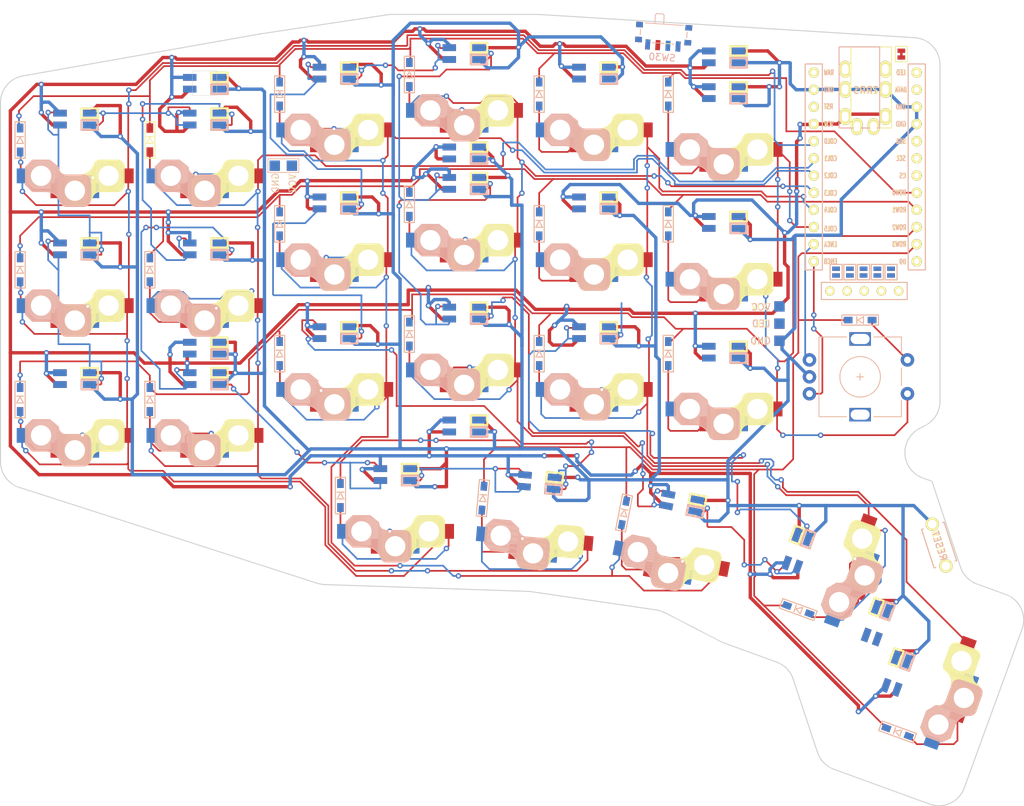
<source format=kicad_pcb>
(kicad_pcb (version 20221018) (generator pcbnew)
  (title_block (title "keybear") (rev "v1.0.0") (company "Xoffio"))
  (layers (0 "F.Cu" signal) (31 "B.Cu" signal) (34 "B.Paste" user) (35 "F.Paste" user) (36 "B.SilkS" user "B.Silkscreen") (37 "F.SilkS" user "F.Silkscreen") (38 "B.Mask" user) (39 "F.Mask" user) (44 "Edge.Cuts" user))
  (net 0 "")
  (net 1 "RAW")
  (net 2 "GND")
  (net 3 "VCC")
  (net 4 "row0")
  (net 5 "Net-(D1-A)")
  (net 6 "Net-(D2-A)")
  (net 7 "Net-(D3-A)")
  (net 8 "Net-(D4-A)")
  (net 9 "Net-(D5-A)")
  (net 10 "Net-(D6-A)")
  (net 11 "row1")
  (net 12 "Net-(D7-A)")
  (net 13 "Net-(D8-A)")
  (net 14 "Net-(D9-A)")
  (net 15 "Net-(D10-A)")
  (net 16 "Net-(D11-A)")
  (net 17 "Net-(D12-A)")
  (net 18 "row2")
  (net 19 "Net-(D13-A)")
  (net 20 "Net-(D14-A)")
  (net 21 "Net-(D15-A)")
  (net 22 "Net-(D16-A)")
  (net 23 "Net-(D17-A)")
  (net 24 "Net-(D18-A)")
  (net 25 "row3")
  (net 26 "Net-(D20-A)")
  (net 27 "Net-(D21-A)")
  (net 28 "Net-(D22-A)")
  (net 29 "Net-(D23-A)")
  (net 30 "BATT_VCC")
  (net 31 "LED")
  (net 32 "Net-(J4-Pin_1)")
  (net 33 "Net-(J4-Pin_2)")
  (net 34 "Net-(J4-Pin_3)")
  (net 35 "Net-(J4-Pin_4)")
  (net 36 "data")
  (net 37 "SCL")
  (net 38 "SDA")
  (net 39 "CS")
  (net 40 "Net-(J4-Pin_5)")
  (net 41 "Net-(L1-DIN)")
  (net 42 "Net-(L1-DOUT)")
  (net 43 "Net-(L2-DIN)")
  (net 44 "Net-(L3-DIN)")
  (net 45 "Net-(L3-DOUT)")
  (net 46 "Net-(L10-DOUT)")
  (net 47 "Net-(L5-DIN)")
  (net 48 "Net-(L11-DIN)")
  (net 49 "Net-(L12-DOUT)")
  (net 50 "Net-(L13-DIN)")
  (net 51 "Net-(L14-DOUT)")
  (net 52 "Net-(L15-DIN)")
  (net 53 "Net-(L10-DIN)")
  (net 54 "Net-(L11-DOUT)")
  (net 55 "Net-(L12-DIN)")
  (net 57 "Net-(L14-DIN)")
  (net 58 "Net-(L15-DOUT)")
  (net 59 "Net-(L16-DIN)")
  (net 60 "Net-(L17-DOUT)")
  (net 61 "Net-(L18-DIN)")
  (net 62 "Net-(L25-DIN)")
  (net 63 "Net-(L26-DIN)")
  (net 64 "reset")
  (net 65 "col1")
  (net 66 "col2")
  (net 67 "col3")
  (net 68 "col4")
  (net 69 "col0")
  (net 70 "ENCA")
  (net 71 "ENCB")
  (net 75 "Net-(J1-PadB)")
  (net 76 "Net-(D19-A)")
  (net 77 "SW24B")
  (net 78 "SW24A")
  (net 79 "Net-(L19-DIN)")
  (net 80 "Net-(L21-DIN)")
  (net 81 "Net-(L23-DIN)")
  (net 82 "Net-(L27-DIN)")
  (net 83 "Net-(L28-DIN)")
  (net 84 "Net-(L29-DIN)")
  (footprint "kbd:Choc_Hotswap" (layer "F.Cu") (at 169.2 130.8 180)
    (fp_text reference "SW8" hide)
    (fp_text value "SW_PUSH" hide)
  )
  (footprint "kbd:D3_SMD" (layer "F.Cu") (at 237.8 141.6 -90)
    (fp_text reference "D18" hide)
    (fp_text value "D" hide)
  )
  (footprint "kbd:SK6812MINI_xo_rev" (layer "F.Cu") (at 169.2 106.9)
    (fp_text reference "L2" hide)
    (fp_text value "SK6812MINI" hide)
  )
  (footprint "kbd:SK6812MINI_xo_rev" (layer "F.Cu") (at 246 102.99)
    (fp_text reference "L6" hide)
    (fp_text value "SK6812MINI" hide)
  )
  (footprint "kbd:D3_SMD" (layer "F.Cu") (at 161.1 129.2 -90)
    (fp_text reference "D8" hide)
    (fp_text value "D" hide)
  )
  (footprint "kbd:Choc_Hotswap" (layer "F.Cu") (at 207.6 101.91 180)
    (fp_text reference "SW4" hide)
    (fp_text value "SW_PUSH" hide)
  )
  (footprint "kbd:D3_SMD" (layer "F.Cu") (at 180.3 122.4 -90)
    (fp_text reference "D9" hide)
    (fp_text value "D" hide)
  )
  (footprint "kbd:OLED_xo_5pins" (layer "F.Cu") (at 261.7216 132.334)
    (fp_text reference "J4")
    (fp_text value "OLED" hide)
  )
  (footprint "kbd:D3_SMD" (layer "F.Cu") (at 180.3 103.2 -90)
    (fp_text reference "D3" hide)
    (fp_text value "D" hide)
  )
  (footprint "kbd:SK6812MINI_xo_rev" (layer "F.Cu") (at 226.8 138.5)
    (fp_text reference "L17" hide)
    (fp_text value "SK6812MINI" hide)
  )
  (footprint "kbd:Choc_Hotswap" (layer "F.Cu") (at 226.8 124 180)
    (fp_text reference "SW11" hide)
    (fp_text value "SW_PUSH" hide)
  )
  (footprint "kbd:Choc_Hotswap" (layer "F.Cu") (at 246 107.69 180)
    (fp_text reference "SW6" hide)
    (fp_text value "SW_PUSH" hide)
  )
  (footprint "kbd:SK6812MINI_xo_rev" (layer "F.Cu") (at 256.896326 170.801593 70)
    (fp_text reference "L22" hide)
    (fp_text value "SK6812MINI" hide)
  )
  (footprint "kbd:Choc_Hotswap" (layer "F.Cu") (at 169.2 150 180)
    (fp_text reference "SW14" hide)
    (fp_text value "SW_PUSH" hide)
  )
  (footprint "kbd:SK6812MINI_xo_rev" (layer "F.Cu") (at 246 97.69)
    (fp_text reference "L30" hide)
    (fp_text value "SK6812MINI" hide)
  )
  (footprint "kbd:D3_SMD" (layer "F.Cu") (at 199.5 100.31 -90)
    (fp_text reference "D4" hide)
    (fp_text value "D" hide)
  )
  (footprint "SofleKeyboard-footprint:RotaryEncoder_Alps_EC11E-Switch_Vertical_H20mm-keebio_modified" (layer "F.Cu") (at 266.192 145.034)
    (fp_text reference "SW24" hide)
    (fp_text value "Rotary_Encoder_Switch")
  )
  (footprint "kbd:Choc_Hotswap" (layer "F.Cu") (at 246 126.89 180)
    (fp_text reference "SW12" hide)
    (fp_text value "SW_PUSH" hide)
  )
  (footprint "kbd:SK6812MINI_xo_rev" (layer "F.Cu") (at 169.2 140.8)
    (fp_text reference "L27" hide)
    (fp_text value "SK6812MINI" hide)
  )
  (footprint "kbd:D3_SMD" (layer "F.Cu") (at 237.8 103.2 -90)
    (fp_text reference "D6" hide)
    (fp_text value "D" hide)
  )
  (footprint "kbd:Choc_Hotswap" (layer "F.Cu") (at 246 146.09 180)
    (fp_text reference "SW18" hide)
    (fp_text value "SW_PUSH" hide)
  )
  (footprint "kbd:D3_SMD" (layer "F.Cu") (at 141.9 129.2 -90)
    (fp_text reference "D7" hide)
    (fp_text value "D" hide)
  )
  (footprint "kbd:StripBATT_xo" (layer "F.Cu") (at 179.578 113.792 90)
    (fp_text reference "J2" hide)
    (fp_text value "BATT" hide)
  )
  (footprint "kbd:Choc_Hotswap" (layer "F.Cu") (at 150 130.8 180)
    (fp_text reference "SW7" hide)
    (fp_text value "SW_PUSH" hide)
  )
  (footprint "kbd:ProMicro_xo" (layer "F.Cu") (at 266.9 114.49)
    (fp_text reference "U1" hide)
    (fp_text value "ProMicro" hide)
  )
  (footprint "kbd:MJ-4PP-9" (layer "F.Cu") (at 267.829 96.216)
    (fp_text reference "J1")
    (fp_text value "MJ-4PP-9" hide)
  )
  (footprint "kbd:Choc_Hotswap_1.5u" (layer "F.Cu") (at 261.312881 172.409088 -110)
    (fp_text reference "SW22" hide)
    (fp_text value "SW_PUSH" hide)
  )
  (footprint "kbd:Choc_Hotswap" (layer "F.Cu") (at 188.4 124 180)
    (fp_text reference "SW9" hide)
    (fp_text value "SW_PUSH" hide)
  )
  (footprint "kbd:D3_SMD" (layer "F.Cu") (at 237.8 122.4 -90)
    (fp_text reference "D12" hide)
    (fp_text value "D" hide)
  )
  (footprint "kbd:SK6812MINI_xo_rev" (layer "F.Cu") (at 218.718671 160.601235 -5)
    (fp_text reference "L20" hide)
    (fp_text value "SK6812MINI" hide)
  )
  (footprint "kbd:D3_SMD" (layer "F.Cu") (at 271.72862 197.59008 -20)
    (fp_text reference "D23" hide)
    (fp_text value "D" hide)
  )
  (footprint "kbd:Choc_Hotswap" (layer "F.Cu") (at 188.4 104.8 180)
    (fp_text reference "SW3" hide)
    (fp_text value "SW_PUSH" hide)
  )
  (footprint "kbd:Choc_Hotswap" (layer "F.Cu") (at 238.90553 168.287987 169)
    (fp_text reference "SW21" hide)
    (fp_text value "SW_PUSH" hide)
  )
  (footprint "kbd:Choc_Hotswap" (layer "F.Cu") (at 226.8 104.8 180)
    (fp_text reference "SW5" hide)
    (fp_text value "SW_PUSH" hide)
  )
  (footprint "kbd:Jumper" (layer "F.Cu") (at 270.764 129.54 -90)
    (fp_text reference "JP10" hide)
    (fp_text value " ")
  )
  (footprint "kbd:Jumper" (layer "F.Cu") (at 266.7 129.54 -90)
    (fp_text reference "JP3" hide)
    (fp_text value " ")
  )
  (footprint "kbd:D3_SMD" (layer "F.Cu") (at 161.1 148.4 -90)
    (fp_text reference "D14" hide)
    (fp_text value "D" hide)
  )
  (footprint "kbd:D3_SMD" (layer "F.Cu") (at 257.03901 179.473366 -20)
    (fp_text reference "D22" hide)
    (fp_text value "D" hide)
  )
  (footprint "kbd:SK6812MINI_xo_rev" (layer "F.Cu") (at 239.802332 163.674339 -11)
    (fp_text reference "L21" hide)
    (fp_text value "SK6812MINI" hide)
  )
  (footprint "kbd:SK6812MINI_xo_rev" (layer "F.Cu") (at 246 141.39)
    (fp_text reference "L18" hide)
    (fp_text value "SK6812MINI" hide)
  )
  (footprint "kbd:Jumper" (layer "F.Cu") (at 268.732 129.54 -90)
    (fp_text reference "JP2" hide)
    (fp_text value " ")
  )
  (footprint "kbd:SK6812MINI_xo_rev" (layer "F.Cu") (at 150 106.9)
    (fp_text reference "L1" hide)
    (fp_text value "SK6812MINI" hide)
  )
  (footprint "kbd:Choc_Hotswap" (layer "F.Cu") (at 197.4 164.2 180)
    (fp_text reference "SW19" hide)
    (fp_text value "SW_PUSH" hide)
  )
  (footprint "kbd:Jumper" (layer "F.Cu") (at 264.668 129.54 -90)
    (fp_text reference "JP4" hide)
    (fp_text value " ")
  )
  (footprint "kbd:Jumper" (layer "F.Cu") (at 262.636 129.54 -90)
    (fp_text reference "JP5" hide)
    (fp_text value " ")
  )
  (footprint "kbd:SK6812MINI_xo_rev" (layer "F.Cu") (at 268.663357 181.462726 70)
    (fp_text reference "L25" hide)
    (fp_text value "SK6812MINI" hide)
  )
  (footprint "kbd:Choc_Hotswap" (layer "F.Cu") (at 226.8 143.2 180)
    (fp_text reference "SW17" hide)
    (fp_text value "SW_PUSH" hide)
  )
  (footprint "kbd:D3_SMD" (layer "F.Cu") (at 218.7 103.2 -90)
    (fp_text reference "D5" hide)
    (fp_text value "D" hide)
  )
  (footprint "kbd:D3_SMD" (layer "F.Cu") (at 180.3 141.6 -90)
    (fp_text reference "D15" hide)
    (fp_text value "D" hide)
  )
  (footprint "kbd:ResetSW" (layer "F.Cu") (at 277.876 169.926 -72)
    (fp_text reference "RSW1" hide)
    (fp_text value "SW_PUSH")
  )
  (footprint "kbd:SK6812MINI_xo_rev" (layer "F.Cu") (at 226.8 100.1)
    (fp_text reference "L5" hide)
    (fp_text value "SK6812MINI" hide)
  )
  (footprint "kbd:SK6812MINI_xo_rev" (layer "F.Cu") (at 197.4 159.5)
    (fp_text reference "L19" hide)
    (fp_text value "SK6812MINI" hide)
  )
  (footprint "kbd:SK6812MINI_xo_rev" (layer "F.Cu") (at 226.8 119.3)
    (fp_text reference "L11" hide)
    (fp_text value "SK6812MINI" hide)
  )
  (footprint "kbd:SK6812MINI_xo_rev" (layer "F.Cu") (at 188.4 138.5)
    (fp_text reference "L15" hide)
    (fp_text value "SK6812MINI" hide)
  )
  (footprint "kbd:SK6812MINI_xo_rev" (layer "F.Cu") (at 150 126.1)
    (fp_text reference "L7" hide)
    (fp_text value "SK6812MINI" hide)
  )
  (footprint "kbd:Choc_Hotswap" (layer "F.Cu") (at 150 150 180)
    (fp_text reference "SW13" hide)
    (fp_text value "SW_PUSH" hide)
  )
  (footprint "kbd:D3_SMD" (layer "F.Cu") (at 266.192 136.634)
    (fp_text reference "D24" hide)
    (fp_text value "D" hide)
  )
  (footprint "kbd:SK6812MINI_xo_rev" (layer "F.Cu") (at 188.4 100.1)
    (fp_text reference "L3" hide)
    (fp_text value "SK6812MINI" hide)
  )
  (footprint "kbd:Choc_Hotswap" (layer "F.Cu") (at 169.2 111.6 180)
    (fp_text reference "SW2" hide)
    (fp_text value "SW_PUSH" hide)
  )
  (footprint "kbd:Choc_Hotswap" (layer "F.Cu") (at 188.4 143.2 180)
    (fp_text reference "SW15" hide)
    (fp_text value "SW_PUSH" hide)
  )
  (footprint "kbd:D3_SMD" (layer "F.Cu") (at 199.5 138.71 -90)
    (fp_text reference "D16" hide)
    (fp_text value "D" hide)
  )
  (footprint "kbd:SK6812MINI_xo_rev" (layer "F.Cu") (at 207.6 116.41)
    (fp_text reference "L10" hide)
    (fp_text value "SK6812MINI" hide)
  )
  (footprint "kbd:D3_SMD" (layer "F.Cu") (at 141.9 110 -90)
    (fp_text reference "D1" hide)
    (fp_text value "D" hide)
  )
  (footprint "kbd:Choc_Hotswap_1.5u" (layer "F.Cu") (at 276.002491 190.525802 -110)
    (fp_text reference "SW23" hide)
    (fp_text value "SW_PUSH" hide)
  )
  (footprint "kbd:SK6812MINI_xo_rev" (layer "F.Cu") (at 271.585936 188.918307 70)
    (fp_text reference "L23" hide)
    (fp_text value "SK6812MINI" hide)
  )
  (footprint "kbd:SK6812MINI_xo_rev" (layer "F.Cu") (at 207.6 135.61)
    (fp_text reference "L16" hide)
    (fp_text value "SK6812MINI" hide)
  )
  (footprint "kbd:D3_SMD" (layer "F.Cu") (at 231.259644 165.171831 -101)
    (fp_text reference "D21" hide)
    (fp_text value "D" hide)
  )
  (footprint "kbd:StripLED_xo" (layer "F.Cu") (at 254.254 134.62)
    (fp_text reference "J3" hide)
    (fp_text value "LED" hide)
  )
  (footprint "kbd:D3_SMD" (layer "F.Cu") (at 218.7 122.4 -90)
    (fp_text reference "D11" hide)
    (fp_text value "D" hide)
  )
  (footprint "kbd:D3_SMD" (layer "F.Cu") (at 141.9 148.4 -90)
    (fp_text reference "D13" hide)
    (fp_text value "D" hide)
  )
  (footprint "kbd:SK6812MINI_xo_rev" (layer "F.Cu") (at 169.2 126.1)
    (fp_text reference "L8" hide)
    (fp_text value "SK6812MINI" hide)
  )
  (footprint "kbd:D3_SMD" (layer "F.Cu") (at 199.5 119.51 -90)
    (fp_text reference "D10" hide)
    (fp_text value "D" hide)
  )
  (footprint "kbd:SK6812MINI_xo_rev" (layer "F.Cu") (at 246 122.19)
    (fp_text reference "L12" hide)
    (fp_text value "SK6812MINI" hide)
  )
  (footprint "kbd:Choc_Hotswap" (layer "F.Cu") (at 218.309039 165.28335 175)
    (fp_text reference "SW20" hide)
    (fp_text value "SW_PUSH" hide)
  )
  (footprint "kbd:SK6812MINI_xo_rev" (layer "F.Cu") (at 207.6 97.21)
    (fp_text reference "L4" hide)
    (fp_text value "SK6812MINI" hide)
  )
  (footprint "kbd:SK6812MINI_xo_rev" (layer "F.Cu") (at 169.2 101.6)
    (fp_text reference "L28" hide)
    (fp_text value "SK6812MINI" hide)
  )
  (footprint "kbd:SK6812MINI_xo_rev" (layer "F.Cu") (at 188.4 119.3)
    (fp_text reference "L9" hide)
    (fp_text value "SK6812MINI" hide)
  )
  (footprint "kbd:Choc_Hotswap" (layer "F.Cu") (at 150 111.6 180)
    (fp_text reference "SW1" hide)
    (fp_text value "SW_PUSH" hide)
  )
  (footprint "kbd:SK6812MINI_xo_rev" (layer "F.Cu") (at 150 145.3)
    (fp_text reference "L13" hide)
    (fp_text value "SK6812MINI" hide)
  )
  (footprint "kbd:Choc_Hotswap" (layer "F.Cu") (at 207.6 140.31 180)
    (fp_text reference "SW16" hide)
    (fp_text value "SW_PUSH" hide)
  )
  (footprint "kbd:Choc_Hotswap" (layer "F.Cu") (at 207.6 121.11 180)
    (fp_text reference "SW10" hide)
    (fp_text value "SW_PUSH" hide)
  )
  (footprint "kbd:SK6812MINI_xo_rev" (layer "F.Cu") (at 207.6 152.31)
    (fp_text reference "L26" hide)
    (fp_text value "SK6812MINI" hide)
  )
  (footprint "kbd:D3_SMD_v2" (layer "F.Cu") (at 161.1 110 -90)
    (fp_text reference "D2" hide)
    (fp_text value "D" hide)
  )
  (footprint "kbd:SK6812MINI_xo_rev" (layer "F.Cu") (at 207.6 111.91)
    (fp_text reference "L29" hide)
    (fp_text value "SK6812MINI" hide)
  )
  (footprint "kbd:D3_SMD" (layer "F.Cu") (at 189.3 162.6 -90)
    (fp_text reference "D19" hide)
    (fp_text value "D" hide)
  )
  (footprint "kbd:SK6812MINI_xo_rev" (layer "F.Cu") (at 169.2 145.3)
    (fp_text reference "L14" hide)
    (fp_text value "SK6812MINI" hide)
  )
  (footprint "kbd:D3_SMD" (layer "F.Cu") (at 210.379311 162.983477 -95)
    (fp_text reference "D20" hide)
    (fp_text value "D" hide)
  )
  (footprint "kbd:JPC2" (layer "F.Cu") (at 272.288 97.28962 90)
    (fp_text reference "JP1")
    (fp_text value " " hide)
  )
  (footprint "kbd:D3_SMD" (layer "F.Cu") (at 218.7 141.6 -90)
    (fp_text reference "D17" hide)
    (fp_text value "D" hide)
  )
  (footprint "kbd:Jumper" (layer "B.Cu") (at 264.668 129.54 -90)
    (fp_text reference "JP7" hide)
    (fp_text value " ")
  )
  (footprint "kbd:Jumper" (layer "B.Cu") (at 262.636 129.54 -90)
    (fp_text reference "JP6" hide)
    (fp_text value " ")
  )
  (footprint "kbd:Jumper" (layer "B.Cu") (at 270.764 129.54 -90)
    (fp_text reference "JP11" hide)
    (fp_text value " ")
  )
  (footprint "kbd:Jumper" (layer "B.Cu") (at 268.732 129.54 -90)
    (fp_text reference "JP9" hide)
    (fp_text value " ")
  )
  (footprint "kbd:SW_SPDT_PCM12_2sides_xo" (layer "B.Cu") (at 237.098183 94.581796 -3.8)
    (fp_text reference "SW30")
    (fp_text value "BATT_SW")
  )
  (footprint "kbd:Jumper" (layer "B.Cu") (at 266.7 129.54 -90)
    (fp_text reference "JP8" hide)
    (fp_text value " ")
  )
  (gr_arc (start 274.247337 94.857511) (mid 276.914563 96.110272) (end 278 98.849857) (stroke (width 0.15)) (layer "Edge.Cuts"))
  (gr_arc (start 275.44532 159.993942) (mid 272.82258 156.506021) (end 274.950002 152.695715) (stroke (width 0.15)) (layer "Edge.Cuts"))
  (gr_line (start 283.4642 175.682709) (end 287.753825 177.244005) (stroke (width 0.15)) (layer "Edge.Cuts"))
  (gr_arc (start 196.30398 91.454557) (mid 196.600836 91.421155) (end 196.899356 91.41) (stroke (width 0.15)) (layer "Edge.Cuts"))
  (gr_arc (start 287.753825 177.244005) (mid 290.010976 179.312302) (end 290.144516 182.370856) (stroke (width 0.15)) (layer "Edge.Cuts"))
  (gr_line (start 275.445319 159.993942) (end 276.822986 160.495371) (stroke (width 0.15)) (layer "Edge.Cuts"))
  (gr_arc (start 283.464201 175.68271) (mid 281.963847 174.711786) (end 281.036061 173.184381) (stroke (width 0.15)) (layer "Edge.Cuts"))
  (gr_rect (start 167.4 99.775) (end 171.01 103.4) (stroke (width 0.05)) (fill none) (layer "Edge.Cuts"))
  (gr_arc (start 217.079165 176.781891) (mid 217.301833 176.795605) (end 217.523391 176.821712) (stroke (width 0.15)) (layer "Edge.Cuts"))
  (gr_arc (start 281.594012 205.863171) (mid 279.525715 208.120322) (end 276.467161 208.253862) (stroke (width 0.15)) (layer "Edge.Cuts"))
  (gr_line (start 177.45116 94.292299) (end 196.303979 91.454557) (stroke (width 0.15)) (layer "Edge.Cuts"))
  (gr_line (start 276.822986 160.495371) (end 281.036061 173.184381) (stroke (width 0.15)) (layer "Edge.Cuts"))
  (gr_arc (start 246.042486 184.410052) (mid 245.806036 184.315361) (end 245.576091 184.205814) (stroke (width 0.15)) (layer "Edge.Cuts"))
  (gr_line (start 290.144516 182.370856) (end 281.594012 205.863172) (stroke (width 0.15)) (layer "Edge.Cuts"))
  (gr_line (start 253.851171 187.252181) (end 246.042485 184.410052) (stroke (width 0.15)) (layer "Edge.Cuts"))
  (gr_line (start 217.079165 176.781891) (end 186.958578 175.768788) (stroke (width 0.15)) (layer "Edge.Cuts"))
  (gr_arc (start 262.310764 203.101355) (mid 260.81041 202.130431) (end 259.882624 200.603026) (stroke (width 0.15)) (layer "Edge.Cuts"))
  (gr_line (start 276.467161 208.253862) (end 262.310763 203.101354) (stroke (width 0.15)) (layer "Edge.Cuts"))
  (gr_arc (start 236.040078 179.529047) (mid 236.684712 179.678622) (end 237.295864 179.932433) (stroke (width 0.15)) (layer "Edge.Cuts"))
  (gr_arc (start 218.405845 91.41) (mid 218.599771 91.414704) (end 218.793241 91.428804) (stroke (width 0.15)) (layer "Edge.Cuts"))
  (gr_line (start 259.882624 200.603026) (end 256.279311 189.75051) (stroke (width 0.15)) (layer "Edge.Cuts"))
  (gr_arc (start 278 148.675389) (mid 277.424441 150.742562) (end 275.863397 152.214845) (stroke (width 0.15)) (layer "Edge.Cuts"))
  (gr_line (start 185.867964 175.578828) (end 141.774923 161.392776) (stroke (width 0.15)) (layer "Edge.Cuts"))
  (gr_line (start 142.302518 100.515179) (end 177.349055 94.309021) (stroke (width 0.15)) (layer "Edge.Cuts"))
  (gr_line (start 275.863397 152.214845) (end 274.950002 152.695715) (stroke (width 0.15)) (layer "Edge.Cuts"))
  (gr_line (start 236.040079 179.529047) (end 217.523391 176.821712) (stroke (width 0.15)) (layer "Edge.Cuts"))
  (gr_arc (start 177.349055 94.309021) (mid 177.400053 94.30033) (end 177.45116 94.292299) (stroke (width 0.15)) (layer "Edge.Cuts"))
  (gr_arc (start 186.958577 175.768788) (mid 186.406667 175.71172) (end 185.867964 175.578828) (stroke (width 0.15)) (layer "Edge.Cuts"))
  (gr_line (start 278 148.675389) (end 278 98.849857) (stroke (width 0.15)) (layer "Edge.Cuts"))
  (gr_arc (start 141.774923 161.392776) (mid 139.76733 159.940807) (end 139 157.584996) (stroke (width 0.15)) (layer "Edge.Cuts"))
  (gr_arc (start 253.851171 187.252181) (mid 255.351525 188.223105) (end 256.279311 189.75051) (stroke (width 0.15)) (layer "Edge.Cuts"))
  (gr_line (start 245.576091 184.205814) (end 237.295864 179.932433) (stroke (width 0.15)) (layer "Edge.Cuts"))
  (gr_line (start 196.899356 91.41) (end 218.405845 91.41) (stroke (width 0.15)) (layer "Edge.Cuts"))
  (gr_arc (start 138.999999 104.4539) (mid 139.934879 101.883873) (end 142.302518 100.515179) (stroke (width 0.15)) (layer "Edge.Cuts"))
  (gr_line (start 218.793241 91.428804) (end 274.247337 94.857511) (stroke (width 0.15)) (layer "Edge.Cuts"))
  (gr_line (start 139 157.584996) (end 139 104.4539) (stroke (width 0.15)) (layer "Edge.Cuts"))
  (segment (start 246.634 163.322) (end 242.215675 163.322) (width 0.5) (layer "F.Cu") (net 2))
  (segment (start 249.936 124.714) (end 249.936 122.551) (width 0.5) (layer "F.Cu") (net 2))
  (segment (start 213.776 115.535) (end 209.8 115.535) (width 0.5) (layer "F.Cu") (net 2))
  (segment (start 233.426 138.176) (end 232.875 137.625) (width 0.5) (layer "F.Cu") (net 2))
  (segment (start 194.818 138.557) (end 193.714 137.453) (width 0.5) (layer "F.Cu") (net 2))
  (segment (start 214.249 135.255) (end 213.729 134.735) (width 0.5) (layer "F.Cu") (net 2))
  (segment (start 248.7 121.315) (end 248.2 121.315) (width 0.5) (layer "F.Cu") (net 2))
  (segment (start 193.714 137.453) (end 190.772 137.453) (width 0.5) (layer "F.Cu") (net 2))
  (segment (start 176.022 107.188) (end 176.022 108.712) (width 0.5) (layer "F.Cu") (net 2))
  (segment (start 252.737 102.115) (end 252.73 102.108) (width 0.5) (layer "F.Cu") (net 2))
  (segment (start 156.718 148.336) (end 156.718 144.526) (width 0.5) (layer "F.Cu") (net 2))
  (segment (start 173.736 139.954) (end 173.707 139.925) (width 0.5) (layer "F.Cu") (net 2))
  (segment (start 210.363 151.435) (end 209.8 151.435) (width 0.5) (layer "F.Cu") (net 2))
  (segment (start 156.718 125.222) (end 156.715 125.225) (width 0.5) (layer "F.Cu") (net 2))
  (segment (start 156.718 144.526) (end 156.617 144.425) (width 0.5) (layer "F.Cu") (net 2))
  (segment (start 248.85 140.515) (end 248.2 140.515) (width 0.5) (layer "F.Cu") (net 2))
  (segment (start 257.175 168.086541) (end 256.826539 168.435002) (width 0.5) (layer "F.Cu") (net 2))
  (segment (start 211.836 112.571) (end 210.3 111.035) (width 0.5) (layer "F.Cu") (net 2))
  (segment (start 249.936 143.764) (end 249.936 141.601) (width 0.5) (layer "F.Cu") (net 2))
  (segment (start 173.736 144.425) (end 171.4 144.425) (width 0.5) (layer "F.Cu") (net 2))
  (segment (start 172.269 105.156) (end 173.99 105.156) (width 0.5) (layer "F.Cu") (net 2))
  (segment (start 176.276 127.762) (end 176.276 125.225) (width 0.5) (layer "F.Cu") (net 2))
  (segment (start 252.517 96.815) (end 248.2 96.815) (width 0.5) (layer "F.Cu") (net 2))
  (segment (start 194.945 120.904) (end 194.945 119.38) (width 0.5) (layer "F.Cu") (net 2))
  (segment (start 232.875 137.625) (end 229 137.625) (width 0.5) (layer "F.Cu") (net 2))
  (segment (start 173.736 141.732) (end 173.736 139.954) (width 0.5) (layer "F.Cu") (net 2))
  (segment (start 213.729 134.735) (end 209.8 134.735) (width 0.5) (layer "F.Cu") (net 2))
  (segment (start 211.836 113.03) (end 211.836 112.571) (width 0.5) (layer "F.Cu") (net 2))
  (segment (start 156.718 128.778) (end 156.718 125.222) (width 0.5) (layer "F.Cu") (net 2))
  (segment (start 271.351967 178.133967) (end 269.555738 178.133967) (width 0.5) (layer "F.Cu") (net 2))
  (segment (start 172.607 100.725) (end 171.4 100.725) (width 0.5) (layer "F.Cu") (net 2))
  (segment (start 231.02 99.18) (end 229.045 99.18) (width 0.5) (layer "F.Cu") (net 2))
  (segment (start 190.772 137.453) (end 190.6 137.625) (width 0.5) (layer "F.Cu") (net 2))
  (segment (start 153.323 104.902) (end 152.2 106.025) (width 0.5) (layer "F.Cu") (net 2))
  (segment (start 204.978 157.734) (end 204.087 158.625) (width 0.5) (layer "F.Cu") (net 2))
  (segment (start 254.247 102.115) (end 252.737 102.115) (width 0.5) (layer "F.Cu") (net 2))
  (segment (start 224.380693 159.921307) (end 220.986561 159.921307) (width 0.5) (layer "F.Cu") (net 2))
  (segment (start 191.1 99.225) (end 190.6 99.225) (width 0.5) (layer "F.Cu") (net 2))
  (segment (start 269.555738 178.133967) (end 268.59357 179.096135) (width 0.5) (layer "F.Cu") (net 2))
  (segment (start 215.646 96.266) (end 215.577 96.335) (width 0.5) (layer "F.Cu") (net 2))
  (segment (start 195.326 100.203) (end 193.94 98.817) (width 0.5) (layer "F.Cu") (net 2))
  (segment (start 203.25 161.29) (end 204.978 161.29) (width 0.5) (layer "F.Cu") (net 2))
  (segment (start 271.526 178.308) (end 271.351967 178.133967) (width 0.5) (layer "F.Cu") (net 2))
  (segment (start 215.577 96.335) (end 209.8 96.335) (width 0.5) (layer "F.Cu") (net 2))
  (segment (start 194.818 140.208) (end 194.818 138.557) (width 0.5) (layer "F.Cu") (net 2))
  (segment (start 193.99 118.425) (end 190.6 118.425) (width 0.5) (layer "F.Cu") (net 2))
  (segment (start 210.3 111.035) (end 209.8 111.035) (width 0.5) (layer "F.Cu") (net 2))
  (segment (start 214.249 137.287) (end 214.249 135.255) (width 0.5) (layer "F.Cu") (net 2))
  (segment (start 254.254 98.552) (end 252.517 96.815) (width 0.5) (layer "F.Cu") (net 2))
  (segment (start 252.73 102.108) (end 252.723 102.115) (width 0.5) (layer "F.Cu") (net 2))
  (segment (start 193.94 98.817) (end 191.008 98.817) (width 0.5) (layer "F.Cu") (net 2))
  (segment (start 229.045 99.18) (end 229 99.225) (width 0.5) (layer "F.Cu") (net 2))
  (segment (start 233.426 140.462) (end 233.426 138.176) (width 0.5) (layer "F.Cu") (net 2))
  (segment (start 257.175 164.084) (end 257.175 168.086541) (width 0.5) (layer "F.Cu") (net 2))
  (segment (start 252.723 102.115) (end 248.2 102.115) (width 0.5) (layer "F.Cu") (net 2))
  (segment (start 173.99 105.156) (end 176.022 107.188) (width 0.5) (layer "F.Cu") (net 2))
  (segment (start 204.978 157.734) (end 204.978 155.702) (width 0.5) (layer "F.Cu") (net 2))
  (segment (start 254.254 102.108) (end 254.247 102.115) (width 0.5) (layer "F.Cu") (net 2))
  (segment (start 249.936 141.601) (end 248.85 140.515) (width 0.5) (layer "F.Cu") (net 2))
  (segment (start 156.715 125.225) (end 152.2 125.225) (width 0.5) (layer "F.Cu") (net 2))
  (segment (start 242.215675 163.322) (end 242.12887 163.235195) (width 0.5) (layer "F.Cu") (net 2))
  (segment (start 156.718 104.902) (end 153.323 104.902) (width 0.5) (layer "F.Cu") (net 2))
  (segment (start 156.718 109.474) (end 156.718 104.902) (width 0.5) (layer "F.Cu") (net 2))
  (segment (start 229.5 118.425) (end 229 118.425) (width 0.5) (layer "F.Cu") (net 2))
  (segment (start 272.478317 185.589548) (end 271.516149 186.551716) (width 0.5) (layer "F.Cu") (net 2))
  (segment (start 191.008 98.817) (end 190.6 99.225) (width 0.5) (layer "F.Cu") (net 2))
  (segment (start 212.09 153.162) (end 210.363 151.435) (width 0.5) (layer "F.Cu") (net 2))
  (segment (start 194.945 119.38) (end 193.99 118.425) (width 0.5) (layer "F.Cu") (net 2))
  (segment (start 214.0585 115.2525) (end 213.776 115.535) (width 0.5) (layer "F.Cu") (net 2))
  (segment (start 274.489548 185.589548) (end 272.478317 185.589548) (width 0.5) (layer "F.Cu") (net 2))
  (segment (start 195.326 101.854) (end 195.326 100.203) (width 0.5) (layer "F.Cu") (net 2))
  (segment (start 204.087 158.625) (end 199.6 158.625) (width 0.5) (layer "F.Cu") (net 2))
  (segment (start 230.632 121.158) (end 230.632 119.557) (width 0.5) (layer "F.Cu") (net 2))
  (segment (start 171.4 106.025) (end 172.269 105.156) (width 0.5) (layer "F.Cu") (net 2))
  (segment (start 274.574 185.674) (end 274.489548 185.589548) (width 0.5) (layer "F.Cu") (net 2))
  (segment (start 204.978 161.29) (end 204.978 157.734) (width 0.5) (layer "F.Cu") (net 2))
  (segment (start 156.617 144.425) (end 152.2 144.425) (width 0.5) (layer "F.Cu") (net 2))
  (segment (start 249.936 122.551) (end 248.7 121.315) (width 0.5) (layer "F.Cu") (net 2))
  (segment (start 174.244 102.362) (end 172.607 100.725) (width 0.5) (layer "F.Cu") (net 2))
  (segment (start 230.632 119.557) (end 229.5 118.425) (width 0.5) (layer "F.Cu") (net 2))
  (segment (start 191.1 137.625) (end 190.6 137.625) (width 0.5) (layer "F.Cu") (net 2))
  (segment (start 176.276 125.225) (end 171.4 125.225) (width 0.5) (layer "F.Cu") (net 2))
  (segment (start 173.707 139.925) (end 171.4 139.925) (width 0.5) (layer "F.Cu") (net 2))
  (segment (start 224.409 159.893) (end 224.380693 159.921307) (width 0.5) (layer "F.Cu") (net 2))
  (via (at 249.936 124.714) (size 0.8) (drill 0.4) (layers "F.Cu" "B.Cu") (net 2))
  (via (at 176.276 127.762) (size 0.8) (drill 0.4) (layers "F.Cu" "B.Cu") (net 2))
  (via (at 214.249 137.287) (size 0.8) (drill 0.4) (layers "F.Cu" "B.Cu") (net 2))
  (via (at 212.09 153.162) (size 0.8) (drill 0.4) (layers "F.Cu" "B.Cu") (net 2))
  (via (at 257.175 164.084) (size 0.8) (drill 0.4) (layers "F.Cu" "B.Cu") (net 2))
  (via (at 252.73 102.108) (size 0.8) (drill 0.4) (layers "F.Cu" "B.Cu") (net 2))
  (via (at 271.526 178.308) (size 0.8) (drill 0.4) (layers "F.Cu" "B.Cu") (net 2))
  (via (at 195.326 101.854) (size 0.8) (drill 0.4) (layers "F.Cu" "B.Cu") (net 2))
  (via (at 194.818 140.208) (size 0.8) (drill 0.4) (layers "F.Cu" "B.Cu") (net 2))
  (via (at 203.25 161.29) (size 0.8) (drill 0.4) (layers "F.Cu" "B.Cu") (net 2))
  (via (at 173.736 141.732) (size 0.8) (drill 0.4) (layers "F.Cu" "B.Cu") (net 2))
  (via (at 156.718 128.778) (size 0.8) (drill 0.4) (layers "F.Cu" "B.Cu") (net 2))
  (via (at 254.254 102.108) (size 0.8) (drill 0.4) (layers "F.Cu" "B.Cu") (net 2))
  (via (at 246.634 163.322) (size 0.8) (drill 0.4) (layers "F.Cu" "B.Cu") (net 2))
  (via (at 211.836 113.03) (size 0.8) (drill 0.4) (layers "F.Cu" "B.Cu") (net 2))
  (via (at 156.718 148.336) (size 0.8) (drill 0.4) (layers "F.Cu" "B.Cu") (net 2))
  (via (at 204.978 155.702) (size 0.8) (drill 0.4) (layers "F.Cu" "B.Cu") (net 2))
  (via (at 176.022 108.712) (size 0.8) (drill 0.4) (layers "F.Cu" "B.Cu") (net 2))
  (via (at 174.244 102.362) (size 0.8) (drill 0.4) (layers "F.Cu" "B.Cu") (net 2))
  (via (at 156.718 109.474) (size 0.8) (drill 0.4) (layers "F.Cu" "B.Cu") (net 2))
  (via (at 233.426 140.462) (size 0.8) (drill 0.4) (layers "F.Cu" "B.Cu") (net 2))
  (via (at 214.0585 115.2525) (size 0.8) (drill 0.4) (layers "F.Cu" "B.Cu") (net 2))
  (via (at 215.646 96.266) (size 0.8) (drill 0.4) (layers "F.Cu" "B.Cu") (net 2))
  (via (at 231.02 99.18) (size 0.8) (drill 0.4) (layers "F.Cu" "B.Cu") (net 2))
  (via (at 254.254 98.552) (size 0.8) (drill 0.4) (layers "F.Cu" "B.Cu") (net 2))
  (via (at 194.945 120.904) (size 0.8) (drill 0.4) (layers "F.Cu" "B.Cu") (net 2))
  (via (at 274.574 185.674) (size 0.8) (drill 0.4) (layers "F.Cu" "B.Cu") (net 2))
  (via (at 173.736 144.425) (size 0.8) (drill 0.4) (layers "F.Cu" "B.Cu") (net 2))
  (via (at 224.409 159.893) (size 0.8) (drill 0.4) (layers "F.Cu" "B.Cu") (net 2))
  (via (at 249.936 143.764) (size 0.8) (drill 0.4) (layers "F.Cu" "B.Cu") (net 2))
  (via (at 230.632 121.158) (size 0.8) (drill 0.4) (layers "F.Cu" "B.Cu") (net 2))
  (segment (start 245.364 166.37) (end 243.211911 166.37) (width 0.5) (layer "B.Cu") (net 2))
  (segment (start 246.634 165.1) (end 245.364 166.37) (width 0.5) (layer "B.Cu") (net 2))
  (segment (start 214.249 137.287) (end 214.122 137.414) (width 0.5) (layer "B.Cu") (net 2))
  (segment (start 197.104 121.666) (end 197.104 103.124) (width 0.5) (layer "B.Cu") (net 2))
  (segment (start 271.624702 178.308) (end 272.542 177.390702) (width 0.5) (layer "B.Cu") (net 2))
  (segment (start 178.054 143.764) (end 178.054 149.352) (width 0.5) (layer "B.Cu") (net 2))
  (segment (start 216.154 119.634) (end 214.63 119.634) (width 0.5) (layer "B.Cu") (net 2))
  (segment (start 220.834038 162.795038) (end 220.834038 161.664648) (width 0.5) (layer "B.Cu") (net 2))
  (segment (start 197.104 129.54) (end 197.104 121.666) (width 0.5) (layer "B.Cu") (net 2))
  (segment (start 204.978 155.702) (end 198.374 155.702) (width 0.5) (layer "B.Cu") (net 2))
  (segment (start 195.326 101.854) (end 191.479 101.854) (width 0.5) (layer "B.Cu") (net 2))
  (segment (start 177.8 127.762) (end 178.054 128.016) (width 0.5) (layer "B.Cu") (net 2))
  (segment (start 174.244 102.362) (end 174.131 102.475) (width 0.5) (layer "B.Cu") (net 2))
  (segment (start 194.945 120.904) (end 197.104 120.904) (width 0.5) (layer "B.Cu") (net 2))
  (segment (start 197.104 120.904) (end 197.104 121.666) (width 0.5) (layer "B.Cu") (net 2))
  (segment (start 200.515 161.29) (end 199.6 160.375) (width 0.5) (layer "B.Cu") (net 2))
  (segment (start 253.746 145.542) (end 251.968 143.764) (width 0.5) (layer "B.Cu") (net 2))
  (segment (start 198.374 155.702) (end 198.12 155.448) (width 0.5) (layer "B.Cu") (net 2))
  (segment (start 214.0585 115.2525) (end 211.836 113.03) (width 0.5) (layer "B.Cu") (net 2))
  (segment (start 191.329 120.904) (end 190.6 120.175) (width 0.5) (layer "B.Cu") (net 2))
  (segment (start 274.120629 164.084) (end 276.871695 166.835066) (width 0.5) (layer "B.Cu") (net 2))
  (segment (start 178.054 102.87) (end 177.659 102.475) (width 0.5) (layer "B.Cu") (net 2))
  (segment (start 197.104 95.25) (end 197.104 103.124) (width 0.5) (layer "B.Cu") (net 2))
  (segment (start 159.258 128.778) (end 159.258 112.014) (width 0.5) (layer "B.Cu") (net 2))
  (segment (start 246.634 160.274) (end 235.204 160.274) (width 0.5) (layer "B.Cu") (net 2))
  (segment (start 249.849 124.714) (end 248.2 123.065) (width 0.5) (layer "B.Cu") (net 2))
  (segment (start 194.945 120.904) (end 191.329 120.904) (width 0.5) (layer "B.Cu") (net 2))
  (segment (start 173.736 141.732) (end 173.679 141.675) (width 0.5) (layer "B.Cu") (net 2))
  (segment (start 252.476 104.902) (end 249.237 104.902) (width 0.5) (layer "B.Cu") (net 2))
  (segment (start 178.054 144.526) (end 173.837 144.526) (width 0.5) (layer "B.Cu") (net 2))
  (segment (start 272.542 177.390702) (end 276.352 181.200702) (width 0.5) (layer "B.Cu") (net 2))
  (segment (start 215.646 96.266) (end 217.17 94.742) (width 0.5) (layer "B.Cu") (net 2))
  (segment (start 176.022 108.712) (end 172.337 108.712) (width 0.5) (layer "B.Cu") (net 2))
  (segment (start 204.978 155.702) (end 184.912 155.702) (width 0.5) (layer "B.Cu") (net 2))
  (segment (start 256.54 124.206) (end 256.54 125.476) (width 0.5) (layer "B.Cu") (net 2))
  (segment (start 224.409 159.893) (end 224.79 160.274) (width 0.5) (layer "B.Cu") (net 2))
  (segment (start 227.838 94.742) (end 231.02 97.924) (width 0.5) (layer "B.Cu") (net 2))
  (segment (start 256.662 124.084) (end 256.54 124.206) (width 0.5) (layer "B.Cu") (net 2))
  (segment (start 271.526 178.406702) (end 271.526 178.308) (width 0.5) (layer "B.Cu") (net 2))
  (segment (start 256.032 124.714) (end 249.936 124.714) (width 0.5) (layer "B.Cu") (net 2))
  (segment (start 214.122 137.414) (end 210.729 137.414) (width 0.5) (layer "B.Cu") (net 2))
  (segment (start 211.029 99.314) (end 209.8 98.085) (width 0.5) (layer "B.Cu") (net 2))
  (segment (start 230.087 140.462) (end 229 139.375) (width 0.5) (layer "B.Cu") (net 2))
  (segment (start 246.634 164.084) (end 257.175 164.084) (width 0.5) (layer "B.Cu") (net 2))
  (segment (start 203.25 161.29) (end 200.515 161.29) (width 0.5) (layer "B.Cu") (net 2))
  (segment (start 254.254 98.552) (end 254.254 102.108) (width 0.5) (layer "B.Cu") (net 2))
  (segment (start 216.154 155.702) (end 216.154 140.462) (width 0.5) (layer "B.Cu") (net 2))
  (segment (start 198.12 140.208) (end 194.818 140.208) (width 0.5) (layer "B.Cu") (net 2))
  (segment (start 158.496 159.512) (end 158.496 148.336) (width 0.5) (layer "B.Cu") (net 2))
  (segment (start 215.646 97.79) (end 214.122 99.314) (width 0.5) (layer "B.Cu") (net 2))
  (segment (start 174.131 102.475) (end 171.4 102.475) (width 0.5) (layer "B.Cu") (net 2))
  (segment (start 154.361 148.336) (end 152.2 146.175) (width 0.5) (layer "B.Cu") (net 2))
  (segment (start 249.936 124.714) (end 249.849 124.714) (width 0.5) (layer "B.Cu") (net 2))
  (segment (start 176.276 127.762) (end 177.8 127.762) (width 0.5) (layer "B.Cu") (net 2))
  (segment (start 249.237 104.902) (end 248.2 103.865) (width 0.5) (layer "B.Cu") (net 2))
  (segment (start 255.524 148.59) (end 246.634 157.48) (width 0.5) (layer "B.Cu") (net 2))
  (segment (start 255.845 101.667) (end 255.845 98.619) (width 0.5) (layer "B.Cu") (net 2))
  (segment (start 255.838 142.18) (end 254.635 140.977) (width 0.5) (layer "B.Cu") (net 2))
  (segment (start 178.054 143.764) (end 178.054 128.524) (width 0.5) (layer "B.Cu") (net 2))
  (segment (start 233.426 140.462) (end 230.886 140.462) (width 0.5) (layer "B.Cu") (net 2))
  (segment (start 230.886 140.462) (end 230.087 140.462) (width 0.5) (layer "B.Cu") (net 2))
  (segment (start 274.574 185.674) (end 274.574 185.736862) (width 0.5) (layer "B.Cu") (net 2))
  (segment (start 210.729 137.414) (end 209.8 136.485) (width 0.5) (layer "B.Cu") (net 2))
  (segment (start 159.258 112.014) (end 156.718 109.474) (width 0.5) (layer "B.Cu") (net 2))
  (segment (start 261.112 164.084) (end 272.542 164.084) (width 0.5) (layer "B.Cu") (net 2))
  (segment (start 184.658 155.956) (end 184.15 156.464) (width 0.5) (layer "B.Cu") (net 2))
  (segment (start 263.979 102.516) (end 259.3724 102.516) (width 0.5) (layer "B.Cu") (net 2))
  (segment (start 259.3364 102.552) (end 256.73 102.552) (width 0.5) (layer "B.Cu") (net 2))
  (segment (start 214.376 92.71) (end 199.644 92.71) (width 0.5) (layer "B.Cu") (net 2))
  (segment (start 226.06 160.274) (end 221.488 155.702) (width 0.5) (layer "B.Cu") (net 2))
  (segment (start 215.646 96.266) (end 215.646 97.79) (width 0.5) (layer "B.Cu") (net 2))
  (segment (start 255.524 145.542) (end 253.746 145.542) (width 0.5) (layer "B.Cu") (net 2))
  (segment (start 246.634 164.084) (end 246.634 165.1) (width 0.5) (layer "B.Cu") (net 2))
  (segment (start 256.54 137.795) (end 254.635 139.7) (width 0.5) (layer "B.Cu") (net 2))
  (segment (start 259.3724 102.516) (end 259.3364 102.552) (width 0.5) (layer "B.Cu") (net 2))
  (segment (start 195.326 101.854) (end 197.104 101.854) (width 0.5) (layer "B.Cu") (net 2))
  (segment (start 199.644 92.71) (end 197.104 95.25) (width 0.5) (layer "B.Cu") (net 2))
  (segment (start 224.79 160.274) (end 226.06 160.274) (width 0.5) (layer "B.Cu") (net 2))
  (segment (start 215.646 96.266) (end 215.646 93.98) (width 0.5) (layer "B.Cu") (net 2))
  (segment (start 272.505 105.092) (end 269.929 102.516) (width 0.5) (layer "B.Cu") (net 2))
  (segment (start 173.837 144.526) (end 173.736 144.425) (width 0.5) (layer "B.Cu") (net 2))
  (segment (start 274.574 185.736862) (end 273.160611 187.150251) (width 0.5) (layer "B.Cu") (net 2))
  (segment (start 230.632 121.158) (end 229.983 121.158) (width 0.5) (layer "B.Cu") (net 2))
  (segment (start 248.213 98.552) (end 248.2 98.565) (width 0.5) (layer "B.Cu") (net 2))
  (segment (start 232.664 121.158) (end 230.632 121.158) (width 0.5) (layer "B.Cu") (net 2))
  (segment (start 216.154 139.192) (end 216.154 140.462) (width 0.5) (layer "B.Cu") (net 2))
  (segment (start 178.054 149.352) (end 184.658 155.956) (width 0.5) (layer "B.Cu") (net 2))
  (segment (start 272.542 177.390702) (end 272.542 164.084) (width 0.5) (layer "B.Cu") (net 2))
  (segment (start 235.204 160.274) (end 236.474 159.004) (width 0.5) (layer "B.Cu") (net 2))
  (segment (start 235.966 140.462) (end 233.426 140.462) (width 0.5) (layer "B.Cu") (net 2))
  (segment (start 276.352 183.958862) (end 274.636862 185.674) (width 0.5) (layer "B.Cu") (net 2))
  (segment (start 216.154 140.462) (end 216.154 119.634) (width 0.5) (layer "B.Cu") (net 2))
  (segment (start 270.238032 179.69467) (end 271.526 178.406702) (width 0.5) (layer "B.Cu") (net 2))
  (segment (start 235.966 124.46) (end 232.664 121.158) (width 0.5) (layer "B.Cu") (net 2))
  (segment (start 246.634 160.274) (end 246.634 163.322) (width 0.5) (layer "B.Cu") (net 2))
  (segment (start 172.337 108.712) (end 171.4 107.775) (width 0.5) (layer "B.Cu") (net 2))
  (segment (start 231.02 100.196) (end 230.241 100.975) (width 0.5) (layer "B.Cu") (net 2))
  (segment (start 235.966 141.986) (end 235.966 124.46) (width 0.5) (layer "B.Cu") (net 2))
  (segment (start 217.17 94.742) (end 227.838 94.742) (width 0.5) (layer "B.Cu") (net 2))
  (segment (start 178.054 109.728) (end 178.054 102.87) (width 0.5) (layer "B.Cu") (net 2))
  (segment (start 178.054 108.712) (end 178.054 109.728) (width 0.5) (layer "B.Cu") (net 2))
  (segment (start 226.06 160.274) (end 226.06 162.941) (width 0.5) (layer "B.Cu") (net 2))
  (segment (start 214.63 119.634) (end 214.63 115.824) (width 0.5) (layer "B.Cu") (net 2))
  (segment (start 235.204 160.274) (end 226.06 160.274) (width 0.5) (layer "B.Cu") (net 2))
  (segment (start 198.12 155.448) (end 198.12 130.556) (width 0.5) (layer "B.Cu") (net 2))
  (segment (start 276.352 181.200702) (end 276.352 183.958862) (width 0.5) (layer "B.Cu") (net 2))
  (segment (start 158.496 148.336) (end 159.258 147.574) (width 0.5) (layer "B.Cu") (net 2))
  (segment (start 263.266 124.084) (end 256.662 124.084) (width 0.5) (layer "B.Cu") (net 2))
  (segment (start 236.474 142.494) (end 235.966 141.986) (width 0.5) (layer "B.Cu") (net 2))
  (segment (start 230.241 100.975) (end 229 100.975) (width 0.5) (layer "B.Cu") (net 2))
  (segment (start 159.258 128.778) (end 156.718 128.778) (width 0.5) (layer "B.Cu") (net 2))
  (segment (start 246.634 163.322) (end 246.634 164.084) (width 0.5) (layer "B.Cu") (net 2))
  (segment (start 274.5564 105.092) (end 274.5564 107.632) (width 0.5) (layer "B.Cu") (net 2))
  (segment (start 173.736 144.425) (end 171.986 146.175) (width 0.5) (layer "B.Cu") (net 2))
  (segment (start 261.112 164.084) (end 261.112 166.392538) (width 0.5) (layer "B.Cu") (net 2))
  (segment (start 181.102 159.512) (end 158.496 159.512) (width 0.5) (layer "B.Cu") (net 2))
  (segment (start 271.526 178.308) (end 271.624702 178.308) (width 0.5) (layer "B.Cu") (net 2))
  (segment (start 211.582 118.364) (end 210.879 118.364) (width 0.5) (layer "B.Cu") (net 2))
  (segment (start 255.524 145.542) (end 255.524 148.59) (width 0.5) (layer "B.Cu") (net 2))
  (segment (start 156.718 109.474) (end 153.899 109.474) (width 0.5) (layer "B.Cu") (net 2))
  (segment (start 243.211911 166.37) (end 241.794954 164.953043) (width 0.5) (layer "B.Cu") (net 2))
  (segment (start 214.249 137.287) (end 216.154 139.192) (width 0.5) (layer "B.Cu") (net 2))
  (segment (start 235.966 141.986) (end 235.966 140.462) (width 0.5) (layer "B.Cu") (net 2))
  (segment (start 198.12 130.556) (end 197.104 129.54) (width 0.5) (layer "B.Cu") (net 2))
  (segment (start 254.254 98.552) (end 248.213 98.552) (width 0.5) (layer "B.Cu") (net 2))
  (segment (start 263.398 123.952) (end 263.266 124.084) (width 0.5) (layer "B.Cu") (net 2))
  (segment (start 177.659 102.475) (end 174.357 102.475) (width 0.5) (layer "B.Cu") (net 2))
  (segment (start 176.276 127.762) (end 172.187 127.762) (width 0.5) (layer "B.Cu") (net 2))
  (segment (start 171.986 146.175) (end 171.4 146.175) (width 0.5) (layer "B.Cu") (net 2))
  (segment (start 158.496 148.336) (end 156.718 148.336) (width 0.5) (layer "B.Cu") (net 2))
  (segment (start 231.02 97.924) (end 231.02 99.18) (width 0.5) (layer "B.Cu") (net 2))
  (segment (start 274.5564 107.632) (end 263.398 118.7904) (width 0.5) (layer "B.Cu") (net 2))
  (segment (start 211.836 113.03) (end 211.591 112.785) (width 0.5) (layer "B.Cu") (net 2))
  (segment (start 236.474 159.004) (end 236.474 142.494) (width 0.5) (layer "B.Cu") (net 2))
  (segment (start 252.73 102.108) (end 252.73 104.648) (width 0.5) (layer "B.Cu") (net 2))
  (segment (start 173.679 141.675) (end 171.4 141.675) (width 0.5) (layer "B.Cu") (net 2))
  (segment (start 255.838 142.18) (end 255.524 142.494) (width 0.5) (layer "B.Cu") (net 2))
  (segment (start 174.357 102.475) (end 174.244 102.362) (width 0.5) (layer "B.Cu") (net 2))
  (segment (start 154.003 128.778) (end 152.2 126.975) (width 0.5) (layer "B.Cu") (net 2))
  (segment (start 269.929 102.516) (end 263.979 102.516) (width 0.5) (layer "B.Cu") (net 2))
  (segment (start 216.154 155.702) (end 212.09 155.702) (width 0.5) (layer "B.Cu") (net 2))
  (segment (start 255.778 98.552) (end 254.254 98.552) (width 0.5) (layer "B.Cu") (net 2))
  (segment (start 184.15 156.464) (end 181.102 159.512) (width 0.5) (layer "B.Cu") (net 2))
  (segment (start 221.488 155.702) (end 216.154 155.702) (width 0.5) (layer "B.Cu") (net 2))
  (segment (start 255.524 142.494) (end 255.524 145.542) (width 0.5) (layer "B.Cu") (net 2))
  (segment (start 274.5564 105.092) (end 272.505 105.092) (width 0.5) (layer "B.Cu") (net 2))
  (segment (start 226.06 162.941) (end 225.679 163.322) (width 0.5) (layer "B.Cu") (net 2))
  (segment (start 214.63 115.824) (end 214.0585 115.2525) (width 0.5) (layer "B.Cu") (net 2))
  (segment (start 210.879 118.364) (end 209.8 117.285) (width 0.5) (layer "B.Cu") (net 2))
  (segment (start 173.736 144.425) (end 173.736 141.732) (width 0.5) (layer "B.Cu") (net 2))
  (segment (start 214.63 118.364) (end 211.582 118.364) (width 0.5) (layer "B.Cu") (net 2))
  (segment (start 272.542 164.084) (end 274.120629 164.084) (width 0.5) (layer "B.Cu") (net 2))
  (segment (start 191.433 140.208) (end 190.6 139.375) (width 0.5) (layer "B.Cu") (net 2))
  (segment (start 184.912 155.702) (end 184.658 155.956) (width 0.5) (layer "B.Cu") (net 2))
  (segment (start 256.54 125.476) (end 256.54 137.795) (width 0.5) (layer "B.Cu") (net 2))
  (segment (start 215.646 93.98) (end 214.376 92.71) (width 0.5) (layer "B.Cu") (net 2))
  (segment (start 194.818 140.208) (end 191.433 140.208) (width 0.5) (layer "B.Cu") (net 2))
  (segment (start 263.398 118.7904) (end 263.398 123.952) (width 0.5) (layer "B.Cu") (net 2))
  (segment (start 252.73 104.648) (end 252.476 104.902) (width 0.5) (layer "B.Cu") (net 2))
  (segment (start 212.09 155.702) (end 204.978 155.702) (width 0.5) (layer "B.Cu") (net 2))
  (segment (start 256.662 124.084) (end 256.032 124.714) (width 0.5) (layer "B.Cu") (net 2))
  (segment (start 221.361 163.322) (end 220.834038 162.795038) (width 0.5) (layer "B.Cu") (net 2))
  (segment (start 214.122 99.314) (end 211.029 99.314) (width 0.5) (layer "B.Cu") (net 2))
  (segment (start 258.692 145.034) (end 255.838 142.18) (width 0.5) (layer "B.Cu") (net 2))
  (segment (start 197.104 101.854) (end 197.104 103.124) (width 0.5) (layer "B.Cu") (net 2))
  (segment (start 256.73 102.552) (end 255.845 101.667) (width 0.5) (layer "B.Cu") (net 2))
  (segment (start 255.845 98.619) (end 255.778 98.552) (width 0.5) (layer "B.Cu") (net 2))
  (segment (start 159.258 147.574) (end 159.258 128.778) (width 0.5) (layer "B.Cu") (net 2))
  (segment (start 257.175 164.084) (end 261.112 164.084) (width 0.5) (layer "B.Cu") (net 2))
  (segment (start 261.112 166.392538) (end 258.471001 169.033537) (width 0.5) (layer "B.Cu") (net 2))
  (segment (start 156.718 128.778) (end 154.003 128.778) (width 0.5) (layer "B.Cu") (net 2))
  (segment (start 191.479 101.854) (end 190.6 100.975) (width 0.5) (layer "B.Cu") (net 2))
  (segment (start 249.936 143.764) (end 249.699 143.764) (width 0.5) (layer "B.Cu") (net 2))
  (segment (start 156.718 148.336) (end 154.361 148.336) (width 0.5) (layer "B.Cu") (net 2))
  (segment (start 212.09 153.162) (end 212.09 155.702) (width 0.5) (layer "B.Cu") (net 2))
  (segment (start 178.054 128.524) (end 178.054 109.728) (width 0.5) (layer "B.Cu") (net 2))
  (segment (start 176.022 108.712) (end 178.054 108.712) (width 0.5) (layer "B.Cu") (net 2))
  (segment (start 231.02 99.18) (end 231.02 100.196) (width 0.5) (layer "B.Cu") (net 2))
  (segment (start 214.63 119.634) (end 214.63 118.364) (width 0.5) (layer "B.Cu") (net 2))
  (segment (start 274.636862 185.674) (end 274.574 185.674) (width 0.5) (layer "B.Cu") (net 2))
  (segment (start 153.899 109.474) (end 152.2 107.775) (width 0.5) (layer "B.Cu") (net 2))
  (segment (start 254.635 140.977) (end 254.635 139.7) (width 0.5) (layer "B.Cu") (net 2))
  (segment (start 246.634 157.48) (end 246.634 160.274) (width 0.5) (layer "B.Cu") (net 2))
  (segment (start 212.09 153.162) (end 209.8 153.185) (width 0.5) (layer "B.Cu") (net 2))
  (segment (start 249.699 143.764) (end 248.2 142.265) (width 0.5) (layer "B.Cu") (net 2))
  (segment (start 225.679 163.322) (end 221.361 163.322) (width 0.5) (layer "B.Cu") (net 2))
  (segment (start 211.591 112.785) (end 209.8 112.785) (width 0.5) (layer "B.Cu") (net 2))
  (segment (start 229.983 121.158) (end 229 120.175) (width 0.5) (layer "B.Cu") (net 2))
  (segment (start 172.187 127.762) (end 171.4 126.975) (width 0.5) (layer "B.Cu") (net 2))
  (segment (start 251.968 143.764) (end 249.936 143.764) (width 0.5) (layer "B.Cu") (net 2))
  (segment (start 178.054 143.764) (end 178.054 144.526) (width 0.5) (layer "B.Cu") (net 2))
  (segment (start 259.2724 107.696) (end 257.302 107.696) (width 0.5) (layer "F.Cu") (net 3))
  (segment (start 145.034 101.766) (end 144.36 101.766) (width 0.5) (layer "F.Cu") (net 3))
  (segment (start 231.564568 96.13) (end 234.485568 99.051) (width 0.5) (layer "F.Cu") (net 3))
  (segment (start 162.814 159.512) (end 164.592 161.29) (width 0.5) (layer "F.Cu") (net 3))
  (segment (start 201.93 132.207) (end 199.323 132.207) (width 0.5) (layer "F.Cu") (net 3))
  (segment (start 204.303 136.485) (end 205.4 136.485) (width 0.5) (layer "F.Cu") (net 3))
  (segment (start 221.996 99.06) (end 223.911 100.975) (width 0.5) (layer "F.Cu") (net 3))
  (segment (start 235.391 159.325) (end 249.936 159.325) (width 0.5) (layer "F.Cu") (net 3))
  (segment (start 202.311 131.826) (end 201.93 132.207) (width 0.5) (layer "F.Cu") (net 3))
  (segment (start 218.864568 96.13) (end 220.726 96.13) (width 0.5) (layer "F.Cu") (net 3))
  (segment (start 140.462 155.275173) (end 144.698827 159.512) (width 0.5) (layer "F.Cu") (net 3))
  (segment (start 265.938 193.6735) (end 265.938 194.564) (width 0.5) (layer "F.Cu") (net 3))
  (segment (start 270.662621 192.278) (end 271.655723 191.284898) (width 0.5) (layer "F.Cu") (net 3))
  (segment (start 146.812 141.478) (end 145.796 141.478) (width 0.5) (layer "F.Cu") (net 3))
  (segment (start 223.64 140.335) (end 224.6 139.375) (width 0.5) (layer "F.Cu") (net 3))
  (segment (start 164.846 143.002) (end 162.56 143.002) (width 0.5) (layer "F.Cu") (net 3))
  (segment (start 202.669 153.185) (end 205.4 153.185) (width 0.5) (layer "F.Cu") (net 3))
  (segment (start 165.837 126.975) (end 167 126.975) (width 0.5) (layer "F.Cu") (net 3))
  (segment (start 166.624 142.051) (end 167 141.675) (width 0.5) (layer "F.Cu") (net 3))
  (segment (start 164.338 103.632) (end 162.56 105.41) (width 0.5) (layer "F.Cu") (net 3))
  (segment (start 223.911 100.975) (end 224.6 100.975) (width 0.5) (layer "F.Cu") (net 3))
  (segment (start 166.063 108.712) (end 167 107.775) (width 0.5) (layer "F.Cu") (net 3))
  (segment (start 144.36 101.766) (end 140.462 105.664) (width 0.5) (layer "F.Cu") (net 3))
  (segment (start 145.034 125.222) (end 146.812 127) (width 0.5) (layer "F.Cu") (net 3))
  (segment (start 235.204 159.311964) (end 235.204 159.512) (width 0.5) (layer "F.Cu") (net 3))
  (segment (start 222.622 96.13) (end 231.564568 96.13) (width 0.5) (layer "F.Cu") (net 3))
  (segment (start 184.337 116.011) (end 184.404 116.078) (width 0.5) (layer "F.Cu") (net 3))
  (segment (start 147.3 146.175) (end 147.8 146.175) (width 0.5) (layer "F.Cu") (net 3))
  (segment (start 222.25 95.758) (end 222.622 96.13) (width 0.5) (layer "F.Cu") (net 3))
  (segment (start 241.808 135.636) (end 253.238 135.636) (width 0.5) (layer "F.Cu") (net 3))
  (segment (start 269.585 106.172) (end 269.929 106.516) (width 0.5) (layer "F.Cu") (net 3))
  (segment (start 220.726 96.13) (end 221.098 95.758) (width 0.5) (layer "F.Cu") (net 3))
  (segment (start 166.624 143.002) (end 166.624 142.051) (width 0.5) (layer "F.Cu") (net 3))
  (segment (start 199.323 132.207) (end 199.323 134.366) (width 0.5) (layer "F.Cu") (net 3))
  (segment (start 163.015432 97.79) (end 164.338 97.79) (width 0.5) (layer "F.Cu") (net 3))
  (segment (start 183.388 98.171) (end 183.388 99.187) (width 0.5) (layer "F.Cu") (net 3))
  (segment (start 165.1 98.035) (end 179.661432 98.035) (width 0.5) (layer "F.Cu") (net 3))
  (segment (start 220.98 137.414) (end 220.218 138.176) (width 0.5) (layer "F.Cu") (net 3))
  (segment (start 201.6365 93.5595) (end 201.99 93.913) (width 0.5) (layer "F.Cu") (net 3))
  (segment (start 185.176 100.975) (end 186.2 100.975) (width 0.5) (layer "F.Cu") (net 3))
  (segment (start 220.218 138.176) (end 220.218 139.827) (width 0.5) (layer "F.Cu") (net 3))
  (segment (start 234.485568 99.051) (end 240.783 99.051) (width 0.5) (layer "F.Cu") (net 3))
  (segment (start 145.796 141.478) (end 140.462 141.478) (width 0.5) (layer "F.Cu") (net 3))
  (segment (start 235.204 159.512) (end 235.391 159.325) (width 0.5) (layer "F.Cu") (net 3))
  (segment (start 145.034 106.104082) (end 146.704918 107.775) (width 0.5) (layer "F.Cu") (net 3))
  (segment (start 145.796 144.671) (end 147.3 146.175) (width 0.5) (layer "F.Cu") (net 3))
  (segment (start 182.201432 95.495) (end 183.143 95.495) (width 0.5) (layer "F.Cu") (net 3))
  (segment (start 249.936 177.6715) (end 265.938 193.6735) (width 0.5) (layer "F.Cu") (net 3))
  (segment (start 256.794 117.602) (end 256.794 117.348) (width 0.5) (layer "F.Cu") (net 3))
  (segment (start 184.404 119.888) (end 184.691 120.175) (width 0.5) (layer "F.Cu") (net 3))
  (segment (start 157.48 141.478) (end 146.812 141.478) (width 0.5) (layer "F.Cu") (net 3))
  (segment (start 243.051 99.314) (end 243.8 98.565) (width 0.5) (layer "F.Cu") (net 3))
  (segment (start 147.775 127) (end 147.8 126.975) (width 0.5) (layer "F.Cu") (net 3))
  (segment (start 241.808 121.158) (end 241.808 121.573) (width 0.5) (layer "F.Cu") (net 3))
  (segment (start 174.446828 143.002) (end 166.624 143.002) (width 0.5) (layer "F.Cu") (net 3))
  (segment (start 145.034 105.918) (end 145.034 106.104082) (width 0.5) (layer "F.Cu") (net 3))
  (segment (start 203.454 110.998) (end 203.454 112.522) (width 0.5) (layer "F.Cu") (net 3))
  (segment (start 183.082828 134.366) (end 174.446828 143.002) (width 0.5) (layer "F.Cu") (net 3))
  (segment (start 241.808 135.636) (end 232.664 135.636) (width 0.5) (layer "F.Cu") (net 3))
  (segment (start 165.1 108.712) (end 166.063 108.712) (width 0.5) (layer "F.Cu") (net 3))
  (segment (start 253.238 135.636) (end 254.254 134.62) (width 0.5) (layer "F.Cu") (net 3))
  (segment (start 185.7 139.375) (end 186.2 139.375) (width 0.5) (layer "F.Cu") (net 3))
  (segment (start 255.524 128.778) (end 255.524 133.35) (width 0.5) (layer "F.Cu") (net 3))
  (segment (start 235.204 159.512) (end 235.204 161.163) (width 0.5) (layer "F.Cu") (net 3))
  (segment (start 164.084 143.002) (end 164.084 141.732) (width 0.5) (layer "F.Cu") (net 3))
  (segment (start 240.783 99.051) (end 241.046 99.314) (width 0.5) (layer "F.Cu") (net 3))
  (segment (start 202.438 156.718) (end 202.438 153.416) (width 0.5) (layer "F.Cu") (net 3))
  (segment (start 184.691 120.175) (end 186.2 120.175) (width 0.5) (layer "F.Cu") (net 3))
  (segment (start 222.25 118.872) (end 223.553 120.175) (width 0.5) (layer "F.Cu") (net 3))
  (segment (start 202.438 153.162) (end 202.692 153.162) (width 0.5) (layer "F.Cu") (net 3))
  (segment (start 264.323 106.172) (end 269.585 106.172) (width 0.5) (layer "F.Cu") (net 3))
  (segment (start 256.794 110.236) (end 256.794 117.602) (width 0.5) (layer "F.Cu") (net 3))
  (segment (start 165.1 108.712) (end 165.1 106.172) (width 0.5) (layer "F.Cu") (net 3))
  (segment (start 220.218 139.827) (end 220.726 140.335) (width 0.5) (layer "F.Cu") (net 3))
  (segment (start 222.25 118.364) (end 222.25 118.872) (width 0.5) (layer "F.Cu") (net 3))
  (segment (start 184.471 116.011) (end 192.853 116.011) (width 0.5) (layer "F.Cu") (net 3))
  (segment (start 163.322 108.712) (end 165.1 108.712) (width 0.5) (layer "F.Cu") (net 3))
  (segment (start 202.1465 115.0245) (end 204.407 117.285) (width 0.5) (layer "F.Cu") (net 3))
  (segment (start 181.879828 117.535) (end 183.403827 116.011) (width 0.5) (layer "F.Cu") (net 3))
  (segment (start 192.532 158.75) (end 194.157 160.375) (width 0.5) (layer "F.Cu") (net 3))
  (segment (start 146.704918 107.775) (end 147.8 107.775) (width 0.5) (layer "F.Cu") (net 3))
  (segment (start 256.966113 174.752) (end 256.966113 173.168184) (width 0.5) (layer "F.Cu") (net 3))
  (segment (start 184.404 118.364) (end 184.404 119.888) (width 0.5) (layer "F.Cu") (net 3))
  (segment (start 163.83 120.65) (end 176.986828 120.65) (width 0.5) (layer "F.Cu") (net 3))
  (segment (start 203.454 112.522) (end 203.717 112.785) (width 0.5) (layer "F.Cu") (net 3))
  (segment (start 145.034 120.65) (end 140.462 120.65) (width 0.5) (layer "F.Cu") (net 3))
  (segment (start 220.726 140.335) (end 223.64 140.335) (width 0.5) (layer "F.Cu") (net 3))
  (segment (start 163.83 123.698) (end 163.83 124.968) (width 0.5) (layer "F.Cu") (net 3))
  (segment (start 221.742 95.758) (end 222.25 95.758) (width 0.5) (layer "F.Cu") (net 3))
  (segment (start 216.647568 93.913) (end 218.864568 96.13) (width 0.5) (layer "F.Cu") (net 3))
  (segment (start 237.138483 164.113483) (end 237.475794 164.113483) (width 0.5) (layer "F.Cu") (net 3))
  (segment (start 222.317 135.061) (end 222.758 134.62) (width 0.5) (layer "F.Cu") (net 3))
  (segment (start 199.711 116.011) (end 200.152 115.57) (width 0.5) (layer "F.Cu") (net 3))
  (segment (start 259.3364 107.632) (end 259.2724 107.696) (width 0.5) (layer "F.Cu") (net 3))
  (segment (start 145.796 144.526) (end 145.796 144.671) (width 0.5) (layer "F.Cu") (net 3))
  (segment (start 140.462 120.65) (end 140.462 141.478) (width 0.5) (layer "F.Cu") (net 3))
  (segment (start 241.808 141.478) (end 242.595 142.265) (width 0.5) (layer "F.Cu") (net 3))
  (segment (start 199.965 93.913) (end 200.3185 93.5595) (width 0.5) (layer "F.Cu") (net 3))
  (segment (start 232.664 135.636) (end 232.089 135.061) (width 0.5) (layer "F.Cu") (net 3))
  (segment (start 215.265 132.207) (end 218.119 135.061) (width 0.5) (layer "F.Cu") (net 3))
  (segment (start 202.692 153.162) (end 202.669 153.185) (width 0.5) (layer "F.Cu") (net 3))
  (segment (start 262.863 107.632) (end 263.979 106.516) (width 0.5) (layer "F.Cu") (net 3))
  (segment (start 163.83 122.174) (end 163.83 123.698) (width 0.5) (layer "F.Cu") (net 3))
  (segment (start 183.388 95.25) (end 183.896 95.25) (width 0.5) (layer "F.Cu") (net 3))
  (segment (start 184.404 134.366) (end 183.082828 134.366) (width 0.5) (layer "F.Cu") (net 3))
  (segment (start 163.83 124.968) (end 165.837 126.975) (width 0.5) (layer "F.Cu") (net 3))
  (segment (start 255.524 133.35) (end 254.254 134.62) (width 0.5) (layer "F.Cu") (net 3))
  (segment (start 241.808 121.573) (end 243.3 123.065) (width 0.5) (layer "F.Cu") (net 3))
  (segment (start 192.853 116.011) (end 199.711 116.011) (width 0.5) (layer "F.Cu") (net 3))
  (segment (start 201.041 93.5595) (end 201.6365 93.5595) (width 0.5) (layer "F.Cu") (net 3))
  (segment (start 233.907018 158.014982) (end 235.204 159.311964) (width 0.5) (layer "F.Cu") (net 3))
  (segment (start 204.511 98.085) (end 205.4 98.085) (width 0.5) (layer "F.Cu") (net 3))
  (segment (start 165.843 103.632) (end 167 102.475) (width 0.5) (layer "F.Cu") (net 3))
  (segment (start 165.987 146.175) (end 167 146.175) (width 0.5) (layer "F.Cu") (net 3))
  (segment (start 202.311 131.826) (end 202.692 132.207) (width 0.5) (layer "F.Cu") (net 3))
  (segment (start 164.846 143.002) (end 164.084 143.002) (width 0.5) (layer "F.Cu") (net 3))
  (segment (start 249.936 159.325) (end 249.936 174.244) (width 0.5) (layer "F.Cu") (net 3))
  (segment (start 235.204 162.179) (end 237.138483 164.113483) (width 0.5) (layer "F.Cu") (net 3))
  (segment (start 257.302 109.728) (end 256.794 110.236) (width 0.5) (layer "F.Cu") (net 3))
  (segment (start 241.808 140.462) (end 241.808 141.478) (width 0.5) (layer "F.Cu") (net 3))
  (segment (start 201.99 93.913) (end 216.647568 93.913) (width 0.5) (layer "F.Cu") (net 3))
  (segment (start 263.979 106.516) (end 264.323 106.172) (width 0.5) (layer "F.Cu") (net 3))
  (segment (start 183.388 99.187) (end 185.176 100.975) (width 0.5) (layer "F.Cu") (net 3))
  (segment (start 214.122 159.512) (end 215.891163 161.281163) (width 0.5) (layer "F.Cu") (net 3))
  (segment (start 259.3364 107.632) (end 262.863 107.632) (width 0.5) (layer "F.Cu") (net 3))
  (segment (start 184.404 137.414) (end 184.404 138.079) (width 0.5) (layer "F.Cu") (net 3))
  (segment (start 197.113 95.495) (end 198.695 93.913) (width 0.5) (layer "F.Cu") (net 3))
  (segment (start 202.438 153.416) (end 202.438 153.416) (width 0.5) (layer "F.Cu") (net 3))
  (segment (start 158.75 141.478) (end 157.48 141.478) (width 0.5) (layer "F.Cu") (net 3))
  (segment (start 162.56 105.41) (end 162.56 107.95) (width 0.5) (layer "F.Cu") (net 3))
  (segment (start 255.016 123.698) (end 255.016 128.27) (width 0.5) (layer "F.Cu") (net 3))
  (segment (start 249.936 174.244) (end 249.936 177.6715) (width 0.5) (layer "F.Cu") (net 3))
  (segment (start 255.016 128.27) (end 255.524 128.778) (width 0.5) (layer "F.Cu") (net 3))
  (segment (start 140.462 105.664) (end 140.462 120.65) (width 0.5) (layer "F.Cu") (net 3))
  (segment (start 219.456 156.718) (end 224.282 156.718) (width 0.5) (layer "F.Cu") (net 3))
  (segment (start 146.812 127) (end 147.775 127) (width 0.5) (layer "F.Cu") (net 3))
  (segment (start 164.084 144.272) (end 165.987 146.175) (width 0.5) (layer "F.Cu") (net 3))
  (segment (start 268.478 192.278) (end 270.662621 192.278) (width 0.5) (layer "F.Cu") (net 3))
  (segment (start 200.3185 93.5595) (end 201.041 93.5595) (width 0.5) (layer "F.Cu") (net 3))
  (segment (start 198.695 93.913) (end 199.965 93.913) (width 0.5) (layer "F.Cu") (net 3))
  (segment (start 202.438 153.416) (end 202.438 153.162) (width 0.5) (layer "F.Cu") (net 3))
  (segment (start 204.407 117.285) (end 205.4 117.285) (width 0.5) (layer "F.Cu") (net 3))
  (segment (start 183.896 95.25) (end 184.277 95.25) (width 0.5) (layer "F.Cu") (net 3))
  (segment (start 232.918 159.004) (end 233.907018 158.014982) (width 0.5) (layer "F.Cu") (net 3))
  (segment (start 176.986828 120.65) (end 180.101828 117.535) (width 0.5) (layer "F.Cu") (net 3))
  (segment (start 183.896 97.663) (end 183.388 98.171) (width 0.5) (layer "F.Cu") (net 3))
  (segment (start 199.323 134.366) (end 184.404 134.366) (width 0.5) (layer "F.Cu") (net 3))
  (segment (start 243.3 123.065) (end 243.8 123.065) (width 0.5) (layer "F.Cu") (net 3))
  (segment (start 202.692 132.207) (end 215.265 132.207) (width 0.5) (layer "F.Cu") (net 3))
  (segment (start 144.698827 159.512) (end 162.814 159.512) (width 0.5) (layer "F.Cu") (net 3))
  (segment (start 164.084 141.732) (end 164.141 141.675) (width 0.5) (layer "F.Cu") (net 3))
  (segment (start 215.891163 161.281163) (end 216.450781 161.281163) (width 0.5) (layer "F.Cu") (net 3))
  (segment (start 164.592 161.29) (end 181.864 161.29) (width 0.5) (layer "F.Cu") (net 3))
  (segment (start 160.02 142.748) (end 158.75 141.478) (width 0.5) (layer "F.Cu") (net 3))
  (segment (start 218.119 135.061) (end 222.317 135.061) (width 0.5) (layer "F.Cu") (net 3))
  (segment (start 252.857 174.244) (end 253.365 174.752) (width 0.5) (layer "F.Cu") (net 3))
  (segment (start 179.661432 98.035) (end 182.201432 95.495) (width 0.5) (layer "F.Cu") (net 3))
  (segment (start 159.039432 101.766) (end 163.015432 97.79) (width 0.5) (layer "F.Cu") (net 3))
  (segment (start 162.56 107.95) (end 163.322 108.712) (width 0.5) (layer "F.Cu") (net 3))
  (segment (start 232.089 135.061) (end 223.199 135.061) (width 0.5) (layer "F.Cu") (net 3))
  (segment (start 145.034 120.65) (end 163.83 120.65) (width 0.5) (layer "F.Cu") (net 3))
  (segment (start 202.311 134.493) (end 204.303 136.485) (width 0.5) (layer "F.Cu") (net 3))
  (segment (start 164.084 143.002) (end 164.084 144.272) (width 0.5) (layer "F.Cu") (net 3))
  (segment (start 242.595 142.265) (end 243.8 142.265) (width 0.5) (layer "F.Cu") (net 3))
  (segment (start 164.338 97.79) (end 164.855 97.79) (width 0.5) (layer "F.Cu") (net 3))
  (segment (start 203.717 112.785) (end 205.4 112.785) (width 0.5) (layer "F.Cu") (net 3))
  (segment (start 223.199 135.061) (end 222.758 134.62) (width 0.5) (layer "F.Cu") (net 3))
  (segment (start 145.034 101.766) (end 159.039432 101.766) (width 0.5) (layer "F.Cu") (net 3))
  (segment (start 201.93 115.0245) (end 202.1465 115.0245) (width 0.5) (layer "F.Cu") (net 3))
  (segment (start 241.046 99.314) (end 243.051 99.314) (width 0.5) (layer "F.Cu") (net 3))
  (segment (start 202.311 95.7205) (end 202.311 95.885) (width 0.5) (layer "F.Cu") (net 3))
  (segment (start 184.404 138.079) (end 185.7 139.375) (width 0.5) (layer "F.Cu") (net 3))
  (segment (start 160.274 143.002) (end 160.02 142.748) (width 0.5) (layer "F.Cu") (net 3))
  (segment (start 221.098 95.758) (end 221.742 95.758) (width 0.5) (layer "F.Cu") (net 3))
  (segment (start 164.855 97.79) (end 165.1 98.035) (width 0.5) (layer "F.Cu") (net 3))
  (segment (start 183.403827 116.011) (end 184.337 116.011) (width 0.5) (layer "F.Cu") (net 3))
  (segment (start 223.553 120.175) (end 224.6 120.175) (width 0.5) (layer "F.Cu") (net 3))
  (segment (start 180.101828 117.535) (end 181.879828 117.535) (width 0.5) (layer "F.Cu") (net 3))
  (segment (start 253.365 174.752) (end 256.966113 174.752) (width 0.5) (layer "F.Cu") (net 3))
  (segment (start 194.157 160.375) (end 195.2 160.375) (width 0.5) (layer "F.Cu") (net 3))
  (segment (start 183.143 95.495) (end 183.388 95.25) (width 0.5) (layer "F.Cu") (net 3))
  (segment (start 184.404 116.078) (end 184.471 116.011) (width 0.5) (layer "F.Cu") (net 3))
  (segment (start 165.1 106.172) (end 165.354 105.918) (width 0.5) (layer "F.Cu") (net 3))
  (segment (start 140.462 141.478) (end 140.462 155.275173) (width 0.5) (layer "F.Cu") (net 3))
  (segment (start 243.311 103.865) (end 243.8 103.865) (width 0.5) (layer "F.Cu") (net 3))
  (segment (start 241.554 102.108) (end 243.311 103.865) (width 0.5) (layer "F.Cu") (net 3))
  (segment (start 235.204 161.163) (end 235.204 162.179) (width 0.5) (layer "F.Cu") (net 3))
  (segment (start 164.338 103.632) (end 165.843 103.632) (width 0.5) (layer "F.Cu") (net 3))
  (segment (start 166.624 143.002) (end 164.846 143.002) (width 0.5) (layer "F.Cu") (net 3))
  (segment (start 184.277 95.25) (end 184.522 95.495) (width 0.5) (layer "F.Cu") (net 3))
  (segment (start 184.522 95.495) (end 197.113 95.495) (width 0.5) (layer "F.Cu") (net 3))
  (segment (start 162.56 143.002) (end 160.274 143.002) (width 0.5) (layer "F.Cu") (net 3))
  (segment (start 202.311 95.885) (end 204.511 98.085) (width 0.5) (layer "F.Cu") (net 3))
  (via (at 145.796 141.478) (size 0.8) (drill 0.4) (layers "F.Cu" "B.Cu") (net 3))
  (via (at 257.302 107.696) (size 0.8) (drill 0.4) (layers "F.Cu" "B.Cu") (net 3))
  (via (at 184.404 134.366) (size 0.8) (drill 0.4) (layers "F.Cu" "B.Cu") (net 3))
  (via (at 256.794 117.602) (size 0.8) (drill 0.4) (layers "F.Cu" "B.Cu") (net 3))
  (via (at 257.302 109.728) (size 0.8) (drill 0.4) (layers "F.Cu" "B.Cu") (net 3))
  (via (at 202.438 156.718) (size 0.8) (drill 0.4) (layers "F.Cu" "B.Cu") (net 3))
  (via (at 201.041 93.5595) (size 0.8) (drill 0.4) (layers "F.Cu" "B.Cu") (net 3))
  (via (at 202.311 131.826) (size 0.8) (drill 0.4) (layers "F.Cu" "B.Cu") (net 3))
  (via (at 201.93 115.0245) (size 0.8) (drill 0.4) (layers "F.Cu" "B.Cu") (net 3))
  (via (at 164.338 97.79) (size 0.8) (drill 0.4) (layers "F.Cu" "B.Cu") (net 3))
  (via (at 163.83 122.174) (size 0.8) (drill 0.4) (layers "F.Cu" "B.Cu") (net 3))
  (via (at 265.938 194.564) (size 0.8) (drill 0.4) (layers "F.Cu" "B.Cu") (net 3))
  (via (at 235.204 161.163) (size 0.8) (drill 0.4) (layers "F.Cu" "B.Cu") (net 3))
  (via (at 202.311 95.7205) (size 0.8) (drill 0.4) (layers "F.Cu" "B.Cu") (net 3))
  (via (at 222.25 118.364) (size 0.8) (drill 0.4) (layers "F.Cu" "B.Cu") (net 3))
  (via (at 202.438 153.162) (size 0.8) (drill 0.4) (layers "F.Cu" "B.Cu") (net 3))
  (via (at 145.034 125.222) (size 0.8) (drill 0.4) (layers "F.Cu" "B.Cu") (net 3))
  (via (at 241.808 121.158) (size 0.8) (drill 0.4) (layers "F.Cu" "B.Cu") (net 3))
  (via (at 222.758 134.62) (size 0.8) (drill 0.4) (layers "F.Cu" "B.Cu") (net 3))
  (via (at 224.282 156.718) (size 0.8) (drill 0.4) (layers "F.Cu" "B.Cu") (net 3))
  (via (at 184.404 116.078) (size 0.8) (drill 0.4) (layers "F.Cu" "B.Cu") (net 3))
  (via (at 164.084 141.732) (size 0.8) (drill 0.4) (layers "F.Cu" "B.Cu") (net 3))
  (via (at 255.016 123.698) (size 0.8) (drill 0.4) (layers "F.Cu" "B.Cu") (net 3))
  (via (at 249.936 174.244) (size 0.8) (drill 0.4) (layers "F.Cu" "B.Cu") (net 3))
  (via (at 163.83 123.698) (size 0.8) (drill 0.4) (layers "F.Cu" "B.Cu") (net 3))
  (via (at 184.404 118.364) (size 0.8) (drill 0.4) (layers "F.Cu" "B.Cu") (net 3))
  (via (at 145.034 105.918) (size 0.8) (drill 0.4) (layers "F.Cu" "B.Cu") (net 3))
  (via (at 203.454 110.998) (size 0.8) (drill 0.4) (layers "F.Cu" "B.Cu") (net 3))
  (via (at 183.896 97.663) (size 0.8) (drill 0.4) (layers "F.Cu" "B.Cu") (net 3))
  (via (at 241.554 102.108) (size 0.8) (drill 0.4) (layers "F.Cu" "B.Cu") (net 3))
  (via (at 220.98 137.414) (size 0.8) (drill 0.4) (layers "F.Cu" "B.Cu") (net 3))
  (via (at 183.896 95.25) (size 0.8) (drill 0.4) (layers "F.Cu" "B.Cu") (net 3))
  (via (at 268.478 192.278) (size 0.8) (drill 0.4) (layers "F.Cu" "B.Cu") (net 3))
  (via (at 184.404 137.414) (size 0.8) (drill 0.4) (layers "F.Cu" "B.Cu") (net 3))
  (via (at 181.864 161.29) (size 0.8) (drill 0.4) (layers "F.Cu" "B.Cu") (net 3))
  (via (at 166.624 143.002) (size 0.8) (drill 0.4) (layers "F.Cu" "B.Cu") (net 3))
  (via (at 252.857 174.244) (size 0.8) (drill 0.4) (layers "F.Cu" "B.Cu") (net 3))
  (via (at 165.354 105.918) (size 0.8) (drill 0.4) (layers "F.Cu" "B.Cu") (net 3))
  (via (at 200.152 115.57) (size 0.8) (drill 0.4) (layers "F.Cu" "B.Cu") (net 3))
  (via (at 241.808 140.462) (size 0.8) (drill 0.4) (layers "F.Cu" "B.Cu") (net 3))
  (via (at 241.046 99.314) (size 0.8) (drill 0.4) (layers "F.Cu" "B.Cu") (net 3))
  (via (at 164.338 103.632) (size 0.8) (drill 0.4) (layers "F.Cu" "B.Cu") (net 3))
  (via (at 232.918 159.004) (size 0.8) (drill 0.4) (layers "F.Cu" "B.Cu") (net 3))
  (via (at 214.122 159.512) (size 0.8) (drill 0.4) (layers "F.Cu" "B.Cu") (net 3))
  (via (at 202.311 134.493) (size 0.8) (drill 0.4) (layers "F.Cu" "B.Cu") (net 3))
  (via (at 221.996 99.06) (size 0.8) (drill 0.4) (layers "F.Cu" "B.Cu") (net 3))
  (via (at 241.808 135.636) (size 0.8) (drill 0.4) (layers "F.Cu" "B.Cu") (net 3))
  (via (at 163.83 120.65) (size 0.8) (drill 0.4) (layers "F.Cu" "B.Cu") (net 3))
  (via (at 219.456 156.718) (size 0.8) (drill 0.4) (layers "F.Cu" "B.Cu") (net 3))
  (via (at 221.742 95.758) (size 0.8) (drill 0.4) (layers "F.Cu" "B.Cu") (net 3))
  (via (at 145.034 101.766) (size 0.8) (drill 0.4) (layers "F.Cu" "B.Cu") (net 3))
  (via (at 145.034 120.65) (size 0.8) (drill 0.4) (layers "F.Cu" "B.Cu") (net 3))
  (via (at 145.796 144.526) (size 0.8) (drill 0.4) (layers "F.Cu" "B.Cu") (net 3))
  (via (at 192.532 158.75) (size 0.8) (drill 0.4) (layers "F.Cu" "B.Cu") (net 3))
  (segment (start 204.978 133.604) (end 205.4 134.026) (width 0.5) (layer "B.Cu") (net 3))
  (segment (start 253.769351 172.569649) (end 255.321651 172.569649) (width 0.5) (layer "B.Cu") (net 3))
  (segment (start 235.393 160.974) (end 237.55942 160.974) (width 0.5) (layer "B.Cu") (net 3))
  (segment (start 181.864 161.29) (end 181.864 159.766) (width 0.5) (layer "B.Cu") (net 3))
  (segment (start 201.4195 115.535) (end 200.187 115.535) (width 0.5) (layer "B.Cu") (net 3))
  (segment (start 201.041 94.4505) (end 201.041 93.5595) (width 0.5) (layer "B.Cu") (net 3))
  (segment (start 252.857 174.244) (end 252.857 173.482) (width 0.5) (layer "B.Cu") (net 3))
  (segment (start 241.046 121.158) (end 239.268 119.38) (width 0.5) (layer "B.Cu") (net 3))
  (segment (start 241.561 102.115) (end 243.8 102.115) (width 0.5) (layer "B.Cu") (net 3))
  (segment (start 200.187 115.535) (end 200.152 115.57) (width 0.5) (layer "B.Cu") (net 3))
  (segment (start 195.2 156.846) (end 195.2 158.625) (width 0.5) (layer "B.Cu") (net 3))
  (segment (start 242.062 118.872) (end 241.554 119.38) (width 0.5) (layer "B.Cu") (net 3))
  (segment (start 183.896 97.663) (end 185.42 97.663) (width 0.5) (layer "B.Cu") (net 3))
  (segment (start 221.742 95.758) (end 221.742 98.806) (width 0.5) (layer "B.Cu") (net 3))
  (segment (start 145.034 125.222) (end 145.037 125.225) (width 0.5) (layer "B.Cu") (net 3))
  (segment (start 241.861 140.515) (end 243.8 140.515) (width 0.5) (layer "B.Cu") (net 3))
  (segment (start 183.896 95.25) (end 183.896 97.663) (width 0.5) (layer "B.Cu") (net 3))
  (segment (start 255.524 123.698) (end 255.016 123.698) (width 0.5) (layer "B.Cu") (net 3))
  (segment (start 242.275 96.815) (end 243.8 96.815) (width 0.5) (layer "B.Cu") (net 3))
  (segment (start 241.046 101.6) (end 241.554 102.108) (width 0.5) (layer "B.Cu") (net 3))
  (segment (start 233.426 119.38) (end 230.632 116.586) (width 0.5) (layer "B.Cu") (net 3))
  (segment (start 203.2 133.604) (end 204.978 133.604) (width 0.5) (layer "B.Cu") (net 3))
  (segment (start 224.282 157.50605) (end 226.34995 159.574) (width 0.5) (layer "B.Cu") (net 3))
  (segment (start 222.758 134.62) (end 222.758 135.636) (width 0.5) (layer "B.Cu") (net 3))
  (segment (start 145.034 101.766) (end 145.034 104.648) (width 0.5) (layer "B.Cu") (net 3))
  (segment (start 214.122 159.512) (end 214.147822 159.537822) (width 0.5) (layer "B.Cu") (net 3))
  (segment (start 165.354 105.918) (end 166.893 105.918) (width 0.5) (layer "B.Cu") (net 3))
  (segment (start 184.404 116.078) (end 184.404 118.364) (width 0.5) (layer "B.Cu") (net 3))
  (segment (start 257.302 109.728) (end 257.302 109.22) (width 0.5) (layer "B.Cu") (net 3))
  (segment (start 192.657 158.625) (end 195.2 158.625) (width 0.5) (layer "B.Cu") (net 3))
  (segment (start 257.302 107.696) (end 257.302 109.728) (width 0.5) (layer "B.Cu") (net 3))
  (segment (start 221.742 98.806) (end 221.996 99.06) (width 0.5) (layer "B.Cu") (net 3))
  (segment (start 241.808 121.158) (end 241.046 121.158) (width 0.5) (layer "B.Cu") (net 3))
  (segment (start 146.169 104.394) (end 147.8 106.025) (width 0.5) (layer "B.Cu") (net 3))
  (segment (start 202.6545 114.3) (end 205.105 114.3) (width 0.5) (layer "B.Cu") (net 3))
  (segment (start 224.282 156.718) (end 224.282 157.50605) (width 0.5) (layer "B.Cu") (net 3))
  (segment (start 241.554 120.904) (end 241.808 121.158) (width 0.5) (layer "B.Cu") (net 3))
  (segment (start 184.615 137.625) (end 186.2 137.625) (width 0.5) (layer "B.Cu") (net 3))
  (segment (start 164.875 139.925) (end 167 139.925) (width 0.5) (layer "B.Cu") (net 3))
  (segment (start 166.624 144.049) (end 167 144.425) (width 0.5) (layer "B.Cu") (net 3))
  (segment (start 185.42 97.663) (end 186.2 98.443) (width 0.5) (layer "B.Cu") (net 3))
  (segment (start 146.019 123.444) (end 147.8 125.225) (width 0.5) (layer "B.Cu") (net 3))
  (segment (start 145.034 123.444) (end 145.034 125.222) (width 0.5) (layer "B.Cu") (net 3))
  (segment (start 202.311 95.7205) (end 202.9085 95.123) (width 0.5) (layer "B.Cu") (net 3))
  (segment (start 145.796 144.526) (end 145.897 144.425) (width 0.5) (layer "B.Cu") (net 3))
  (segment (start 192.532 158.75) (end 192.657 158.625) (width 0.5) (layer "B.Cu") (net 3))
  (segment (start 222.25 117.602) (end 222.25 118.364) (width 0.5) (layer "B.Cu") (net 3))
  (segment (start 145.034 104.648) (end 145.034 105.918) (width 0.5) (layer "B.Cu") (net 3))
  (segment (start 202.311 95.7205) (end 201.041 94.4505) (width 0.5) (layer "B.Cu") (net 3))
  (segment (start 145.288 104.394) (end 145.034 104.648) (width 0.5) (layer "B.Cu") (net 3))
  (segment (start 223.627 136.652) (end 224.6 137.625) (width 0.5) (layer "B.Cu") (net 3))
  (segment (start 235.204 161.163) (end 235.393 160.974) (width 0.5) (layer "B.Cu") (net 3))
  (segment (start 195.072 156.718) (end 202.438 156.718) (width 0.5) (layer "B.Cu") (net 3))
  (segment (start 214.147822 159.537822) (end 216.603304 159.537822) (width 0.5) (layer "B.Cu") (net 3))
  (segment (start 202.311 134.493) (end 203.2 133.604) (width 0.5) (layer "B.Cu") (net 3))
  (segment (start 222.161 99.225) (end 224.6 99.225) (width 0.5) (layer "B.Cu") (net 3))
  (segment (start 241.046 98.044) (end 242.275 96.815) (width 0.5) (layer "B.Cu") (net 3))
  (segment (start 268.478 192.278) (end 268.478 192.219624) (width 0.5) (layer "B.Cu") (net 3))
  (segment (start 252.857 173.482) (end 253.769351 172.569649) (width 0.5) (layer "B.Cu") (net 3))
  (segment (start 223.266 116.586) (end 222.25 117.602) (width 0.5) (layer "B.Cu") (net 3))
  (segment (start 203.454 110.998) (end 203.491 111.035) (width 0.5) (layer "B.Cu") (net 3))
  (segment (start 164.338 97.79) (end 164.338 100.584) (width 0.5) (layer "B.Cu") (net 3))
  (segment (start 214.122 156.718) (end 214.122 159.512) (width 0.5) (layer "B.Cu") (net 3))
  (segment (start 222.311 118.425) (end 224.6 118.425) (width 0.5) (layer "B.Cu") (net 3))
  (segment (start 203.491 111.035) (end 205.4 111.035) (width 0.5) (layer "B.Cu") (net 3))
  (segment (start 193.548 156.718) (end 195.072 156.718) (width 0.5) (layer "B.Cu") (net 3))
  (segment (start 215.9 156.718) (end 219.456 156.718) (width 0.5) (layer "B.Cu") (net 3))
  (segment (start 181.864 159.766) (end 184.912 156.718) (width 0.5) (layer "B.Cu") (net 3))
  (segment (start 184.912 156.718) (end 193.548 156.718) (width 0.5) (layer "B.Cu") (net 3))
  (segment (start 241.046 99.314) (end 241.046 101.6) (width 0.5) (layer "B.Cu") (net 3))
  (segment (start 201.93 115.0245) (end 201.4195 115.535) (width 0.5) (layer "B.Cu") (net 3))
  (segment (start 250.19 118.872) (end 242.062 118.872) (width 0.5) (layer "B.Cu") (net 3))
  (segment (start 200.152 115.57) (end 200.152 114.3) (width 0.5) (layer "B.Cu") (net 3))
  (segment (start 220.98 137.414) (end 221.742 136.652) (width 0.5) (layer "B.Cu") (net 3))
  (segment (start 145.796 141.478) (end 145.796 144.526) (width 0.5) (layer "B.Cu") (net 3))
  (segment (start 195.072 156.718) (end 195.2 156.846) (width 0.5) (layer "B.Cu") (net 3))
  (segment (start 237.55942 160.974) (end 237.80971 161.22429) (width 0.5) (layer "B.Cu") (net 3))
  (segment (start 265.938 194.564) (end 266.133624 194.564) (width 0.5) (layer "B.Cu") (net 3))
  (segment (start 205.105 114.3) (end 205.4 114.595) (width 0.5) (layer "B.Cu") (net 3))
  (segment (start 164.084 141.732) (end 164.084 140.716) (width 0.5) (layer "B.Cu") (net 3))
  (segment (start 256.794 120.904) (end 256.794 122.428) (width 0.5) (layer "B.Cu") (net 3))
  (segment (start 184.404 118.425) (end 186.2 118.425) (width 0.5) (layer "B.Cu") (net 3))
  (segment (start 186.2 98.443) (end 186.2 99.225) (width 0.5) (layer "B.Cu") (net 3))
  (segment (start 202.311 131.826) (end 202.311 134.493) (width 0.5) (layer "B.Cu") (net 3))
  (segment (start 145.034 120.65) (end 145.034 123.444) (width 0.5) (layer "B.Cu") (net 3))
  (segment (start 241.808 140.462) (end 241.861 140.515) (width 0.5) (layer "B.Cu") (net 3))
  (segment (start 204.165 151.435) (end 205.4 151.435) (width 0.5) (layer "B.Cu") (net 3))
  (segment (start 166.624 143.002) (end 166.624 144.049) (width 0.5) (layer "B.Cu") (net 3))
  (segment (start 145.034 123.444) (end 146.019 123.444) (width 0.5) (layer "B.Cu") (net 3))
  (segment (start 241.046 99.314) (end 241.046 98.044) (width 0.5) (layer "B.Cu") (net 3))
  (segment (start 184.404 134.366) (end 184.404 137.414) (width 0.5) (layer "B.Cu") (net 3))
  (segment (start 145.288 104.394) (end 146.169 104.394) (width 0.5) (layer "B.Cu") (net 3))
  (segment (start 205.4 95.926) (end 205.4 96.335) (width 0.5) (layer "B.Cu") (net 3))
  (segment (start 164.479 100.725) (end 167 100.725) (width 0.5) (layer "B.Cu") (net 3))
  (segment (start 163.83 123.698) (end 167 123.698) (width 0.5) (layer "B.Cu") (net 3))
  (segment (start 239.268 119.38) (end 233.426 119.38) (width 0.5) (layer "B.Cu") (net 3))
  (segment (start 241.554 119.38) (end 241.554 120.904) (width 0.5) (layer "B.Cu") (net 3))
  (segment (start 145.897 144.425) (end 147.8 144.425) (width 0.5) (layer "B.Cu") (net 3))
  (segment (start 164.084 140.716) (end 164.875 139.925) (width 0.5) (layer "B.Cu") (net 3))
  (segment (start 202.438 156.718) (end 215.9 156.718) (width 0.5) (layer "B.Cu") (net 3))
  (segment (start 221.996 99.06) (end 222.161 99.225) (width 0.5) (layer "B.Cu") (net 3))
  (segment (start 256.794 122.428) (end 255.524 123.698) (width 0.5) (layer "B.Cu") (net 3))
  (segment (start 221.742 136.652) (end 223.627 136.652) (width 0.5) (layer "B.Cu") (net 3))
  (segment (start 166.893 105.918) (end 167 106.025) (width 0.5) (layer "B.Cu") (net 3))
  (segment (start 167 123.698) (end 167 125.225) (width 0.5) (layer "B.Cu") (net 3))
  (segment (start 266.133624 194.564) (end 268.419624 192.278) (width 0.5) (layer "B.Cu") (net 3))
  (segment (start 164.338 100.584) (end 164.338 103.632) (width 0.5) (layer "B.Cu") (net 3))
  (segment (start 184.404 137.414) (end 184.615 137.625) (width 0.5) (layer "B.Cu") (net 3))
  (segment (start 237.80971 161.22429) (end 237.80971 162.395635) (width 0.5) (layer "B.Cu") (net 3))
  (segment (start 256.794 117.602) (end 256.794 120.904) (width 0.5) (layer "B.Cu") (net 3))
  (segment (start 241.554 102.108) (end 241.561 102.115) (width 0.5) (layer "B.Cu") (net 3))
  (segment (start 201.93 115.0245) (end 202.6545 114.3) (width 0.5) (layer "B.Cu") (net 3))
  (segment (start 249.936 174.244) (end 252.857 174.244) (width 0.5) (layer "B.Cu") (net 3))
  (segment (start 200.152 114.3) (end 203.417 111.035) (width 0.5) (layer "B.Cu") (net 3))
  (segment (start 184.404 118.364) (end 184.404 118.425) (width 0.5) (layer "B.Cu") (net 3))
  (segment (start 241.808 135.636) (end 241.808 140.462) (width 0.5) (layer "B.Cu") (net 3))
  (segment (start 222.758 135.636) (end 220.98 137.414) (width 0.5) (layer "B.Cu") (net 3))
  (segment (start 255.016 123.698) (end 250.19 118.872) (width 0.5) (layer "B.Cu") (net 3))
  (segment (start 204.597 95.123) (end 205.4 95.926) (width 0.5) (layer "B.Cu") (net 3))
  (segment (start 166.899 144.526) (end 167 144.425) (width 0.5) (layer "B.Cu") (net 3))
  (segment (start 232.348 159.574) (end 232.918 159.004) (width 0.5) (layer "B.Cu") (net 3))
  (segment (start 203.417 111.035) (end 203.454 110.998) (width 0.5) (layer "B.Cu") (net 3))
  (segment (start 202.438 153.162) (end 204.165 151.435) (width 0.5) (layer "B.Cu") (net 3))
  (segment (start 202.9085 95.123) (end 204.597 95.123) (width 0.5) (layer "B.Cu") (net 3))
  (segment (start 205.4 114.595) (end 205.4 115.535) (width 0.5) (layer "B.Cu") (net 3))
  (segment (start 230.632 116.586) (end 223.266 116.586) (width 0.5) (layer "B.Cu") (net 3))
  (segment (start 205.4 134.026) (end 205.4 134.735) (width 0.5) (layer "B.Cu") (net 3))
  (segment (start 268.419624 192.278) (end 268.478 192.278) (width 0.5) (layer "B.Cu") (net 3))
  (segment (start 268.478 192.219624) (end 270.011261 190.686363) (width 0.5) (layer "B.Cu") (net 3))
  (segment (start 164.338 100.584) (end 164.479 100.725) (width 0.5) (layer "B.Cu") (net 3))
  (segment (start 226.34995 159.574) (end 232.348 159.574) (width 0.5) (layer "B.Cu") (net 3))
  (segment (start 222.25 118.364) (end 222.311 118.425) (width 0.5) (layer "B.Cu") (net 3))
  (segment (start 241.808 121.158) (end 241.965 121.315) (width 0.5) (layer "B.Cu") (net 3))
  (segment (start 163.83 120.65) (end 163.83 122.174) (width 0.5) (layer "B.Cu") (net 3))
  (segment (start 241.965 121.315) (end 243.8 121.315) (width 0.5) (layer "B.Cu") (net 3))
  (segment (start 218.7 101.425) (end 218.7 99.435) (width 0.25) (layer "F.Cu") (net 4))
  (segment (start 199.644 98.391) (end 199.644 96.266) (width 0.25) (layer "F.Cu") (net 4))
  (segment (start 199.39 96.52) (end 199.644 96.266) (width 0.25) (layer "F.Cu") (net 4))
  (segment (start 180.3 98.846) (end 182.626 96.52) (width 0.25) (layer "F.Cu") (net 4))
  (segment (start 259.786651 108.719) (end 259.793651 108.712) (width 0.25) (layer "F.Cu") (net 4))
  (segment (start 180.3 99.136) (end 180.3 101.425) (width 0.25) (layer "F.Cu") (net 4))
  (segment (start 199.644 96.266) (end 199.644 94.996) (width 0.25) (layer "F.Cu") (net 4))
  (segment (start 216.281 94.996) (end 218.44 97.155) (width 0.25) (layer "F.Cu") (net 4))
  (segment (start 240.284 100.838) (end 255.27 100.838) (width 0.25) (layer "F.Cu") (net 4))
  (segment (start 237.8 101.425) (end 237.8 100.9725) (width 0.25) (layer "F.Cu") (net 4))
  (segment (start 199.644 94.996) (end 216.281 94.996) (width 0.25) (layer "F.Cu") (net 4))
  (segment (start 255.27 108.712) (end 258.879149 108.712) (width 0.25) (layer "F.Cu") (net 4))
  (segment (start 180.3 99.136) (end 180.3 98.846) (width 0.25) (layer "F.Cu") (net 4))
  (segment (start 141.732 105.664) (end 143.891 103.505) (width 0.25) (layer "F.Cu") (net 4))
  (segment (start 238.6965 100.076) (end 239.141 100.076) (width 0.25) (layer "F.Cu") (net 4))
  (segment (start 259.793651 108.712) (end 262.382 108.712) (width 0.25) (layer "F.Cu") (net 4))
  (segment (start 161.1 103.505) (end 161.1 101.155) (width 0.25) (layer "F.Cu") (net 4))
  (segment (start 143.891 103.505) (end 161.1 103.505) (width 0.25) (layer "F.Cu") (net 4))
  (segment (start 262.382 108.712) (end 271.462 117.792) (width 0.25) (layer "F.Cu") (net 4))
  (segment (start 163.195 99.06) (end 180.224 99.06) (width 0.25) (layer "F.Cu") (net 4))
  (segment (start 218.7 99.435) (end 220.98 97.155) (width 0.25) (layer "F.Cu") (net 4))
  (segment (start 199.5 98.535) (end 199.644 98.391) (width 0.25) (layer "F.Cu") (net 4))
  (segment (start 255.27 100.838) (end 255.27 108.712) (width 0.25) (layer "F.Cu") (net 4))
  (segment (start 239.522 100.076) (end 240.284 100.838) (width 0.25) (layer "F.Cu") (net 4))
  (segment (start 258.886149 108.719) (end 259.786651 108.719) (width 0.25) (layer "F.Cu") (net 4))
  (segment (start 258.879149 108.712) (end 258.886149 108.719) (width 0.25) (layer "F.Cu") (net 4))
  (segment (start 180.224 99.06) (end 180.3 99.136) (width 0.25) (layer "F.Cu") (net 4))
  (segment (start 182.626 96.52) (end 199.39 96.52) (width 0.25) (layer "F.Cu") (net 4))
  (segment (start 239.141 100.076) (end 239.522 100.076) (width 0.25) (layer "F.Cu") (net 4))
  (segment (start 234.061 100.076) (end 239.141 100.076) (width 0.25) (layer "F.Cu") (net 4))
  (segment (start 161.1 101.155) (end 163.195 99.06) (width 0.25) (layer "F.Cu") (net 4))
  (segment (start 231.14 97.155) (end 234.061 100.076) (width 0.25) (layer "F.Cu") (net 4))
  (segment (start 161.1 103.505) (end 161.1 108.225) (width 0.25) (layer "F.Cu") (net 4))
  (segment (start 141.732 106.426) (end 141.732 108.057) (width 0.25) (layer "F.Cu") (net 4))
  (segment (start 141.732 106.426) (end 141.732 105.664) (width 0.25) (layer "F.Cu") (net 4))
  (segment (start 271.462 117.792) (end 274.5564 117.792) (width 0.25) (layer "F.Cu") (net 4))
  (segment (start 237.8 100.9725) (end 238.6965 100.076) (width 0.25) (layer "F.Cu") (net 4))
  (segment (start 218.44 97.155) (end 220.98 97.155) (width 0.25) (layer "F.Cu") (net 4))
  (segment (start 141.732 108.057) (end 141.9 108.225) (width 0.25) (layer "F.Cu") (net 4))
  (segment (start 220.98 97.155) (end 231.14 97.155) (width 0.25) (layer "F.Cu") (net 4))
  (via (at 141.732 106.426) (size 0.8) (drill 0.4) (layers "F.Cu" "B.Cu") (net 4))
  (segment (start 141.732 108.057) (end 141.9 108.225) (width 0.25) (layer "B.Cu") (net 4))
  (segment (start 141.732 106.426) (end 141.732 108.057) (width 0.25) (layer "B.Cu") (net 4))
  (segment (start 141.986 111.861) (end 141.9 111.775) (width 0.25) (layer "F.Cu") (net 5))
  (segment (start 141.986 113.284) (end 141.986 111.861) (width 0.25) (layer "F.Cu") (net 5))
  (segment (start 152.4 115.316) (end 147.828 115.316) (width 0.25) (layer "F.Cu") (net 5))
  (segment (start 152.654 115.57) (end 152.4 115.316) (width 0.25) (layer "F.Cu") (net 5))
  (segment (start 147.048 117.348) (end 143.764 117.348) (width 0.25) (layer "F.Cu") (net 5))
  (segment (start 143.764 117.348) (end 141.986 115.57) (width 0.25) (layer "F.Cu") (net 5))
  (segment (start 147.828 115.316) (end 147.2 115.944) (width 0.25) (layer "F.Cu") (net 5))
  (segment (start 147.2 117.5) (end 147.048 117.348) (width 0.25) (layer "F.Cu") (net 5))
  (segment (start 141.986 115.57) (end 141.986 113.284) (width 0.25) (layer "F.Cu") (net 5))
  (segment (start 147.2 115.944) (end 147.2 117.5) (width 0.25) (layer "F.Cu") (net 5))
  (via (at 152.654 115.57) (size 0.8) (drill 0.4) (layers "F.Cu" "B.Cu") (net 5))
  (via (at 141.986 113.284) (size 0.8) (drill 0.4) (layers "F.Cu" "B.Cu") (net 5))
  (segment (start 152.654 115.57) (end 152.8 115.716) (width 0.25) (layer "B.Cu") (net 5))
  (segment (start 141.986 113.284) (end 141.986 111.861) (width 0.25) (layer "B.Cu") (net 5))
  (segment (start 152.8 115.716) (end 152.8 117.5) (width 0.25) (layer "B.Cu") (net 5))
  (segment (start 141.986 111.861) (end 141.9 111.775) (width 0.25) (layer "B.Cu") (net 5))
  (segment (start 166.4 117.5) (end 166.375 117.475) (width 0.25) (layer "F.Cu") (net 6))
  (segment (start 161.1 115.38) (end 161.1 111.775) (width 0.25) (layer "F.Cu") (net 6))
  (segment (start 163.195 117.475) (end 161.1 115.38) (width 0.25) (layer "F.Cu") (net 6))
  (segment (start 166.4 117.5) (end 166.4 116.556) (width 0.25) (layer "F.Cu") (net 6))
  (segment (start 166.4 116.556) (end 167.894 115.062) (width 0.25) (layer "F.Cu") (net 6))
  (segment (start 166.375 117.475) (end 163.195 117.475) (width 0.25) (layer "F.Cu") (net 6))
  (via (at 167.894 115.062) (size 0.8) (drill 0.4) (layers "F.Cu" "B.Cu") (net 6))
  (segment (start 172 115.612) (end 172 117.5) (width 0.25) (layer "B.Cu") (net 6))
  (segment (start 171.45 115.062) (end 172 115.612) (width 0.25) (layer "B.Cu") (net 6))
  (segment (start 167.894 115.062) (end 171.45 115.062) (width 0.25) (layer "B.Cu") (net 6))
  (segment (start 185.6 110.7) (end 182.074 110.7) (width 0.25) (layer "F.Cu") (net 7))
  (segment (start 180.3 108.926) (end 180.3 104.975) (width 0.25) (layer "F.Cu") (net 7))
  (segment (start 188.341 108.331) (end 188.214 108.331) (width 0.25) (layer "F.Cu") (net 7))
  (segment (start 185.6 109.548) (end 186.817 108.331) (width 0.25) (layer "F.Cu") (net 7))
  (segment (start 182.074 110.7) (end 180.3 108.926) (width 0.25) (layer "F.Cu") (net 7))
  (segment (start 185.6 110.7) (end 185.6 109.548) (width 0.25) (layer "F.Cu") (net 7))
  (segment (start 186.817 108.331) (end 188.341 108.331) (width 0.25) (layer "F.Cu") (net 7))
  (via (at 188.341 108.331) (size 0.8) (drill 0.4) (layers "F.Cu" "B.Cu") (net 7))
  (segment (start 188.341 108.331) (end 190.373 108.331) (width 0.25) (layer "B.Cu") (net 7))
  (segment (start 191.2 109.158) (end 191.2 110.7) (width 0.25) (layer "B.Cu") (net 7))
  (segment (start 190.373 108.331) (end 191.2 109.158) (width 0.25) (layer "B.Cu") (net 7))
  (segment (start 207.264 105.537) (end 205.994 105.537) (width 0.25) (layer "F.Cu") (net 8))
  (segment (start 201.663 107.81) (end 199.5 105.647) (width 0.25) (layer "F.Cu") (net 8))
  (segment (start 204.8 107.81) (end 201.663 107.81) (width 0.25) (layer "F.Cu") (net 8))
  (segment (start 205.994 105.537) (end 204.8 106.731) (width 0.25) (layer "F.Cu") (net 8))
  (segment (start 204.8 106.731) (end 204.8 107.81) (width 0.25) (layer "F.Cu") (net 8))
  (segment (start 199.5 105.647) (end 199.5 103.505) (width 0.25) (layer "F.Cu") (net 8))
  (segment (start 199.5 103.505) (end 199.5 102.085) (width 0.25) (layer "F.Cu") (net 8))
  (via (at 207.264 105.537) (size 0.8) (drill 0.4) (layers "F.Cu" "B.Cu") (net 8))
  (segment (start 209.55 105.537) (end 210.4 106.387) (width 0.25) (layer "B.Cu") (net 8))
  (segment (start 207.264 105.537) (end 209.55 105.537) (width 0.25) (layer "B.Cu") (net 8))
  (segment (start 210.4 106.387) (end 210.4 107.81) (width 0.25) (layer "B.Cu") (net 8))
  (segment (start 218.7 111.385) (end 218.7 104.975) (width 0.25) (layer "F.Cu") (net 9))
  (segment (start 222.94 111.76) (end 219.075 111.76) (width 0.25) (layer "F.Cu") (net 9))
  (segment (start 224 110.7) (end 222.94 111.76) (width 0.25) (layer "F.Cu") (net 9))
  (segment (start 219.075 111.76) (end 218.7 111.385) (width 0.25) (layer "F.Cu") (net 9))
  (segment (start 237.8 114.61) (end 237.8 104.975) (width 0.25) (layer "F.Cu") (net 10))
  (segment (start 241.3 114.935) (end 238.125 114.935) (width 0.25) (layer "F.Cu") (net 10))
  (segment (start 242.645 113.59) (end 241.3 114.935) (width 0.25) (layer "F.Cu") (net 10))
  (segment (start 238.125 114.935) (end 237.8 114.61) (width 0.25) (layer "F.Cu") (net 10))
  (segment (start 243.2 113.59) (end 242.645 113.59) (width 0.25) (layer "F.Cu") (net 10))
  (segment (start 273.3504 119.126) (end 274.5564 120.332) (width 0.25) (layer "F.Cu") (net 11))
  (segment (start 252.476 119.126) (end 273.3504 119.126) (width 0.25) (layer "F.Cu") (net 11))
  (segment (start 220.345 116.205) (end 220.784 115.766) (width 0.25) (layer "F.Cu") (net 11))
  (segment (start 182.118 118.11) (end 183.388 116.84) (width 0.25) (layer "F.Cu") (net 11))
  (segment (start 237.8 120.625) (end 237.8 120.34) (width 0.25) (layer "F.Cu") (net 11))
  (segment (start 236.855 118.11) (end 240.03 118.11) (width 0.25) (layer "F.Cu") (net 11))
  (segment (start 199.5 116.984) (end 199.5 117.735) (width 0.25) (layer "F.Cu") (net 11))
  (segment (start 218.7 120.625) (end 218.7 117.85) (width 0.25) (layer "F.Cu") (net 11))
  (segment (start 163.068 124.968) (end 163.068 121.412) (width 0.25) (layer "F.Cu") (net 11))
  (segment (start 217.999604 115.766) (end 220.784 115.766) (width 0.25) (layer "F.Cu") (net 11))
  (segment (start 201.041 115.706305) (end 201.041 114.3) (width 0.25) (layer "F.Cu") (net 11))
  (segment (start 180.3 120.625) (end 180.3 118.15) (width 0.25) (layer "F.Cu") (net 11))
  (segment (start 161.1 127.425) (end 161.1 126.936) (width 0.25) (layer "F.Cu") (net 11))
  (segment (start 163.068 121.412) (end 177.038 121.412) (width 0.25) (layer "F.Cu") (net 11))
  (segment (start 199.907305 116.84) (end 201.041 115.706305) (width 0.25) (layer "F.Cu") (net 11))
  (segment (start 180.3 118.15) (end 180.34 118.11) (width 0.25) (layer "F.Cu") (net 11))
  (segment (start 180.34 118.11) (end 182.118 118.11) (width 0.25) (layer "F.Cu") (net 11))
  (segment (start 237.8 120.34) (end 240.03 118.11) (width 0.25) (layer "F.Cu") (net 11))
  (segment (start 240.03 118.11) (end 251.46 118.11) (width 0.25) (layer "F.Cu") (net 11))
  (segment (start 141.9 125.644) (end 141.9 124.165) (width 0.25) (layer "F.Cu") (net 11))
  (segment (start 183.388 116.84) (end 199.644 116.84) (width 0.25) (layer "F.Cu") (net 11))
  (segment (start 144.653 121.412) (end 163.068 121.412) (width 0.25) (layer "F.Cu") (net 11))
  (segment (start 218.7 117.85) (end 220.345 116.205) (width 0.25) (layer "F.Cu") (net 11))
  (segment (start 220.784 115.766) (end 234.511 115.766) (width 0.25) (layer "F.Cu") (net 11))
  (segment (start 141.9 124.165) (end 144.653 121.412) (width 0.25) (layer "F.Cu") (net 11))
  (segment (start 234.511 115.766) (end 236.855 118.11) (width 0.25) (layer "F.Cu") (net 11))
  (segment (start 141.9 125.644) (end 141.9 127.425) (width 0.25) (layer "F.Cu") (net 11))
  (segment (start 161.1 126.936) (end 163.068 124.968) (width 0.25) (layer "F.Cu") (net 11))
  (segment (start 177.038 121.412) (end 180.34 118.11) (width 0.25) (layer "F.Cu") (net 11))
  (segment (start 216.533604 114.3) (end 217.999604 115.766) (width 0.25) (layer "F.Cu") (net 11))
  (segment (start 199.644 116.84) (end 199.907305 116.84) (width 0.25) (layer "F.Cu") (net 11))
  (segment (start 199.644 116.84) (end 199.5 116.984) (width 0.25) (layer "F.Cu") (net 11))
  (segment (start 251.46 118.11) (end 252.476 119.126) (width 0.25) (layer "F.Cu") (net 11))
  (segment (start 201.041 114.3) (end 216.533604 114.3) (width 0.25) (layer "F.Cu") (net 11))
  (via (at 141.9 125.644) (size 0.8) (drill 0.4) (layers "F.Cu" "B.Cu") (net 11))
  (segment (start 141.9 125.644) (end 141.9 127.425) (width 0.25) (layer "B.Cu") (net 11))
  (segment (start 141.986 131.061) (end 141.9 130.975) (width 0.25) (layer "F.Cu") (net 12))
  (segment (start 144.066 136.7) (end 141.986 134.62) (width 0.25) (layer "F.Cu") (net 12))
  (segment (start 147.2 135.248) (end 147.2 136.7) (width 0.25) (layer "F.Cu") (net 12))
  (segment (start 151.892 134.62) (end 147.828 134.62) (width 0.25) (layer "F.Cu") (net 12))
  (segment (start 141.986 134.62) (end 141.986 132.588) (width 0.25) (layer "F.Cu") (net 12))
  (segment (start 141.986 132.588) (end 141.986 131.061) (width 0.25) (layer "F.Cu") (net 12))
  (segment (start 147.2 136.7) (end 144.066 136.7) (width 0.25) (layer "F.Cu") (net 12))
  (segment (start 147.828 134.62) (end 147.2 135.248) (width 0.25) (layer "F.Cu") (net 12))
  (via (at 151.892 134.62) (size 0.8) (drill 0.4) (layers "F.Cu" "B.Cu") (net 12))
  (via (at 141.986 132.588) (size 0.8) (drill 0.4) (layers "F.Cu" "B.Cu") (net 12))
  (segment (start 141.986 132.588) (end 141.986 131.061) (width 0.25) (layer "B.Cu") (net 12))
  (segment (start 152.8 135.528) (end 151.892 134.62) (width 0.25) (layer "B.Cu") (net 12))
  (segment (start 152.8 136.7) (end 152.8 135.528) (width 0.25) (layer "B.Cu") (net 12))
  (segment (start 141.986 131.061) (end 141.9 130.975) (width 0.25) (layer "B.Cu") (net 12))
  (segment (start 166.4 136.7) (end 166.194 136.906) (width 0.25) (layer "F.Cu") (net 13))
  (segment (start 166.194 136.906) (end 162.434 136.906) (width 0.25) (layer "F.Cu") (net 13))
  (segment (start 162.434 136.906) (end 161.1 135.572) (width 0.25) (layer "F.Cu") (net 13))
  (segment (start 170.942 134.874) (end 170.434 134.366) (width 0.25) (layer "F.Cu") (net 13))
  (segment (start 166.4 134.59) (end 166.4 136.7) (width 0.25) (layer "F.Cu") (net 13))
  (segment (start 170.434 134.366) (end 166.624 134.366) (width 0.25) (layer "F.Cu") (net 13))
  (segment (start 161.1 135.572) (end 161.1 130.975) (width 0.25) (layer "F.Cu") (net 13))
  (segment (start 166.624 134.366) (end 166.4 134.59) (width 0.25) (layer "F.Cu") (net 13))
  (via (at 170.942 134.874) (size 0.8) (drill 0.4) (layers "F.Cu" "B.Cu") (net 13))
  (segment (start 172 135.932) (end 172 136.7) (width 0.25) (layer "B.Cu") (net 13))
  (segment (start 170.942 134.874) (end 172 135.932) (width 0.25) (layer "B.Cu") (net 13))
  (segment (start 182.499 130.048) (end 180.3 127.849) (width 0.25) (layer "F.Cu") (net 14))
  (segment (start 185.452 130.048) (end 182.499 130.048) (width 0.25) (layer "F.Cu") (net 14))
  (segment (start 185.6 128.979) (end 187.198 127.381) (width 0.25) (layer "F.Cu") (net 14))
  (segment (start 185.6 129.9) (end 185.452 130.048) (width 0.25) (layer "F.Cu") (net 14))
  (segment (start 185.6 129.9) (end 185.6 128.979) (width 0.25) (layer "F.Cu") (net 14))
  (segment (start 180.3 127.849) (end 180.3 124.175) (width 0.25) (layer "F.Cu") (net 14))
  (via (at 187.198 127.381) (size 0.8) (drill 0.4) (layers "F.Cu" "B.Cu") (net 14))
  (segment (start 191.2 128.462) (end 191.2 129.9) (width 0.25) (layer "B.Cu") (net 14))
  (segment (start 187.198 127.381) (end 190.119 127.381) (width 0.25) (layer "B.Cu") (net 14))
  (segment (start 190.119 127.381) (end 191.2 128.462) (width 0.25) (layer "B.Cu") (net 14))
  (segment (start 204.8 126.289) (end 206.375 124.714) (width 0.25) (layer "F.Cu") (net 15))
  (segment (start 204.8 127.01) (end 201.432 127.01) (width 0.25) (layer "F.Cu") (net 15))
  (segment (start 199.5 125.078) (end 199.5 121.285) (width 0.25) (layer "F.Cu") (net 15))
  (segment (start 204.8 127.01) (end 204.8 126.289) (width 0.25) (layer "F.Cu") (net 15))
  (segment (start 201.432 127.01) (end 199.5 125.078) (width 0.25) (layer "F.Cu") (net 15))
  (segment (start 206.375 124.714) (end 207.772 124.714) (width 0.25) (layer "F.Cu") (net 15))
  (via (at 207.772 124.714) (size 0.8) (drill 0.4) (layers "F.Cu" "B.Cu") (net 15))
  (segment (start 210.4 125.564) (end 210.4 127.01) (width 0.25) (layer "B.Cu") (net 15))
  (segment (start 209.55 124.714) (end 210.4 125.564) (width 0.25) (layer "B.Cu") (net 15))
  (segment (start 207.772 124.714) (end 209.55 124.714) (width 0.25) (layer "B.Cu") (net 15))
  (segment (start 218.7 130.435) (end 218.7 124.175) (width 0.25) (layer "F.Cu") (net 16))
  (segment (start 224 129.9) (end 223.09 130.81) (width 0.25) (layer "F.Cu") (net 16))
  (segment (start 223.09 130.81) (end 219.075 130.81) (width 0.25) (layer "F.Cu") (net 16))
  (segment (start 219.075 130.81) (end 218.7 130.435) (width 0.25) (layer "F.Cu") (net 16))
  (segment (start 243.2 132.79) (end 242.005 133.985) (width 0.25) (layer "F.Cu") (net 17))
  (segment (start 238.125 133.985) (end 237.8 133.66) (width 0.25) (layer "F.Cu") (net 17))
  (segment (start 237.8 133.66) (end 237.8 124.175) (width 0.25) (layer "F.Cu") (net 17))
  (segment (start 242.005 133.985) (end 238.125 133.985) (width 0.25) (layer "F.Cu") (net 17))
  (segment (start 254.254 142.748) (end 255.016 142.748) (width 0.25) (layer "F.Cu") (net 18))
  (segment (start 255.016 142.748) (end 256.286 141.478) (width 0.25) (layer "F.Cu") (net 18))
  (segment (start 141.9 142.834) (end 141.986 142.748) (width 0.25) (layer "F.Cu") (net 18))
  (segment (start 199.39 135.128) (end 199.898 135.128) (width 0.25) (layer "F.Cu") (net 18))
  (segment (start 238.887 137.922) (end 240.03 137.922) (width 0.25) (layer "F.Cu") (net 18))
  (segment (start 180.086 138.176) (end 183.134 135.128) (width 0.25) (layer "F.Cu") (net 18))
  (segment (start 162.084 147.609) (end 175.479 147.609) (width 0.25) (layer "F.Cu") (net 18))
  (segment (start 238.127 139.825) (end 240.03 137.922) (width 0.25) (layer "F.Cu") (net 18))
  (segment (start 141.9 144.78) (end 141.9 142.834) (width 0.25) (layer "F.Cu") (net 18))
  (segment (start 175.479 147.609) (end 175.768 147.32) (width 0.25) (layer "F.Cu") (net 18))
  (segment (start 199.898 135.128) (end 199.898 132.842) (width 0.25) (layer "F.Cu") (net 18))
  (segment (start 161.1 144.844) (end 161.1 146.625) (width 0.25) (layer "F.Cu") (net 18))
  (segment (start 199.898 132.842) (end 214.884 132.842) (width 0.25) (layer "F.Cu") (net 18))
  (segment (start 199.5 136.935) (end 199.898 136.537) (width 0.25) (layer "F.Cu") (net 18))
  (segment (start 218.7 139.825) (end 218.7 137.408) (width 0.25) (layer "F.Cu") (net 18))
  (segment (start 141.9 144.78) (end 141.9 146.625) (width 0.25) (layer "F.Cu") (net 18))
  (segment (start 175.768 147.32) (end 175.768 142.494) (width 0.25) (layer "F.Cu") (net 18))
  (segment (start 180.3 138.39) (end 180.086 138.176) (width 0.25) (layer "F.Cu") (net 18))
  (segment (start 183.134 135.128) (end 199.898 135.128) (width 0.25) (layer "F.Cu") (net 18))
  (segment (start 256.286 124.206) (end 273.2224 124.206) (width 0.25) (layer "F.Cu") (net 18))
  (segment (start 217.678 135.636) (end 220.472 135.636) (width 0.25) (layer "F.Cu") (net 18))
  (segment (start 161.1 146.625) (end 162.084 147.609) (width 0.25) (layer "F.Cu") (net 18))
  (segment (start 175.768 142.494) (end 180.086 138.176) (width 0.25) (layer "F.Cu") (net 18))
  (segment (start 180.3 139.825) (end 180.3 138.39) (width 0.25) (layer "F.Cu") (net 18))
  (segment (start 180.34 139.785) (end 180.3 139.825) (width 0.25) (layer "F.Cu") (net 18))
  (segment (start 237.8 139.825) (end 238.127 139.825) (width 0.25) (layer "F.Cu") (net 18))
  (segment (start 214.884 132.842) (end 217.678 135.636) (width 0.25) (layer "F.Cu") (net 18))
  (segment (start 256.286 141.478) (end 256.286 124.206) (width 0.25) (layer "F.Cu") (net 18))
  (segment (start 232.425828 136.211) (end 237.176 136.211) (width 0.25) (layer "F.Cu") (net 18))
  (segment (start 240.03 137.922) (end 249.428 137.922) (width 0.25) (layer "F.Cu") (net 18))
  (segment (start 273.2224 124.206) (end 274.5564 122.872) (width 0.25) (layer "F.Cu") (net 18))
  (segment (start 220.472 135.636) (end 231.850828 135.636) (width 0.25) (layer "F.Cu") (net 18))
  (segment (start 237.176 136.211) (end 238.887 137.922) (width 0.25) (layer "F.Cu") (net 18))
  (segment (start 199.898 135.128) (end 199.5 135.128) (width 0.25) (layer "F.Cu") (net 18))
  (segment (start 199.898 136.537) (end 199.898 135.128) (width 0.25) (layer "F.Cu") (net 18))
  (segment (start 141.986 142.748) (end 159.004 142.748) (width 0.25) (layer "F.Cu") (net 18))
  (segment (start 249.428 137.922) (end 254.254 142.748) (width 0.25) (layer "F.Cu") (net 18))
  (segment (start 231.850828 135.636) (end 232.425828 136.211) (width 0.25) (layer "F.Cu") (net 18))
  (segment (start 159.004 142.748) (end 161.1 144.844) (width 0.25) (layer "F.Cu") (net 18))
  (segment (start 218.7 137.408) (end 220.472 135.636) (width 0.25) (layer "F.Cu") (net 18))
  (via (at 141.9 144.78) (size 0.8) (drill 0.4) (layers "F.Cu" "B.Cu") (net 18))
  (segment (start 141.9 144.78) (end 141.9 146.625) (width 0.25) (layer "B.Cu") (net 18))
  (segment (start 141.986 153.67) (end 141.986 151.638) (width 0.25) (layer "F.Cu") (net 19))
  (segment (start 151.13 153.67) (end 148.082 153.67) (width 0.25) (layer "F.Cu") (net 19))
  (segment (start 148.082 153.67) (end 147.2 154.552) (width 0.25) (layer "F.Cu") (net 19))
  (segment (start 147.2 154.552) (end 147.2 155.9) (width 0.25) (layer "F.Cu") (net 19))
  (segment (start 144.216 155.9) (end 141.986 153.67) (width 0.25) (layer "F.Cu") (net 19))
  (segment (start 147.2 155.9) (end 144.216 155.9) (width 0.25) (layer "F.Cu") (net 19))
  (segment (start 141.986 151.638) (end 141.986 150.261) (width 0.25) (layer "F.Cu") (net 19))
  (segment (start 141.986 150.261) (end 141.9 150.175) (width 0.25) (layer "F.Cu") (net 19))
  (via (at 141.986 151.638) (size 0.8) (drill 0.4) (layers "F.Cu" "B.Cu") (net 19))
  (via (at 151.13 153.67) (size 0.8) (drill 0.4) (layers "F.Cu" "B.Cu") (net 19))
  (segment (start 141.986 150.261) (end 141.9 150.175) (width 0.25) (layer "B.Cu") (net 19))
  (segment (start 152.8 155.9) (end 152.8 155.34) (width 0.25) (layer "B.Cu") (net 19))
  (segment (start 152.8 155.34) (end 151.13 153.67) (width 0.25) (layer "B.Cu") (net 19))
  (segment (start 141.986 151.638) (end 141.986 150.261) (width 0.25) (layer "B.Cu") (net 19))
  (segment (start 161.1 154.622) (end 161.1 150.175) (width 0.25) (layer "F.Cu") (net 20))
  (segment (start 166.878 153.416) (end 166.4 153.894) (width 0.25) (layer "F.Cu") (net 20))
  (segment (start 166.4 153.894) (end 166.4 155.9) (width 0.25) (layer "F.Cu") (net 20))
  (segment (start 162.434 155.956) (end 161.1 154.622) (width 0.25) (layer "F.Cu") (net 20))
  (segment (start 166.344 155.956) (end 162.434 155.956) (width 0.25) (layer "F.Cu") (net 20))
  (segment (start 166.4 155.9) (end 166.344 155.956) (width 0.25) (layer "F.Cu") (net 20))
  (segment (start 170.18 153.416) (end 166.878 153.416) (width 0.25) (layer "F.Cu") (net 20))
  (via (at 170.18 153.416) (size 0.8) (drill 0.4) (layers "F.Cu" "B.Cu") (net 20))
  (segment (start 172 155.9) (end 172 155.236) (width 0.25) (layer "B.Cu") (net 20))
  (segment (start 172 155.236) (end 170.18 153.416) (width 0.25) (layer "B.Cu") (net 20))
  (segment (start 180.34 143.415) (end 180.3 143.375) (width 0.25) (layer "F.Cu") (net 21))
  (segment (start 185.6 149.1) (end 182.12 149.1) (width 0.25) (layer "F.Cu") (net 21))
  (segment (start 180.34 147.32) (end 180.34 143.415) (width 0.25) (layer "F.Cu") (net 21))
  (segment (start 186.436 147.066) (end 185.6 147.902) (width 0.25) (layer "F.Cu") (net 21))
  (segment (start 182.12 149.1) (end 180.34 147.32) (width 0.25) (layer "F.Cu") (net 21))
  (segment (start 185.6 147.902) (end 185.6 149.1) (width 0.25) (layer "F.Cu") (net 21))
  (via (at 186.436 147.066) (size 0.8) (drill 0.4) (layers "F.Cu" "B.Cu") (net 21))
  (segment (start 186.436 147.066) (end 186.69 146.812) (width 0.25) (layer "B.Cu") (net 21))
  (segment (start 190.754 146.812) (end 191.2 147.258) (width 0.25) (layer "B.Cu") (net 21))
  (segment (start 191.2 147.258) (end 191.2 149.1) (width 0.25) (layer "B.Cu") (net 21))
  (segment (start 186.69 146.812) (end 190.754 146.812) (width 0.25) (layer "B.Cu") (net 21))
  (segment (start 204.8 146.21) (end 201.836 146.21) (width 0.25) (layer "F.Cu") (net 22))
  (segment (start 208.407 143.637) (end 208.28 143.637) (width 0.25) (layer "F.Cu") (net 22))
  (segment (start 204.8 146.21) (end 204.8 144.958) (width 0.25) (layer "F.Cu") (net 22))
  (segment (start 199.5 143.874) (end 199.5 140.485) (width 0.25) (layer "F.Cu") (net 22))
  (segment (start 206.121 143.637) (end 208.407 143.637) (width 0.25) (layer "F.Cu") (net 22))
  (segment (start 201.836 146.21) (end 199.5 143.874) (width 0.25) (layer "F.Cu") (net 22))
  (segment (start 204.8 144.958) (end 206.121 143.637) (width 0.25) (layer "F.Cu") (net 22))
  (via (at 208.407 143.637) (size 0.8) (drill 0.4) (layers "F.Cu" "B.Cu") (net 22))
  (segment (start 208.407 143.637) (end 209.55 143.637) (width 0.25) (layer "B.Cu") (net 22))
  (segment (start 210.4 144.487) (end 210.4 146.21) (width 0.25) (layer "B.Cu") (net 22))
  (segment (start 209.55 143.637) (end 210.4 144.487) (width 0.25) (layer "B.Cu") (net 22))
  (segment (start 225.425 146.939) (end 224 148.364) (width 0.25) (layer "F.Cu") (net 23))
  (segment (start 218.7 147.199) (end 218.7 143.375) (width 0.25) (layer "F.Cu") (net 23))
  (segment (start 224 148.364) (end 224 149.1) (width 0.25) (layer "F.Cu") (net 23))
  (segment (start 220.601 149.1) (end 218.7 147.199) (width 0.25) (layer "F.Cu") (net 23))
  (segment (start 227.965 146.939) (end 225.425 146.939) (width 0.25) (layer "F.Cu") (net 23))
  (segment (start 224 149.1) (end 220.601 149.1) (width 0.25) (layer "F.Cu") (net 23))
  (via (at 227.965 146.939) (size 0.8) (drill 0.4) (layers "F.Cu" "B.Cu") (net 23))
  (segment (start 229.6 147.304) (end 229.6 149.1) (width 0.25) (layer "B.Cu") (net 23))
  (segment (start 229.235 146.939) (end 229.6 147.304) (width 0.25) (layer "B.Cu") (net 23))
  (segment (start 227.965 146.939) (end 229.235 146.939) (width 0.25) (layer "B.Cu") (net 23))
  (segment (start 237.8 152.71) (end 237.8 143.375) (width 0.25) (layer "F.Cu") (net 24))
  (segment (start 242.155 153.035) (end 238.125 153.035) (width 0.25) (layer "F.Cu") (net 24))
  (segment (start 243.2 151.99) (end 242.155 153.035) (width 0.25) (layer "F.Cu") (net 24))
  (segment (start 238.125 153.035) (end 237.8 152.71) (width 0.25) (layer "F.Cu") (net 24))
  (segment (start 235.455208 158.75) (end 251.206 158.75) (width 0.25) (layer "F.Cu") (net 25))
  (segment (start 232.153208 155.448) (end 235.455208 158.75) (width 0.25) (layer "F.Cu") (net 25))
  (segment (start 257.048 136.652) (end 257.048 127.254) (width 0.25) (layer "F.Cu") (net 25))
  (segment (start 216.025604 155.448) (end 216.154 155.448) (width 0.25) (layer "F.Cu") (net 25))
  (segment (start 270.060666 196.982994) (end 250.952 177.874328) (width 0.25) (layer "F.Cu") (net 25))
  (segment (start 273.2224 126.746) (end 274.5564 125.412) (width 0.25) (layer "F.Cu") (net 25))
  (segment (start 256.286 157.226) (end 256.286 142.24) (width 0.25) (layer "F.Cu") (net 25))
  (segment (start 210.534012 161.215231) (end 210.534012 157.257988) (width 0.25) (layer "F.Cu") (net 25))
  (segment (start 255.371056 178.86628) (end 251.943952 178.86628) (width 0.25) (layer "F.Cu") (net 25))
  (segment (start 212.344 155.448) (end 232.153208 155.448) (width 0.25) (layer "F.Cu") (net 25))
  (segment (start 231.59833 155.448) (end 232.153208 155.448) (width 0.25) (layer "F.Cu") (net 25))
  (segment (start 264.417 136.634) (end 257.066 136.634) (width 0.25) (layer "F.Cu") (net 25))
  (segment (start 189.3 157.664) (end 192.532 154.432) (width 0.25) (layer "F.Cu") (net 25))
  (segment (start 250.952 177.874328) (end 250.511 177.433328) (width 0.25) (layer "F.Cu") (net 25))
  (segment (start 256.286 142.24) (end 257.048 141.478) (width 0.25) (layer "F.Cu") (net 25))
  (segment (start 250.511 173.793695) (end 250.511 159.445) (width 0.25) (layer "F.Cu") (net 25))
  (segment (start 254.762 158.75) (end 256.286 157.226) (width 0.25) (layer "F.Cu") (net 25))
  (segment (start 250.511 177.433328) (end 250.511 174.694305) (width 0.25) (layer "F.Cu") (net 25))
  (segment (start 257.048 141.478) (end 257.048 136.652) (width 0.25) (layer "F.Cu") (net 25))
  (segment (start 203.454 154.432) (end 215.009604 154.432) (width 0.25) (layer "F.Cu") (net 25))
  (segment (start 250.661 174.544305) (end 250.661 173.943695) (width 0.25) (layer "F.Cu") (net 25))
  (segment (start 210.534012 157.257988) (end 212.344 155.448) (width 0.25) (layer "F.Cu") (net 25))
  (segment (start 257.556 126.746) (end 273.2224 126.746) (width 0.25) (layer "F.Cu") (net 25))
  (segment (start 215.009604 154.432) (end 216.025604 155.448) (width 0.25) (layer "F.Cu") (net 25))
  (segment (start 250.511 159.445) (end 251.206 158.75) (width 0.25) (layer "F.Cu") (net 25))
  (segment (start 251.206 158.75) (end 254.762 158.75) (width 0.25) (layer "F.Cu") (net 25))
  (segment (start 192.532 154.432) (end 201.168 154.432) (width 0.25) (layer "F.Cu") (net 25))
  (segment (start 250.661 173.943695) (end 250.511 173.793695) (width 0.25) (layer "F.Cu") (net 25))
  (segment (start 257.048 127.254) (end 257.556 126.746) (width 0.25) (layer "F.Cu") (net 25))
  (segment (start 231.59833 163.429443) (end 231.59833 155.448) (width 0.25) (layer "F.Cu") (net 25))
  (segment (start 189.3 160.825) (end 189.3 157.664) (width 0.25) (layer "F.Cu") (net 25))
  (segment (start 251.943952 178.86628) (end 250.952 177.874328) (width 0.25) (layer "F.Cu") (net 25))
  (segment (start 250.511 174.694305) (end 250.661 174.544305) (width 0.25) (layer "F.Cu") (net 25))
  (segment (start 257.066 136.634) (end 257.048 136.652) (width 0.25) (layer "F.Cu") (net 25))
  (via (at 201.168 154.432) (size 0.8) (drill 0.4) (layers "F.Cu" "B.Cu") (net 25))
  (via (at 203.454 154.432) (size 0.8) (drill 0.4) (layers "F.Cu" "B.Cu") (net 25))
  (segment (start 201.168 154.432) (end 203.454 154.432) (width 0.25) (layer "B.Cu") (net 25))
  (segment (start 215.005475 170.185525) (end 215.005475 170.916863) (width 0.25) (layer "F.Cu") (net 26))
  (segment (start 210.22461 170.916863) (end 210.22461 164.751723) (width 0.25) (layer "F.Cu") (net 26))
  (segment (start 216.2175 168.9735) (end 215.005475 170.185525) (width 0.25) (layer "F.Cu") (net 26))
  (segment (start 215.005475 170.916863) (end 210.22461 170.916863) (width 0.25) (layer "F.Cu") (net 26))
  (via (at 216.2175 168.9735) (size 0.8) (drill 0.4) (layers "F.Cu" "B.Cu") (net 26))
  (segment (start 219.9005 168.9735) (end 220.584165 169.657165) (width 0.25) (layer "B.Cu") (net 26))
  (segment (start 220.584165 169.657165) (end 220.584165 171.404935) (width 0.25) (layer "B.Cu") (net 26))
  (segment (start 216.2175 168.9735) (end 219.9005 168.9735) (width 0.25) (layer "B.Cu") (net 26))
  (segment (start 239.903 172.339) (end 239.395 171.831) (width 0.25) (layer "F.Cu") (net 27))
  (segment (start 230.920958 172.939042) (end 231.527238 173.545322) (width 0.25) (layer "F.Cu") (net 27))
  (segment (start 230.920958 172.939042) (end 230.920958 166.914219) (width 0.25) (layer "F.Cu") (net 27))
  (segment (start 235.031201 173.273799) (end 235.031201 173.545322) (width 0.25) (layer "F.Cu") (net 27))
  (segment (start 239.395 171.831) (end 236.474 171.831) (width 0.25) (layer "F.Cu") (net 27))
  (segment (start 236.474 171.831) (end 235.031201 173.273799) (width 0.25) (layer "F.Cu") (net 27))
  (segment (start 231.527238 173.545322) (end 235.031201 173.545322) (width 0.25) (layer "F.Cu") (net 27))
  (via (at 239.903 172.339) (size 0.8) (drill 0.4) (layers "F.Cu" "B.Cu") (net 27))
  (segment (start 239.903 172.339) (end 240.528313 172.964313) (width 0.25) (layer "B.Cu") (net 27))
  (segment (start 240.528313 172.964313) (end 240.528313 174.613853) (width 0.25) (layer "B.Cu") (net 27))
  (segment (start 258.706964 180.080452) (end 259.220512 180.594) (width 0.25) (layer "F.Cu") (net 28))
  (segment (start 263.652 180.594) (end 265.899411 178.346589) (width 0.25) (layer "F.Cu") (net 28))
  (segment (start 264.668 172.72) (end 264.668 175.826735) (width 0.25) (layer "F.Cu") (net 28))
  (segment (start 259.220512 180.594) (end 263.652 180.594) (width 0.25) (layer "F.Cu") (net 28))
  (segment (start 264.668 175.826735) (end 265.899411 177.058146) (width 0.25) (layer "F.Cu") (net 28))
  (segment (start 265.43 171.958) (end 264.668 172.72) (width 0.25) (layer "F.Cu") (net 28))
  (segment (start 265.899411 178.346589) (end 265.899411 177.058146) (width 0.25) (layer "F.Cu") (net 28))
  (via (at 265.43 171.958) (size 0.8) (drill 0.4) (layers "F.Cu" "B.Cu") (net 28))
  (segment (start 265.43 171.958) (end 265.592132 171.795868) (width 0.25) (layer "B.Cu") (net 28))
  (segment (start 265.592132 171.795868) (end 267.814724 171.795868) (width 0.25) (layer "B.Cu") (net 28))
  (segment (start 280.589021 198.835979) (end 280.589021 195.17486) (width 0.25) (layer "F.Cu") (net 29))
  (segment (start 273.396574 198.197166) (end 274.589408 199.39) (width 0.25) (layer "F.Cu") (net 29))
  (segment (start 280.035 199.39) (end 280.589021 198.835979) (width 0.25) (layer "F.Cu") (net 29))
  (segment (start 274.589408 199.39) (end 280.035 199.39) (width 0.25) (layer "F.Cu") (net 29))
  (segment (start 154.178 106.025) (end 154.178 107.188) (width 0.25) (layer "F.Cu") (net 41))
  (segment (start 163.83 105.156) (end 166.878 105.156) (width 0.25) (layer "F.Cu") (net 41))
  (segment (start 154.178 107.188) (end 153.591 107.775) (width 0.25) (layer "F.Cu") (net 41))
  (segment (start 167 105.278) (end 167 106.025) (width 0.25) (layer "F.Cu") (net 41))
  (segment (start 166.878 105.156) (end 167 105.278) (width 0.25) (layer "F.Cu") (net 41))
  (segment (start 163.83 106.025) (end 163.83 105.156) (width 0.25) (layer "F.Cu") (net 41))
  (segment (start 153.591 107.775) (end 152.2 107.775) (width 0.25) (layer "F.Cu") (net 41))
  (via (at 154.178 106.025) (size 0.8) (drill 0.4) (layers "F.Cu" "B.Cu") (net 41))
  (via (at 163.83 106.025) (size 0.8) (drill 0.4) (layers "F.Cu" "B.Cu") (net 41))
  (segment (start 163.83 106.025) (end 154.178 106.025) (width 0.25) (layer "B.Cu") (net 41))
  (segment (start 163.83 106.025) (end 164.2 106.025) (width 0.25) (layer "B.Cu") (net 41))
  (segment (start 165.1 107.696) (end 165.179 107.775) (width 0.25) (layer "B.Cu") (net 41))
  (segment (start 164.2 106.025) (end 165.1 106.925) (width 0.25) (layer "B.Cu") (net 41))
  (segment (start 165.1 106.925) (end 165.1 107.696) (width 0.25) (layer "B.Cu") (net 41))
  (segment (start 154.178 106.025) (end 152.2 106.025) (width 0.25) (layer "B.Cu") (net 41))
  (segment (start 165.179 107.775) (end 167 107.775) (width 0.25) (layer "B.Cu") (net 41))
  (segment (start 153.924 126.95) (end 153.899 126.975) (width 0.25) (layer "F.Cu") (net 42))
  (segment (start 153.924 126.238) (end 153.924 126.95) (width 0.25) (layer "F.Cu") (net 42))
  (segment (start 146.05 105.918) (end 147.693 105.918) (width 0.25) (layer "F.Cu") (net 42))
  (segment (start 147.693 105.918) (end 147.8 106.025) (width 0.25) (layer "F.Cu") (net 42))
  (segment (start 153.899 126.975) (end 152.2 126.975) (width 0.25) (layer "F.Cu") (net 42))
  (via (at 146.05 105.918) (size 0.8) (drill 0.4) (layers "F.Cu" "B.Cu") (net 42))
  (via (at 153.924 126.238) (size 0.8) (drill 0.4) (layers "F.Cu" "B.Cu") (net 42))
  (segment (start 147.574 109.22) (end 147.574 108.204) (width 0.25) (layer "B.Cu") (net 42))
  (segment (start 147.574 121.158) (end 152.2 121.158) (width 0.25) (layer "B.Cu") (net 42))
  (segment (start 146.05 105.918) (end 146.05 108.458) (width 0.25) (layer "B.Cu") (net 42))
  (segment (start 146.05 108.458) (end 146.812 109.22) (width 0.25) (layer "B.Cu") (net 42))
  (segment (start 147.574 110.236) (end 147.574 121.158) (width 0.25) (layer "B.Cu") (net 42))
  (segment (start 153.924 123.698) (end 153.924 126.238) (width 0.25) (layer "B.Cu") (net 42))
  (segment (start 152.2 121.158) (end 152.2 123.698) (width 0.25) (layer "B.Cu") (net 42))
  (segment (start 146.812 109.22) (end 147.574 109.22) (width 0.25) (layer "B.Cu") (net 42))
  (segment (start 147.574 110.236) (end 147.574 109.22) (width 0.25) (layer "B.Cu") (net 42))
  (segment (start 147.8 107.978) (end 147.8 107.775) (width 0.25) (layer "B.Cu") (net 42))
  (segment (start 152.2 123.698) (end 152.2 125.225) (width 0.25) (layer "B.Cu") (net 42))
  (segment (start 147.574 108.204) (end 147.8 107.978) (width 0.25) (layer "B.Cu") (net 42))
  (segment (start 152.2 123.698) (end 153.924 123.698) (width 0.25) (layer "B.Cu") (net 42))
  (segment (start 166.3225 124.5475) (end 167 125.225) (width 0.25) (layer "F.Cu") (net 43))
  (segment (start 173.149 107.775) (end 171.4 107.775) (width 0.25) (layer "F.Cu") (net 43))
  (segment (start 173.228 107.696) (end 173.149 107.775) (width 0.25) (layer "F.Cu") (net 43))
  (segment (start 173.228 106.172) (end 173.228 107.696) (width 0.25) (layer "F.Cu") (net 43))
  (segment (start 160.02 104.648) (end 160.02 106.934) (width 0.25) (layer "F.Cu") (net 43))
  (segment (start 165.427597 124.5475) (end 166.3225 124.5475) (width 0.25) (layer "F.Cu") (net 43))
  (via (at 160.02 104.648) (size 0.8) (drill 0.4) (layers "F.Cu" "B.Cu") (net 43))
  (via (at 160.02 106.934) (size 0.8) (drill 0.4) (layers "F.Cu" "B.Cu") (net 43))
  (via (at 165.427597 124.5475) (size 0.8) (drill 0.4) (layers "F.Cu" "B.Cu") (net 43))
  (via (at 173.228 106.172) (size 0.8) (drill 0.4) (layers "F.Cu" "B.Cu") (net 43))
  (segment (start 173.081 106.025) (end 173.228 106.172) (width 0.25) (layer "B.Cu") (net 43))
  (segment (start 165.427597 124.5475) (end 165.427597 125.803597) (width 0.25) (layer "B.Cu") (net 43))
  (segment (start 160.02 118.872) (end 161.29 120.142) (width 0.25) (layer "B.Cu") (net 43))
  (segment (start 171.4 106.025) (end 173.081 106.025) (width 0.25) (layer "B.Cu") (net 43))
  (segment (start 166.599 126.975) (end 167 126.975) (width 0.25) (layer "B.Cu") (net 43))
  (segment (start 163.576 127.762) (end 166.213 127.762) (width 0.25) (layer "B.Cu") (net 43))
  (segment (start 165.427597 125.803597) (end 166.599 126.975) (width 0.25) (layer "B.Cu") (net 43))
  (segment (start 161.29 125.476) (end 163.576 127.762) (width 0.25) (layer "B.Cu") (net 43))
  (segment (start 171.45 104.648) (end 171.4 104.698) (width 0.25) (layer "B.Cu") (net 43))
  (segment (start 160.02 104.648) (end 171.45 104.648) (width 0.25) (layer "B.Cu") (net 43))
  (segment (start 160.02 106.934) (end 160.02 118.872) (width 0.25) (layer "B.Cu") (net 43))
  (segment (start 171.4 104.698) (end 171.4 106.025) (width 0.25) (layer "B.Cu") (net 43))
  (segment (start 166.213 127.762) (end 167 126.975) (width 0.25) (layer "B.Cu") (net 43))
  (segment (start 161.29 120.142) (end 161.29 125.476) (width 0.25) (layer "B.Cu") (net 43))
  (segment (start 197.866 99.695) (end 202.946 99.695) (width 0.25) (layer "F.Cu") (net 44))
  (segment (start 204.089 96.393) (end 205.342 96.393) (width 0.25) (layer "F.Cu") (net 44))
  (segment (start 205.342 96.393) (end 205.4 96.335) (width 0.25) (layer "F.Cu") (net 44))
  (segment (start 203.708 96.012) (end 204.089 96.393) (width 0.25) (layer "F.Cu") (net 44))
  (segment (start 191.887 100.975) (end 192.405 100.457) (width 0.25) (layer "F.Cu") (net 44))
  (segment (start 203.327 99.314) (end 203.2 99.314) (width 0.25) (layer "F.Cu") (net 44))
  (segment (start 192.405 100.457) (end 192.405 99.695) (width 0.25) (layer "F.Cu") (net 44))
  (segment (start 197.104 98.933) (end 197.866 99.695) (width 0.25) (layer "F.Cu") (net 44))
  (segment (start 190.6 100.975) (end 191.887 100.975) (width 0.25) (layer "F.Cu") (net 44))
  (segment (start 202.946 99.695) (end 203.327 99.314) (width 0.25) (layer "F.Cu") (net 44))
  (segment (start 195.961 98.933) (end 197.104 98.933) (width 0.25) (layer "F.Cu") (net 44))
  (via (at 195.961 98.933) (size 0.8) (drill 0.4) (layers "F.Cu" "B.Cu") (net 44))
  (via (at 192.405 99.695) (size 0.8) (drill 0.4) (layers "F.Cu" "B.Cu") (net 44))
  (via (at 203.327 99.314) (size 0.8) (drill 0.4) (layers "F.Cu" "B.Cu") (net 44))
  (via (at 203.708 96.012) (size 0.8) (drill 0.4) (layers "F.Cu" "B.Cu") (net 44))
  (segment (start 191.935 99.225) (end 192.405 99.695) (width 0.25) (layer "B.Cu") (net 44))
  (segment (start 203.794 96.225) (end 203.708 96.012) (width 0.25) (layer "B.Cu") (net 44))
  (segment (start 203.794 98.085) (end 203.794 96.225) (width 0.25) (layer "B.Cu") (net 44))
  (segment (start 190.6 99.225) (end 191.935 99.225) (width 0.25) (layer "B.Cu") (net 44))
  (segment (start 203.708 96.012) (end 203.708 96.139) (width 0.25) (layer "B.Cu") (net 44))
  (segment (start 192.405 99.695) (end 193.167 98.933) (width 0.25) (layer "B.Cu") (net 44))
  (segment (start 195.961 98.933) (end 195.834 98.933) (width 0.25) (layer "B.Cu") (net 44))
  (segment (start 193.167 98.933) (end 195.961 98.933) (width 0.25) (layer "B.Cu") (net 44))
  (segment (start 203.327 98.552) (end 203.794 98.085) (width 0.25) (layer "B.Cu") (net 44))
  (segment (start 203.794 98.085) (end 205.4 98.085) (width 0.25) (layer "B.Cu") (net 44))
  (segment (start 203.327 99.314) (end 203.327 98.552) (width 0.25) (layer "B.Cu") (net 44))
  (segment (start 184.95 99.225) (end 186.2 99.225) (width 0.25) (layer "F.Cu") (net 45))
  (segment (start 184.531 98.806) (end 184.95 99.225) (width 0.25) (layer "F.Cu") (net 45))
  (segment (start 192.405 119.888) (end 192.118 120.175) (width 0.25) (layer "F.Cu") (net 45))
  (segment (start 192.118 120.175) (end 190.6 120.175) (width 0.25) (layer "F.Cu") (net 45))
  (segment (start 192.278 119.634) (end 192.278 119.761) (width 0.25) (layer "F.Cu") (net 45))
  (segment (start 192.405 119.507) (end 192.278 119.634) (width 0.25) (layer "F.Cu") (net 45))
  (segment (start 192.405 119.507) (end 192.405 119.888) (width 0.25) (layer "F.Cu") (net 45))
  (via (at 184.531 98.806) (size 0.8) (drill 0.4) (layers "F.Cu" "B.Cu") (net 45))
  (via (at 192.405 119.507) (size 0.8) (drill 0.4) (layers "F.Cu" "B.Cu") (net 45))
  (segment (start 184.541 100.975) (end 184.531 100.965) (width 0.25) (layer "B.Cu") (net 45))
  (segment (start 184.531 100.965) (end 184.531 98.806) (width 0.25) (layer "B.Cu") (net 45))
  (segment (start 183.769 112.141) (end 181.356 112.141) (width 0.25) (layer "B.Cu") (net 45))
  (segment (start 186.2 100.975) (end 184.541 100.975) (width 0.25) (layer "B.Cu") (net 45))
  (segment (start 192.278 114.3) (end 185.928 114.3) (width 0.25) (layer "B.Cu") (net 45))
  (segment (start 181.356 112.141) (end 178.943 109.728) (width 0.25) (layer "B.Cu") (net 45))
  (segment (start 178.943 103.251) (end 183.924 103.251) (width 0.25) (layer "B.Cu") (net 45))
  (segment (start 192.405 119.507) (end 192.405 114.427) (width 0.25) (layer "B.Cu") (net 45))
  (segment (start 184.531 98.806) (end 184.531 98.933) (width 0.25) (layer "B.Cu") (net 45))
  (segment (start 178.943 109.728) (end 178.943 103.251) (width 0.25) (layer "B.Cu") (net 45))
  (segment (start 183.924 103.251) (end 186.2 100.975) (width 0.25) (layer "B.Cu") (net 45))
  (segment (start 191.323 118.425) (end 190.6 118.425) (width 0.25) (layer "B.Cu") (net 45))
  (segment (start 192.405 114.427) (end 192.278 114.3) (width 0.25) (layer "B.Cu") (net 45))
  (segment (start 185.928 114.3) (end 183.769 112.141) (width 0.25) (layer "B.Cu") (net 45))
  (segment (start 192.405 119.507) (end 191.323 118.425) (width 0.25) (layer "B.Cu") (net 45))
  (segment (start 211.582 97.536) (end 211.033 98.085) (width 0.25) (layer "F.Cu") (net 46))
  (segment (start 203.581 115.189) (end 203.927 115.535) (width 0.25) (layer "F.Cu") (net 46))
  (segment (start 204.978 99.568) (end 203.962 100.584) (width 0.25) (layer "F.Cu") (net 46))
  (segment (start 203.927 115.535) (end 205.4 115.535) (width 0.25) (layer "F.Cu") (net 46))
  (segment (start 211.033 98.085) (end 209.8 98.085) (width 0.25) (layer "F.Cu") (net 46))
  (segment (start 211.582 97.1845) (end 211.582 97.536) (width 0.25) (layer "F.Cu") (net 46))
  (segment (start 211.582 99.314) (end 211.328 99.568) (width 0.25) (layer "F.Cu") (net 46))
  (segment (start 211.582 97.1845) (end 211.582 99.314) (width 0.25) (layer "F.Cu") (net 46))
  (segment (start 203.962 100.584) (end 197.993 100.584) (width 0.25) (layer "F.Cu") (net 46))
  (segment (start 211.328 99.568) (end 204.978 99.568) (width 0.25) (layer "F.Cu") (net 46))
  (via (at 211.582 97.1845) (size 0.8) (drill 0.4) (layers "F.Cu" "B.Cu") (net 46))
  (via (at 197.993 100.584) (size 0.8) (drill 0.4) (layers "F.Cu" "B.Cu") (net 46))
  (via (at 203.581 115.189) (size 0.8) (drill 0.4) (layers "F.Cu" "B.Cu") (net 46))
  (segment (start 203.898 117.285) (end 205.4 117.285) (width 0.25) (layer "B.Cu") (net 46))
  (segment (start 197.993 118.364) (end 198.501 118.872) (width 0.25) (layer "B.Cu") (net 46))
  (segment (start 203.454 115.316) (end 203.581 115.189) (width 0.25) (layer "B.Cu") (net 46))
  (segment (start 211.582 97.1845) (end 210.7325 96.335) (width 0.25) (layer "B.Cu") (net 46))
  (segment (start 203.454 117.729) (end 203.898 117.285) (width 0.25) (layer "B.Cu") (net 46))
  (segment (start 197.993 100.584) (end 197.993 118.364) (width 0.25) (layer "B.Cu") (net 46))
  (segment (start 198.501 118.872) (end 202.311 118.872) (width 0.25) (layer "B.Cu") (net 46))
  (segment (start 203.581 115.189) (end 203.454 115.443) (width 0.25) (layer "B.Cu") (net 46))
  (segment (start 202.311 118.872) (end 203.454 117.729) (width 0.25) (layer "B.Cu") (net 46))
  (segment (start 210.7325 96.335) (end 209.8 96.335) (width 0.25) (layer "B.Cu") (net 46))
  (segment (start 203.454 117.729) (end 203.454 115.316) (width 0.25) (layer "B.Cu") (net 46))
  (segment (start 147.543 124.968) (end 146.05 124.968) (width 0.25) (layer "F.Cu") (net 50))
  (segment (start 146.05 124.968) (end 146.177 125.095) (width 0.25) (layer "F.Cu") (net 50))
  (segment (start 153.799 146.175) (end 152.2 146.175) (width 0.25) (layer "F.Cu") (net 50))
  (segment (start 153.924 146.05) (end 153.799 146.175) (width 0.25) (layer "F.Cu") (net 50))
  (segment (start 147.8 125.225) (end 147.543 124.968) (width 0.25) (layer "F.Cu") (net 50))
  (segment (start 153.924 145.288) (end 153.924 146.05) (width 0.25) (layer "F.Cu") (net 50))
  (via (at 153.924 145.288) (size 0.8) (drill 0.4) (layers "F.Cu" "B.Cu") (net 50))
  (via (at 146.05 124.968) (size 0.8) (drill 0.4) (layers "F.Cu" "B.Cu") (net 50))
  (segment (start 152.2 142.748) (end 153.924 142.748) (width 0.25) (layer "B.Cu") (net 50))
  (segment (start 152.2 140.262) (end 152.2 142.748) (width 0.25) (layer "B.Cu") (net 50))
  (segment (start 152.2 142.748) (end 152.2 144.425) (width 0.25) (layer "B.Cu") (net 50))
  (segment (start 147.574 127.508) (end 147.8 127.282) (width 0.25) (layer "B.Cu") (net 50))
  (segment (start 147.8 127.282) (end 147.8 126.975) (width 0.25) (layer "B.Cu") (net 50))
  (segment (start 146.05 127.762) (end 147.574 129.286) (width 0.25) (layer "B.Cu") (net 50))
  (segment (start 147.574 129.286) (end 147.574 127.508) (width 0.25) (layer "B.Cu") (net 50))
  (segment (start 153.924 142.748) (end 153.924 145.288) (width 0.25) (layer "B.Cu") (net 50))
  (segment (start 147.574 140.208) (end 152.146 140.208) (width 0.25) (layer "B.Cu") (net 50))
  (segment (start 152.146 140.208) (end 152.2 140.262) (width 0.25) (layer "B.Cu") (net 50))
  (segment (start 147.574 129.286) (end 147.574 140.208) (width 0.25) (layer "B.Cu") (net 50))
  (segment (start 146.05 124.968) (end 146.05 127.762) (width 0.25) (layer "B.Cu") (net 50))
  (segment (start 160.528 122.936) (end 162.052 122.936) (width 0.25) (layer "F.Cu") (net 51))
  (segment (start 172.999 126.975) (end 171.4 126.975) (width 0.25) (layer "F.Cu") (net 51))
  (segment (start 165.1 144.018) (end 166.593 144.018) (width 0.25) (layer "F.Cu") (net 51))
  (segment (start 173.228 126.238) (end 173.228 126.746) (width 0.25) (layer "F.Cu") (net 51))
  (segment (start 173.228 126.746) (end 172.999 126.975) (width 0.25) (layer "F.Cu") (net 51))
  (segment (start 166.593 144.018) (end 167 144.425) (width 0.25) (layer "F.Cu") (net 51))
  (via (at 173.228 126.238) (size 0.8) (drill 0.4) (layers "F.Cu" "B.Cu") (net 51))
  (via (at 160.528 122.936) (size 0.8) (drill 0.4) (layers "F.Cu" "B.Cu") (net 51))
  (via (at 162.052 122.936) (size 0.8) (drill 0.4) (layers "F.Cu" "B.Cu") (net 51))
  (via (at 165.1 144.018) (size 0.8) (drill 0.4) (layers "F.Cu" "B.Cu") (net 51))
  (segment (start 167 146.175) (end 166.749 146.175) (width 0.25) (layer "B.Cu") (net 51))
  (segment (start 160.528 122.936) (end 159.833 123.631) (width 0.25) (layer "B.Cu") (net 51))
  (segment (start 162.56 143.891) (end 162.56 146.812) (width 0.25) (layer "B.Cu") (net 51))
  (segment (start 159.833 141.164) (end 162.56 143.891) (width 0.25) (layer "B.Cu") (net 51))
  (segment (start 170.434 122.936) (end 171.958 124.46) (width 0.25) (layer "B.Cu") (net 51))
  (segment (start 162.56 146.812) (end 166.363 146.812) (width 0.25) (layer "B.Cu") (net 51))
  (segment (start 171.958 124.46) (end 171.958 125.225) (width 0.25) (layer "B.Cu") (net 51))
  (segment (start 162.052 122.936) (end 170.434 122.936) (width 0.25) (layer "B.Cu") (net 51))
  (segment (start 172.215 125.225) (end 173.228 126.238) (width 0.25) (layer "B.Cu") (net 51))
  (segment (start 165.1 144.526) (end 165.1 144.018) (width 0.25) (layer "B.Cu") (net 51))
  (segment (start 171.4 125.225) (end 172.215 125.225) (width 0.25) (layer "B.Cu") (net 51))
  (segment (start 173.228 126.238) (end 173.101 126.111) (width 0.25) (layer "B.Cu") (net 51))
  (segment (start 165.1 144.018) (end 165.1 143.764) (width 0.25) (layer "B.Cu") (net 51))
  (segment (start 171.958 125.225) (end 171.4 125.225) (width 0.25) (layer "B.Cu") (net 51))
  (segment (start 166.363 146.812) (end 167 146.175) (width 0.25) (layer "B.Cu") (net 51))
  (segment (start 166.749 146.175) (end 165.1 144.526) (width 0.25) (layer "B.Cu") (net 51))
  (segment (start 159.833 123.631) (end 159.833 141.164) (width 0.25) (layer "B.Cu") (net 51))
  (segment (start 192.405 139.192) (end 192.222 139.375) (width 0.25) (layer "F.Cu") (net 52))
  (segment (start 192.405 138.303) (end 192.405 139.192) (width 0.25) (layer "F.Cu") (net 52))
  (segment (start 192.222 139.375) (end 190.6 139.375) (width 0.25) (layer "F.Cu") (net 52))
  (via (at 192.405 138.303) (size 0.8) (drill 0.4) (layers "F.Cu" "B.Cu") (net 52))
  (segment (start 192.405 138.303) (end 192.405 132.969) (width 0.25) (layer "B.Cu") (net 52))
  (segment (start 179.324 132.842) (end 179.324 122.428) (width 0.25) (layer "B.Cu") (net 52))
  (segment (start 191.727 137.625) (end 190.6 137.625) (width 0.25) (layer "B.Cu") (net 52))
  (segment (start 184.074 122.301) (end 186.2 120.175) (width 0.25) (layer "B.Cu") (net 52))
  (segment (start 192.405 138.303) (end 191.727 137.625) (width 0.25) (layer "B.Cu") (net 52))
  (segment (start 179.324 122.428) (end 179.451 122.301) (width 0.25) (layer "B.Cu") (net 52))
  (segment (start 192.405 132.969) (end 179.451 132.969) (width 0.25) (layer "B.Cu") (net 52))
  (segment (start 179.451 132.969) (end 179.324 132.842) (width 0.25) (layer "B.Cu") (net 52))
  (segment (start 179.451 122.301) (end 184.074 122.301) (width 0.25) (layer "B.Cu") (net 52))
  (segment (start 209.8 117.285) (end 211.01 117.285) (width 0.25) (layer "F.Cu") (net 53))
  (segment (start 203.708 134.62) (end 205.285 134.62) (width 0.25) (layer "F.Cu") (net 53))
  (segment (start 197.993 119.126) (end 197.993 119.761) (width 0.25) (layer "F.Cu") (net 53))
  (segment (start 198.247 118.872) (end 197.993 119.126) (width 0.25) (layer "F.Cu") (net 53))
  (segment (start 211.455 118.11) (end 210.693 118.872) (width 0.25) (layer "F.Cu") (net 53))
  (segment (start 210.693 118.872) (end 198.247 118.872) (width 0.25) (layer "F.Cu") (net 53))
  (segment (start 211.01 117.285) (end 211.455 116.84) (width 0.25) (layer "F.Cu") (net 53))
  (segment (start 211.455 116.459) (end 211.455 118.11) (width 0.25) (layer "F.Cu") (net 53))
  (segment (start 205.285 134.62) (end 205.4 134.735) (width 0.25) (layer "F.Cu") (net 53))
  (segment (start 197.993 119.761) (end 197.993 119.634) (width 0.25) (layer "F.Cu") (net 53))
  (segment (start 211.455 116.84) (end 211.455 116.459) (width 0.25) (layer "F.Cu") (net 53))
  (via (at 203.708 134.62) (size 0.8) (drill 0.4) (layers "F.Cu" "B.Cu") (net 53))
  (via (at 211.455 116.459) (size 0.8) (drill 0.4) (layers "F.Cu" "B.Cu") (net 53))
  (via (at 197.993 119.761) (size 0.8) (drill 0.4) (layers "F.Cu" "B.Cu") (net 53))
  (segment (start 201.168 132.790828) (end 201.168 136.525) (width 0.25) (layer "B.Cu") (net 53))
  (segment (start 197.993 129.615828) (end 201.168 132.790828) (width 0.25) (layer "B.Cu") (net 53))
  (segment (start 205.232 137.287) (end 205.4 137.119) (width 0.25) (layer "B.Cu") (net 53))
  (segment (start 201.168 136.525) (end 201.93 137.287) (width 0.25) (layer "B.Cu") (net 53))
  (segment (start 203.454 137.16) (end 203.454 134.874) (width 0.25) (layer "B.Cu") (net 53))
  (segment (start 209.8 115.535) (end 210.531 115.535) (width 0.25) (layer "B.Cu") (net 53))
  (segment (start 203.454 134.874) (end 203.708 134.62) (width 0.25) (layer "B.Cu") (net 53))
  (segment (start 210.531 115.535) (end 211.455 116.459) (width 0.25) (layer "B.Cu") (net 53))
  (segment (start 201.93 137.287) (end 205.232 137.287) (width 0.25) (layer "B.Cu") (net 53))
  (segment (start 205.4 137.119) (end 205.4 136.485) (width 0.25) (layer "B.Cu") (net 53))
  (segment (start 197.993 119.761) (end 197.993 129.615828) (width 0.25) (layer "B.Cu") (net 53))
  (segment (start 229 139.375) (end 230.322 139.375) (width 0.25) (layer "F.Cu") (net 54))
  (segment (start 230.322 139.375) (end 230.759 138.811) (width 0.25) (layer "F.Cu") (net 54))
  (segment (start 230.759 138.811) (end 230.759 138.938) (width 0.25) (layer "F.Cu") (net 54))
  (via (at 230.759 138.811) (size 0.8) (drill 0.4) (layers "F.Cu" "B.Cu") (net 54))
  (segment (start 230.886 138.684) (end 230.886 134.112) (width 0.25) (layer "B.Cu") (net 54))
  (segment (start 230.759 138.811) (end 229.573 137.625) (width 0.25) (layer "B.Cu") (net 54))
  (segment (start 229.573 137.625) (end 229 137.625) (width 0.25) (layer "B.Cu") (net 54))
  (segment (start 230.759 138.811) (end 230.886 138.684) (width 0.25) (layer "B.Cu") (net 54))
  (segment (start 173.099 146.175) (end 171.4 146.175) (width 0.25) (layer "F.Cu") (net 57))
  (segment (start 184.404 157.734) (end 186.944 157.734) (width 0.25) (layer "F.Cu") (net 57))
  (segment (start 194.309 157.734) (end 195.2 158.625) (width 0.25) (layer "F.Cu") (net 57))
  (segment (start 173.482 146.812) (end 173.482 146.558) (width 0.25) (layer "F.Cu") (net 57))
  (segment (start 193.294 157.734) (end 194.309 157.734) (width 0.25) (layer "F.Cu") (net 57))
  (segment (start 182.88 156.21) (end 184.404 157.734) (width 0.25) (layer "F.Cu") (net 57))
  (segment (start 173.482 146.558) (end 173.099 146.175) (width 0.25) (layer "F.Cu") (net 57))
  (via (at 193.294 157.734) (size 0.8) (drill 0.4) (layers "F.Cu" "B.Cu") (net 57))
  (via (at 182.88 156.21) (size 0.8) (drill 0.4) (layers "F.Cu" "B.Cu") (net 57))
  (via (at 186.944 157.734) (size 0.8) (drill 0.4) (layers "F.Cu" "B.Cu") (net 57))
  (via (at 173.482 146.812) (size 0.8) (drill 0.4) (layers "F.Cu" "B.Cu") (net 57))
  (segment (start 173.482 146.812) (end 177.8 151.13) (width 0.25) (layer "B.Cu") (net 57))
  (segment (start 186.944 157.734) (end 190.754 157.734) (width 0.25) (layer "B.Cu") (net 57))
  (segment (start 190.754 157.734) (end 190.754 161.544) (width 0.25) (layer "B.Cu") (net 57))
  (segment (start 194.7 160.375) (end 195.2 160.375) (width 0.25) (layer "B.Cu") (net 57))
  (segment (start 177.8 151.13) (end 182.88 156.21) (width 0.25) (layer "B.Cu") (net 57))
  (segment (start 190.754 161.544) (end 195.2 161.544) (width 0.25) (layer "B.Cu") (net 57))
  (segment (start 190.754 157.734) (end 193.294 157.734) (width 0.25) (layer "B.Cu") (net 57))
  (segment (start 195.2 161.544) (end 195.2 160.375) (width 0.25) (layer "B.Cu") (net 57))
  (segment (start 222.631 158.242) (end 224.409 158.242) (width 0.25) (layer "F.Cu") (net 58))
  (segment (start 185.227 136.652) (end 186.2 137.625) (width 0.25) (layer "F.Cu") (net 58))
  (segment (start 183.642 138.130172) (end 183.642 136.652) (width 0.25) (layer "F.Cu") (net 58))
  (segment (start 197.612 149.352) (end 210.566 149.352) (width 0.25) (layer "F.Cu") (net 58))
  (segment (start 222.631 161.531296) (end 222.631 160.909) (width 0.25) (layer "F.Cu") (net 58))
  (segment (start 222.497648 161.664648) (end 222.631 161.531296) (width 0.25) (layer "F.Cu") (net 58))
  (segment (start 224.409 158.242) (end 226.441 156.21) (width 0.25) (layer "F.Cu") (net 58))
  (segment (start 220.834038 161.664648) (end 222.497648 161.664648) (width 0.25) (layer "F.Cu") (net 58))
  (segment (start 184.531 139.446) (end 184.531 139.019172) (width 0.25) (layer "F.Cu") (net 58))
  (segment (start 225.933 154.686) (end 226.441 154.686) (width 0.25) (layer "F.Cu") (net 58))
  (segment (start 210.566 149.352) (end 216.154 154.94) (width 0.25) (layer "F.Cu") (net 58))
  (segment (start 222.631 160.909) (end 222.504 161.036) (width 0.25) (layer "F.Cu") (net 58))
  (segment (start 183.642 136.652) (end 185.227 136.652) (width 0.25) (layer "F.Cu") (net 58))
  (segment (start 184.531 139.019172) (end 183.642 138.130172) (width 0.25) (layer "F.Cu") (net 58))
  (segment (start 196.85 141.0575) (end 197.612 141.8195) (width 0.25) (layer "F.Cu") (net 58))
  (segment (start 225.679 154.94) (end 225.933 154.686) (width 0.25) (layer "F.Cu") (net 58))
  (segment (start 216.154 154.94) (end 225.679 154.94) (width 0.25) (layer "F.Cu") (net 58))
  (segment (start 197.612 141.8195) (end 197.612 149.352) (width 0.25) (layer "F.Cu") (net 58))
  (via (at 184.531 139.446) (size 0.8) (drill 0.4) (layers "F.Cu" "B.Cu") (net 58))
  (via (at 222.631 160.909) (size 0.8) (drill 0.4) (layers "F.Cu" "B.Cu") (net 58))
  (via (at 222.631 158.242) (size 0.8) (drill 0.4) (layers "F.Cu" "B.Cu") (net 58))
  (via (at 226.441 156.21) (size 0.8) (drill 0.4) (layers "F.Cu" "B.Cu") (net 58))
  (via (at 196.85 141.0575) (size 0.8) (drill 0.4) (layers "F.Cu" "B.Cu") (net 58))
  (via (at 226.441 154.686) (size 0.8) (drill 0.4) (layers "F.Cu" "B.Cu") (net 58))
  (segment (start 221.615 159.292868) (end 220.986561 159.921307) (width 0.25) (layer "B.Cu") (net 58))
  (segment (start 184.531 139.446) (end 184.602 139.375) (width 0.25) (layer "B.Cu") (net 58))
  (segment (start 226.441 156.21) (end 226.441 154.686) (width 0.25) (layer "B.Cu") (net 58))
  (segment (start 222.631 160.909) (end 222.631 158.877) (width 0.25) (layer "B.Cu") (net 58))
  (segment (start 184.602 139.375) (end 186.2 139.375) (width 0.25) (layer "B.Cu") (net 58))
  (segment (start 196.85 141.0575) (end 185.5075 141.0575) (width 0.25) (layer "B.Cu") (net 58))
  (segment (start 221.615 158.877) (end 221.615 159.292868) (width 0.25) (layer "B.Cu") (net 58))
  (segment (start 185.5075 141.0575) (end 184.531 140.081) (width 0.25) (layer "B.Cu") (net 58))
  (segment (start 184.531 140.081) (end 184.531 139.446) (width 0.25) (layer "B.Cu") (net 58))
  (segment (start 222.631 158.242) (end 222.631 158.369) (width 0.25) (layer "B.Cu") (net 58))
  (segment (start 222.631 158.877) (end 222.631 158.242) (width 0.25) (layer "B.Cu") (net 58))
  (segment (start 222.631 158.877) (end 221.615 158.877) (width 0.25) (layer "B.Cu") (net 58))
  (segment (start 233.4675 155.321) (end 233.299 155.321) (width 0.25) (layer "F.Cu") (net 59))
  (segment (start 235.712 163.957) (end 235.712 163.83) (width 0.25) (layer "F.Cu") (net 59))
  (segment (start 231.325 153.347) (end 217.864396 153.347) (width 0.25) (layer "F.Cu") (net 59))
  (segment (start 209.8 136.485) (end 211.241 136.485) (width 0.25) (layer "F.Cu") (net 59))
  (segment (start 234.061 161.671) (end 233.299 162.433) (width 0.25) (layer "F.Cu") (net 59))
  (segment (start 236.22 161.925) (end 237.339075 161.925) (width 0.25) (layer "F.Cu") (net 59))
  (segment (start 233.9755 154.813) (end 233.4675 155.321) (width 0.25) (layer "F.Cu") (net 59))
  (segment (start 211.241 136.485) (end 211.582 136.017) (width 0.25) (layer "F.Cu") (net 59))
  (segment (start 217.864396 153.347) (end 217.17 152.652604) (width 0.25) (layer "F.Cu") (net 59))
  (segment (start 214.697604 133.292) (end 213.36 133.292) (width 0.25) (layer "F.Cu") (net 59))
  (segment (start 213.36 133.292) (end 213.36 133.731) (width 0.25) (layer "F.Cu") (net 59))
  (segment (start 235.712 163.83) (end 235.712 163.83) (width 0.25) (layer "F.Cu") (net 59))
  (segment (start 235.331 164.211) (end 235.585 163.957) (width 0.25) (layer "F.Cu") (net 59))
  (segment (start 233.299 155.321) (end 231.325 153.347) (width 0.25) (layer "F.Cu") (net 59))
  (segment (start 217.17 135.764396) (end 214.697604 133.292) (width 0.25) (layer "F.Cu") (net 59))
  (segment (start 237.339075 161.925) (end 237.80971 162.395635) (width 0.25) (layer "F.Cu") (net 59))
  (segment (start 217.17 152.652604) (end 217.17 135.764396) (width 0.25) (layer "F.Cu") (net 59))
  (segment (start 233.299 162.433) (end 233.299 164.084) (width 0.25) (layer "F.Cu") (net 59))
  (segment (start 233.299 164.084) (end 233.426 164.211) (width 0.25) (layer "F.Cu") (net 59))
  (segment (start 234.061 159.385) (end 234.061 161.671) (width 0.25) (layer "F.Cu") (net 59))
  (segment (start 235.585 163.957) (end 235.712 163.957) (width 0.25) (layer "F.Cu") (net 59))
  (segment (start 233.426 164.211) (end 235.331 164.211) (width 0.25) (layer "F.Cu") (net 59))
  (segment (start 211.582 136.017) (end 211.582 136.144) (width 0.25) (layer "F.Cu") (net 59))
  (via (at 236.22 161.925) (size 0.8) (drill 0.4) (layers "F.Cu" "B.Cu") (net 59))
  (via (at 235.712 163.957) (size 0.8) (drill 0.4) (layers "F.Cu" "B.Cu") (net 59))
  (via (at 234.061 159.385) (size 0.8) (drill 0.4) (layers "F.Cu" "B.Cu") (net 59))
  (via (at 213.36 133.731) (size 0.8) (drill 0.4) (layers "F.Cu" "B.Cu") (net 59))
  (via (at 233.9755 154.813) (size 0.8) (drill 0.4) (layers "F.Cu" "B.Cu") (net 59))
  (via (at 211.582 136.017) (size 0.8) (drill 0.4) (layers "F.Cu" "B.Cu") (net 59))
  (segment (start 211.582 136.017) (end 211.709 135.89) (width 0.25) (layer "B.Cu") (net 59))
  (segment (start 211.709 135.89) (end 211.709 133.985) (width 0.25) (layer "B.Cu") (net 59))
  (segment (start 235.712 162.269) (end 236.056 161.925) (width 0.25) (layer "B.Cu") (net 59))
  (segment (start 209.8 134.735) (end 210.3 134.735) (width 0.25) (layer "B.Cu") (net 59))
  (segment (start 235.712 163.957) (end 235.712 162.269) (width 0.25) (layer "B.Cu") (net 59))
  (segment (start 236.056 161.925) (end 236.22 161.925) (width 0.25) (layer "B.Cu") (net 59))
  (segment (start 213.106 133.985) (end 213.36 133.731) (width 0.25) (layer "B.Cu") (net 59))
  (segment (start 210.3 134.735) (end 211.582 136.017) (width 0.25) (layer "B.Cu") (net 59))
  (segment (start 233.9755 159.2995) (end 234.061 159.385) (width 0.25) (layer "B.Cu") (net 59))
  (segment (start 237.319311 163.957) (end 237.475794 164.113483) (width 0.25) (layer "B.Cu") (net 59))
  (segment (start 235.712 163.957) (end 237.319311 163.957) (width 0.25) (layer "B.Cu") (net 59))
  (segment (start 236.22 161.925) (end 236.093 161.925) (width 0.25) (layer "B.Cu") (net 59))
  (segment (start 211.709 133.985) (end 213.106 133.985) (width 0.25) (layer "B.Cu") (net 59))
  (segment (start 233.9755 154.813) (end 233.9755 159.2995) (width 0.25) (layer "B.Cu") (net 59))
  (segment (start 224.43 137.795) (end 224.6 137.625) (width 0.25) (layer "F.Cu") (net 60))
  (segment (start 235.585698 156.971302) (end 235.15 156.535604) (width 0.25) (layer "F.Cu") (net 60))
  (segment (start 248.92 156.591) (end 248.92 156.845) (width 0.25) (layer "F.Cu") (net 60))
  (segment (start 235.15 156.535604) (end 235.15 153.416) (width 0.25) (layer "F.Cu") (net 60))
  (segment (start 248.92 156.845) (end 248.735 157.03) (width 0.25) (layer "F.Cu") (net 60))
  (segment (start 248.031 165.1) (end 248.031 160.528) (width 0.25) (layer "F.Cu") (net 60))
  (segment (start 235.644396 157.03) (end 235.585698 156.971302) (width 0.25) (layer "F.Cu") (net 60))
  (segment (start 222.758 137.795) (end 224.43 137.795) (width 0.25) (layer "F.Cu") (net 60))
  (segment (start 258.471001 169.033537) (end 258.471001 167.285001) (width 0.25) (layer "F.Cu") (net 60))
  (segment (start 258.471001 167.285001) (end 258.318 167.132) (width 0.25) (layer "F.Cu") (net 60))
  (segment (start 235.15 153.416) (end 235.458 153.416) (width 0.25) (layer "F.Cu") (net 60))
  (segment (start 248.735 157.03) (end 235.644396 157.03) (width 0.25) (layer "F.Cu") (net 60))
  (via (at 248.92 156.591) (size 0.8) (drill 0.4) (layers "F.Cu" "B.Cu") (net 60))
  (via (at 248.031 165.1) (size 0.8) (drill 0.4) (layers "F.Cu" "B.Cu") (net 60))
  (via (at 248.031 160.528) (size 0.8) (drill 0.4) (layers "F.Cu" "B.Cu") (net 60))
  (via (at 258.318 167.132) (size 0.8) (drill 0.4) (layers "F.Cu" "B.Cu") (net 60))
  (via (at 235.458 153.416) (size 0.8) (drill 0.4) (layers "F.Cu" "B.Cu") (net 60))
  (via (at 222.758 137.795) (size 0.8) (drill 0.4) (layers "F.Cu" "B.Cu") (net 60))
  (segment (start 218.694 153.035) (end 217.17 151.511) (width 0.25) (layer "B.Cu") (net 60))
  (segment (start 235.077 153.035) (end 218.694 153.035) (width 0.25) (layer "B.Cu") (net 60))
  (segment (start 257.014998 168.435002) (end 258.318 167.132) (width 0.25) (layer "B.Cu") (net 60))
  (segment (start 222.956 139.375) (end 224.6 139.375) (width 0.25) (layer "B.Cu") (net 60))
  (segment (start 247.269 160.528) (end 248.031 160.528) (width 0.25) (layer "B.Cu") (net 60))
  (segment (start 247.209 160.468) (end 247.269 160.528) (width 0.25) (layer "B.Cu") (net 60))
  (segment (start 217.805 141.224) (end 221.107 141.224) (width 0.25) (layer "B.Cu") (net 60))
  (segment (start 248.472 164.659) (end 248.031 165.1) (width 0.25) (layer "B.Cu") (net 60))
  (segment (start 222.956 139.375) (end 222.956 137.993) (width 0.25) (layer "B.Cu") (net 60))
  (segment (start 217.17 151.511) (end 217.17 141.859) (width 0.25) (layer "B.Cu") (net 60))
  (segment (start 256.826539 168.435002) (end 257.014998 168.435002) (width 0.25) (layer "B.Cu") (net 60))
  (segment (start 248.336172 156.591) (end 247.209 157.718172) (width 0.25) (layer "B.Cu") (net 60))
  (segment (start 221.107 141.224) (end 222.956 139.375) (width 0.25) (layer "B.Cu") (net 60))
  (segment (start 247.209 157.718172) (end 247.209 160.468) (width 0.25) (layer "B.Cu") (net 60))
  (segment (start 235.458 153.416) (end 235.077 153.035) (width 0.25) (layer "B.Cu") (net 60))
  (segment (start 248.92 156.591) (end 248.336172 156.591) (width 0.25) (layer "B.Cu") (net 60))
  (segment (start 217.17 141.859) (end 217.805 141.224) (width 0.25) (layer "B.Cu") (net 60))
  (segment (start 222.956 137.993) (end 222.758 137.795) (width 0.25) (layer "B.Cu") (net 60))
  (segment (start 255.845 164.659) (end 248.472 164.659) (width 0.25) (layer "B.Cu") (net 60))
  (segment (start 258.318 167.132) (end 255.845 164.659) (width 0.25) (layer "B.Cu") (net 60))
  (segment (start 225.856501 172.161499) (end 225.856501 169.657801) (width 0.25) (layer "F.Cu") (net 65))
  (segment (start 202.184 173.736) (end 224.282 173.736) (width 0.25) (layer "F.Cu") (net 65))
  (segment (start 177.1 159.574) (end 177.604 160.078) (width 0.25) (layer "F.Cu") (net 65))
  (segment (start 177.1 153.7) (end 177.1 158.242) (width 0.25) (layer "F.Cu") (net 65))
  (segment (start 224.79 171.577) (end 224.79 170.724302) (width 0.25) (layer "F.Cu") (net 65))
  (segment (start 187.51 169.732792) (end 191.513208 173.736) (width 0.25) (layer "F.Cu") (net 65))
  (segment (start 224.79 170.724302) (end 225.856501 169.657801) (width 0.25) (layer "F.Cu") (net 65))
  (segment (start 185.536 112.268) (end 177.8 112.268) (width 0.25) (layer "F.Cu") (net 65))
  (segment (start 177.8 112.268) (end 177.1 112.968) (width 0.25) (layer "F.Cu") (net 65))
  (segment (start 224.282 173.736) (end 225.856501 172.161499) (width 0.25) (layer "F.Cu") (net 65))
  (segment (start 161.29 156.21) (end 161.29 155.956) (width 0.25) (layer "F.Cu") (net 65))
  (segment (start 176.149 133.549) (end 177.1 134.5) (width 0.25) (layer "F.Cu") (net 65))
  (segment (start 177.038 136.652) (end 177.038 134.562) (width 0.25) (layer "F.Cu") (net 65))
  (segment (start 177.1 112.968) (end 177.1 115.3) (width 0.25) (layer "F.Cu") (net 65))
  (segment (start 177.1 158.242) (end 163.322 158.242) (width 0.25) (layer "F.Cu") (net 65))
  (segment (start 177.038 134.562) (end 177.1 134.5) (width 0.25) (layer "F.Cu") (net 65))
  (segment (start 213.36 113.85) (end 187.118 113.85) (width 0.25) (layer "F.Cu") (net 65))
  (segment (start 176.149 132.334) (end 176.149 133.549) (width 0.25) (layer "F.Cu") (net 65))
  (segment (start 177.1 122.998) (end 177.1 134.5) (width 0.25) (layer "F.Cu") (net 65))
  (segment (start 213.36 112.014) (end 213.36 113.85) (width 0.25) (layer "F.Cu") (net 65))
  (segment (start 177.604 160.078) (end 183.478 160.078) (width 0.25) (layer "F.Cu") (net 65))
  (segment (start 177.1 158.242) (end 177.1 159.574) (width 0.25) (layer "F.Cu") (net 65))
  (segment (start 163.322 158.242) (end 161.29 156.21) (width 0.25) (layer "F.Cu") (net 65))
  (segment (start 177.1 143.002) (end 177.1 153.7) (width 0.25) (layer "F.Cu") (net 65))
  (segment (start 187.51 164.11) (end 187.51 169.732792) (width 0.25) (layer "F.Cu") (net 65))
  (segment (start 183.478 160.078) (end 187.51 164.11) (width 0.25) (layer "F.Cu") (net 65))
  (segment (start 177.1 117.602) (end 177.1 115.3) (width 0.25) (layer "F.Cu") (net 65))
  (segment (start 191.513208 173.736) (end 196.85 173.736) (width 0.25) (layer "F.Cu") (net 65))
  (segment (start 187.118 113.85) (end 185.536 112.268) (width 0.25) (layer "F.Cu") (net 65))
  (segment (start 161.29 155.956) (end 161.29 155.702) (width 0.25) (layer "F.Cu") (net 65))
  (segment (start 177.038 122.936) (end 177.1 122.998) (width 0.25) (layer "F.Cu") (net 65))
  (via (at 202.184 173.736) (size 0.8) (drill 0.4) (layers "F.Cu" "B.Cu") (net 65))
  (via (at 177.038 122.936) (size 0.8) (drill 0.4) (layers "F.Cu" "B.Cu") (net 65))
  (via (at 196.85 173.736) (size 0.8) (drill 0.4) (layers "F.Cu" "B.Cu") (net 65))
  (via (at 177.1 117.602) (size 0.8) (drill 0.4) (layers "F.Cu" "B.Cu") (net 65))
  (via (at 177.1 143.002) (size 0.8) (drill 0.4) (layers "F.Cu" "B.Cu") (net 65))
  (via (at 224.79 171.577) (size 0.8) (drill 0.4) (layers "F.Cu" "B.Cu") (net 65))
  (via (at 176.149 132.334) (size 0.8) (drill 0.4) (layers "F.Cu" "B.Cu") (net 65))
  (via (at 177.038 136.652) (size 0.8) (drill 0.4) (layers "F.Cu" "B.Cu") (net 65))
  (via (at 213.36 112.014) (size 0.8) (drill 0.4) (layers "F.Cu" "B.Cu") (net 65))
  (via (at 161.29 155.956) (size 0.8) (drill 0.4) (layers "F.Cu" "B.Cu") (net 65))
  (segment (start 177.1 117.602) (end 177.038 117.664) (width 0.25) (layer "B.Cu") (net 65))
  (segment (start 161.4 134.5) (end 161.4 133.367) (width 0.25) (layer "B.Cu") (net 65))
  (segment (start 219.642396 114.358) (end 232.722 114.358) (width 0.25) (layer "B.Cu") (net 65))
  (segment (start 165.989 132.461) (end 167.005 133.477) (width 0.25) (layer "B.Cu") (net 65))
  (segment (start 161.29 155.956) (end 161.29 153.81) (width 0.25) (layer "B.Cu") (net 65))
  (segment (start 213.36 112.014) (end 213.36 110.49) (width 0.25) (layer "B.Cu") (net 65))
  (segment (start 211.328 173.482) (end 223.52 173.482) (width 0.25) (layer "B.Cu") (net 65))
  (segment (start 210.216244 172.370244) (end 210.947 173.101) (width 0.25) (layer "B.Cu") (net 65))
  (segment (start 161.4 115.3) (end 161.4 115.934) (width 0.25) (layer "B.Cu") (net 65))
  (segment (start 223.52 173.482) (end 224.79 172.212) (width 0.25) (layer "B.Cu") (net 65))
  (segment (start 233.239604 112.326) (end 235.644396 112.326) (width 0.25) (layer "B.Cu") (net 65))
  (segment (start 253.80415 114.104149) (end 258.513851 114.104149) (width 0.25) (layer "B.Cu") (net 65))
  (segment (start 210.216244 168.289456) (end 210.216244 172.370244) (width 0.25) (layer "B.Cu") (net 65))
  (segment (start 177.038 136.652) (end 177.038 142.94) (width 0.25) (layer "B.Cu") (net 65))
  (segment (start 232.722 112.843604) (end 233.239604 112.326) (width 0.25) (layer "B.Cu") (net 65))
  (segment (start 213.488396 110.361604) (end 215.646 110.361604) (width 0.25) (layer "B.Cu") (net 65))
  (segment (start 177.038 117.664) (end 177.038 122.936) (width 0.25) (layer "B.Cu") (net 65))
  (segment (start 224.79 172.212) (end 224.79 171.577) (width 0.25) (layer "B.Cu") (net 65))
  (segment (start 196.85 173.736) (end 202.184 173.736) (width 0.25) (layer "B.Cu") (net 65))
  (segment (start 258.513851 114.104149) (end 259.3364 113.2816) (width 0.25) (layer "B.Cu") (net 65))
  (segment (start 177.038 142.94) (end 177.1 143.002) (width 0.25) (layer "B.Cu") (net 65))
  (segment (start 161.29 153.81) (end 161.4 153.7) (width 0.25) (layer "B.Cu") (net 65))
  (segment (start 167.005 133.477) (end 171.577 133.477) (width 0.25) (layer "B.Cu") (net 65))
  (segment (start 175.068 119.634) (end 177.1 117.602) (width 0.25) (layer "B.Cu") (net 65))
  (segment (start 210.947 173.101) (end 211.328 173.482) (width 0.25) (layer "B.Cu") (net 65))
  (segment (start 259.3364 113.2816) (end 259.3364 112.712) (width 0.25) (layer "B.Cu") (net 65))
  (segment (start 224.79 171.577) (end 224.79 171.704) (width 0.25) (layer "B.Cu") (net 65))
  (segment (start 232.722 114.358) (end 232.722 112.843604) (width 0.25) (layer "B.Cu") (net 65))
  (segment (start 162.306 132.461) (end 165.989 132.461) (width 0.25) (layer "B.Cu") (net 65))
  (segment (start 171.577 133.477) (end 172.72 132.334) (width 0.25) (layer "B.Cu") (net 65))
  (segment (start 172.72 132.334) (end 176.149 132.334) (width 0.25) (layer "B.Cu") (net 65))
  (segment (start 213.36 110.49) (end 213.488396 110.361604) (width 0.25) (layer "B.Cu") (net 65))
  (segment (start 215.646 110.361604) (end 219.642396 114.358) (width 0.25) (layer "B.Cu") (net 65))
  (segment (start 235.644396 112.326) (end 239.454396 116.136) (width 0.25) (layer "B.Cu") (net 65))
  (segment (start 161.4 133.367) (end 162.306 132.461) (width 0.25) (layer "B.Cu") (net 65))
  (segment (start 251.772299 116.136) (end 253.80415 114.104149) (width 0.25) (layer "B.Cu") (net 65))
  (segment (start 239.454396 116.136) (end 251.772299 116.136) (width 0.25) (layer "B.Cu") (net 65))
  (segment (start 176.149 132.334) (end 176.022 132.334) (width 0.25) (layer "B.Cu") (net 65))
  (segment (start 161.4 115.934) (end 165.1 119.634) (width 0.25) (layer "B.Cu") (net 65))
  (segment (start 165.1 119.634) (end 175.068 119.634) (width 0.25) (layer "B.Cu") (net 65))
  (segment (start 196.3 146.9) (end 196.3 153.924) (width 0.25) (layer "F.Cu") (net 66))
  (segment (start 229.489 173.228) (end 229.489 174.498) (width 0.25) (layer "F.Cu") (net 66))
  (segment (start 214.7755 111.506) (end 212.9975 109.728) (width 0.25) (layer "F.Cu") (net 66))
  (segment (start 187.96 158.367604) (end 187.96 169.546396) (width 0.25) (layer "F.Cu") (net 66))
  (segment (start 242.72479 176.657) (end 245.954391 173.427399) (width 0.25) (layer "F.Cu") (net 66))
  (segment (start 196.3 147.87) (end 196.3 146.9) (width 0.25) (layer "F.Cu") (net 66))
  (segment (start 212.9975 109.728) (end 197.528 109.728) (width 0.25) (layer "F.Cu") (net 66))
  (segment (start 196.088 137.5015) (end 196.088 146.688) (width 0.25) (layer "F.Cu") (net 66))
  (segment (start 191.387604 172.974) (end 198.12 172.974) (width 0.25) (layer "F.Cu") (net 66))
  (segment (start 187.96 169.546396) (end 191.387604 172.974) (width 0.25) (layer "F.Cu") (net 66))
  (segment (start 196.088 130.302) (end 196.088 127.912) (width 0.25) (layer "F.Cu") (net 66))
  (segment (start 196.088 127.912) (end 196.3 127.7) (width 0.25) (layer "F.Cu") (net 66))
  (segment (start 196.088 146.688) (end 196.3 146.9) (width 0.25) (layer "F.Cu") (net 66))
  (segment (start 196.3 108.5) (end 196.3 112.31) (width 0.25) (layer "F.Cu") (net 66))
  (segment (start 234.188 176.657) (end 242.72479 176.657) (width 0.25) (layer "F.Cu") (net 66))
  (segment (start 196.3 112.31) (end 195.58 113.03) (width 0.25) (layer "F.Cu") (net 66))
  (segment (start 206.756 174.498) (end 229.489 174.498) (width 0.25) (layer "F.Cu") (net 66))
  (segment (start 197.528 109.728) (end 196.3 108.5) (width 0.25) (layer "F.Cu") (net 66))
  (segment (start 196.3 153.924) (end 192.403604 153.924) (width 0.25) (layer "F.Cu") (net 66))
  (segment (start 229.489 174.498) (end 232.029 174.498) (width 0.25) (layer "F.Cu") (net 66))
  (segment (start 192.403604 153.924) (end 187.96 158.367604) (width 0.25) (layer "F.Cu") (net 66))
  (segment (start 232.029 174.498) (end 234.188 176.657) (width 0.25) (layer "F.Cu") (net 66))
  (segment (start 195.58 117.856) (end 196.3 118.576) (width 0.25) (layer "F.Cu") (net 66))
  (segment (start 194.691 149.479) (end 196.3 147.87) (width 0.25) (layer "F.Cu") (net 66))
  (segment (start 196.3 118.576) (end 196.3 127.7) (width 0.25) (layer "F.Cu") (net 66))
  (via (at 196.088 130.302) (size 0.8) (drill 0.4) (layers "F.Cu" "B.Cu") (net 66))
  (via (at 206.756 174.498) (size 0.8) (drill 0.4) (layers "F.Cu" "B.Cu") (net 66))
  (via (at 195.58 117.856) (size 0.8) (drill 0.4) (layers "F.Cu" "B.Cu") (net 66))
  (via (at 194.691 149.479) (size 0.8) (drill 0.4) (layers "F.Cu" "B.Cu") (net 66))
  (via (at 198.12 172.974) (size 0.8) (drill 0.4) (layers "F.Cu" "B.Cu") (net 66))
  (via (at 214.7755 111.506) (size 0.8) (drill 0.4) (layers "F.Cu" "B.Cu") (net 66))
  (via (at 229.489 173.228) (size 0.8) (drill 0.4) (layers "F.Cu" "B.Cu") (net 66))
  (via (at 195.58 113.03) (size 0.8) (drill 0.4) (layers "F.Cu" "B.Cu") (net 66))
  (via (at 196.088 137.5015) (size 0.8) (drill 0.4) (layers "F.Cu" "B.Cu") (net 66))
  (segment (start 251.968 116.576695) (end 253.990695 114.554) (width 0.25) (layer "B.Cu") (net 66))
  (segment (start 206.756 174.498) (end 206.502 174.498) (width 0.25) (layer "B.Cu") (net 66))
  (segment (start 229.489 173.101) (end 229.489 173.228) (width 0.25) (layer "B.Cu") (net 66))
  (segment (start 229.489 173.228) (end 229.362 173.228) (width 0.25) (layer "B.Cu") (net 66))
  (segment (start 183.388 131.826) (end 194.564 131.826) (width 0.25) (layer "B.Cu") (net 66))
  (segment (start 180.6 129.038) (end 183.388 131.826) (width 0.25) (layer "B.Cu") (net 66))
  (segment (start 233.172 114.808) (end 233.172 113.03) (width 0.25) (layer "B.Cu") (net 66))
  (segment (start 251.968 116.586) (end 251.968 116.576695) (width 0.25) (layer "B.Cu") (net 66))
  (segment (start 198.12 172.974) (end 204.47 172.974) (width 0.25) (layer "B.Cu") (net 66))
  (segment (start 181.737 111.633) (end 183.896 111.633) (width 0.25) (layer "B.Cu") (net 66))
  (segment (start 238.76 116.586) (end 251.968 116.586) (width 0.25) (layer "B.Cu") (net 66))
  (segment (start 233.172 113.03) (end 233.426 112.776) (width 0.25) (layer "B.Cu") (net 66))
  (segment (start 180.6 110.496) (end 181.737 111.633) (width 0.25) (layer "B.Cu") (net 66))
  (segment (start 196.088 137.5015) (end 196.088 130.302) (width 0.25) (layer "B.Cu") (net 66))
  (segment (start 194.564 131.826) (end 196.088 130.302) (width 0.25) (layer "B.Cu") (net 66))
  (segment (start 185.293 113.03) (end 195.58 113.03) (width 0.25) (layer "B.Cu") (net 66))
  (segment (start 216.154 111.506) (end 219.456 114.808) (width 0.25) (layer "B.Cu") (net 66))
  (segment (start 229.362 173.228) (end 229.362 173.228) (width 0.25) (layer "B.Cu") (net 66))
  (segment (start 235.458 112.776) (end 238.76 116.078) (width 0.25) (layer "B.Cu") (net 66))
  (segment (start 180.6 127.7) (end 180.6 129.038) (width 0.25) (layer "B.Cu") (net 66))
  (segment (start 180.6 108.5) (end 180.6 110.496) (width 0.25) (layer "B.Cu") (net 66))
  (segment (start 180.6 146.9) (end 180.6 147.707) (width 0.25) (layer "B.Cu") (net 66))
  (segment (start 214.7755 111.506) (end 216.154 111.506) (width 0.25) (layer "B.Cu") (net 66))
  (segment (start 238.76 116.078) (end 238.76 116.586) (width 0.25) (layer "B.Cu") (net 66))
  (segment (start 230.542845 172.047155) (end 229.489 173.101) (width 0.25) (layer "B.Cu") (net 66))
  (segment (start 204.47 172.974) (end 205.994 174.498) (width 0.25) (layer "B.Cu") (net 66))
  (segment (start 205.994 174.498) (end 206.756 174.498) (width 0.25) (layer "B.Cu") (net 66))
  (segment (start 233.426 112.776) (end 235.458 112.776) (width 0.25) (layer "B.Cu") (net 66))
  (segment (start 180.6 147.707) (end 184.277 151.384) (width 0.25) (layer "B.Cu") (net 66))
  (segment (start 258.6384 114.554) (end 259.3364 115.252) (width 0.25) (layer "B.Cu") (net 66))
  (segment (start 184.277 151.384) (end 192.786 151.384) (width 0.25) (layer "B.Cu") (net 66))
  (segment (start 253.990695 114.554) (end 258.6384 114.554) (width 0.25) (layer "B.Cu") (net 66))
  (segment (start 183.896 111.633) (end 185.293 113.03) (width 0.25) (layer "B.Cu") (net 66))
  (segment (start 192.786 151.384) (end 194.691 149.479) (width 0.25) (layer "B.Cu") (net 66))
  (segment (start 219.456 114.808) (end 233.172 114.808) (width 0.25) (layer "B.Cu") (net 66))
  (segment (start 230.542845 170.431697) (end 230.542845 172.047155) (width 0.25) (layer "B.Cu") (net 66))
  (segment (start 195.58 113.03) (end 195.58 117.856) (width 0.25) (layer "B.Cu") (net 66))
  (segment (start 214.249 146.75735) (end 215.5 145.50635) (width 0.25) (layer "F.Cu") (net 67))
  (segment (start 215.138 136.271) (end 215.138 143.648) (width 0.25) (layer "F.Cu") (net 67))
  (segment (start 215.5 104.548) (end 215.5 105.61) (width 0.25) (layer "F.Cu") (net 67))
  (segment (start 214.457 103.505) (end 215.5 104.548) (width 0.25) (layer "F.Cu") (net 67))
  (segment (start 215.138 127.635) (end 215.138 125.172) (width 0.25) (layer "F.Cu") (net 67))
  (segment (start 254.762 116.84) (end 254.762 116.586) (width 0.25) (layer "F.Cu") (net 67))
  (segment (start 215.5 144.01) (end 215.5 151.619) (width 0.25) (layer "F.Cu") (net 67))
  (segment (start 204.978 103.505) (end 205.994 104.521) (width 0.25) (layer "F.Cu") (net 67))
  (segment (start 217.678 153.797) (end 231.138604 153.797) (width 0.25) (layer "F.Cu") (net 67))
  (segment (start 211.074 103.505) (end 214.457 103.505) (width 0.25) (layer "F.Cu") (net 67))
  (segment (start 215.5 112.63) (end 215.5 105.61) (width 0.25) (layer "F.Cu") (net 67))
  (segment (start 215.5 151.619) (end 217.678 153.797) (width 0.25) (layer "F.Cu") (net 67))
  (segment (start 238.252 116.84) (end 237.744 116.332) (width 0.25) (layer "F.Cu") (net 67))
  (segment (start 214.249 146.939) (end 214.249 146.75735) (width 0.25) (layer "F.Cu") (net 67))
  (segment (start 235.583604 158.242) (end 252.222 158.242) (width 0.25) (layer "F.Cu") (net 67))
  (segment (start 215.5 145.50635) (end 215.5 144.01) (width 0.25) (layer "F.Cu") (net 67))
  (segment (start 235.712 115.316) (end 218.186 115.316) (width 0.25) (layer "F.Cu") (net 67))
  (segment (start 218.186 115.316) (end 215.5 112.63) (width 0.25) (layer "F.Cu") (net 67))
  (segment (start 210.058 104.521) (end 211.074 103.505) (width 0.25) (layer "F.Cu") (net 67))
  (segment (start 231.138604 153.797) (end 235.583604 158.242) (width 0.25) (layer "F.Cu") (net 67))
  (segment (start 265.809604 162.56) (end 267.457501 164.207897) (width 0.25) (layer "F.Cu") (net 67))
  (segment (start 254 161.29) (end 255.27 162.56) (width 0.25) (layer "F.Cu") (net 67))
  (segment (start 216.154 117.856) (end 215.5 118.51) (width 0.25) (layer "F.Cu") (net 67))
  (segment (start 205.994 104.521) (end 210.058 104.521) (width 0.25) (layer "F.Cu") (net 67))
  (segment (start 268.879541 167.767) (end 267.457501 166.34496) (width 0.25) (layer "F.Cu") (net 67))
  (segment (start 269.875 167.767) (end 268.879541 167.767) (width 0.25) (layer "F.Cu") (net 67))
  (segment (start 215.138 125.172) (end 215.5 124.81) (width 0.25) (layer "F.Cu") (net 67))
  (segment (start 215.138 143.648) (end 215.5 144.01) (width 0.25) (layer "F.Cu") (net 67))
  (segment (start 254.762 116.84) (end 238.252 116.84) (width 0.25) (layer "F.Cu") (net 67))
  (segment (start 252.222 158.242) (end 252.476 157.988) (width 0.25) (layer "F.Cu") (net 67))
  (segment (start 215.5 118.51) (end 215.5 124.81) (width 0.25) (layer "F.Cu") (net 67))
  (segment (start 255.27 162.56) (end 265.809604 162.56) (width 0.25) (layer "F.Cu") (net 67))
  (segment (start 267.457501 164.207897) (end 267.457501 166.34496) (width 0.25) (layer "F.Cu") (net 67))
  (via (at 254 161.29) (size 0.8) (drill 0.4) (layers "F.Cu" "B.Cu") (net 67))
  (via (at 237.744 116.332) (size 0.8) (drill 0.4) (layers "F.Cu" "B.Cu") (net 67))
  (via (at 204.978 103.505) (size 0.8) (drill 0.4) (layers "F.Cu" "B.Cu") (net 67))
  (via (at 215.138 127.635) (size 0.8) (drill 0.4) (layers "F.Cu" "B.Cu") (net 67))
  (via (at 216.154 113.284) (size 0.8) (drill 0.4) (layers "F.Cu" "B.Cu") (net 67))
  (via (at 254.762 116.84) (size 0.8) (drill 0.4) (layers "F.Cu" "B.Cu") (net 67))
  (via (at 235.712 115.316) (size 0.8) (drill 0.4) (layers "F.Cu" "B.Cu") (net 67))
  (via (at 215.138 136.271) (size 0.8) (drill 0.4) (layers "F.Cu" "B.Cu") (net 67))
  (via (at 214.249 146.939) (size 0.8) (drill 0.4) (layers "F.Cu" "B.Cu") (net 67))
  (via (at 269.875 167.767) (size 0.8) (drill 0.4) (layers "F.Cu" "B.Cu") (net 67))
  (via (at 216.154 117.856) (size 0.8) (drill 0.4) (layers "F.Cu" "B.Cu") (net 67))
  (via (at 252.476 157.988) (size 0.8) (drill 0.4) (layers "F.Cu" "B.Cu") (net 67))
  (segment (start 199.8 127.029) (end 202.057 129.286) (width 0.25) (layer "B.Cu") (net 67))
  (segment (start 269.875 172.974) (end 269.875 167.767) (width 0.25) (layer "B.Cu") (net 67))
  (segment (start 202.819 147.955) (end 203.2 148.336) (width 0.25) (layer "B.Cu") (net 67))
  (segment (start 258.3844 116.84) (end 259.3364 117.792) (width 0.25) (layer "B.Cu") (net 67))
  (segment (start 263.622835 181.004165) (end 268.859 175.768) (width 0.25) (layer "B.Cu") (net 67))
  (segment (start 213.487 129.286) (end 215.138 127.635) (width 0.25) (layer "B.Cu") (net 67))
  (segment (start 199.8 124.81) (end 199.8 127.029) (width 0.25) (layer "B.Cu") (net 67))
  (segment (start 200.914 103.505) (end 204.978 103.505) (width 0.25) (layer "B.Cu") (net 67))
  (segment (start 202.057 129.286) (end 213.487 129.286) (width 0.25) (layer "B.Cu") (net 67))
  (segment (start 212.852 148.336) (end 214.249 146.939) (width 0.25) (layer "B.Cu") (net 67))
  (segment (start 236.728 115.316) (end 237.744 116.332) (width 0.25) (layer "B.Cu") (net 67))
  (segment (start 199.8 104.619) (end 200.914 103.505) (width 0.25) (layer "B.Cu") (net 67))
  (segment (start 269.24 175.387) (end 269.24 173.609) (width 0.25) (layer "B.Cu") (net 67))
  (segment (start 269.24 173.609) (end 269.875 172.974) (width 0.25) (layer "B.Cu") (net 67))
  (segment (start 252.476 157.988) (end 252.476 159.766) (width 0.25) (layer "B.Cu") (net 67))
  (segment (start 199.8 144.01) (end 199.8 144.936) (width 0.25) (layer "B.Cu") (net 67))
  (segment (start 268.859 175.768) (end 269.24 175.387) (width 0.25) (layer "B.Cu") (net 67))
  (segment (start 252.476 159.766) (end 254 161.29) (width 0.25) (layer "B.Cu") (net 67))
  (segment (start 199.8 105.61) (end 199.8 104.619) (width 0.25) (layer "B.Cu") (net 67))
  (segment (start 235.712 115.316) (end 236.728 115.316) (width 0.25) (layer "B.Cu") (net 67))
  (segment (start 215.138 127.635) (end 215.138 136.271) (width 0.25) (layer "B.Cu") (net 67))
  (segment (start 204.978 103.505) (end 204.851 103.505) (width 0.25) (layer "B.Cu") (net 67))
  (segment (start 199.8 144.936) (end 202.819 147.955) (width 0.25) (layer "B.Cu") (net 67))
  (segment (start 254.762 116.84) (end 258.3844 116.84) (width 0.25) (layer "B.Cu") (net 67))
  (segment (start 203.2 148.336) (end 212.852 148.336) (width 0.25) (layer "B.Cu") (net 67))
  (segment (start 262.121987 181.004165) (end 263.622835 181.004165) (width 0.25) (layer "B.Cu") (net 67))
  (segment (start 216.154 117.856) (end 216.154 113.284) (width 0.25) (layer "B.Cu") (net 67))
  (segment (start 234.696 117.094) (end 234.7 117.098) (width 0.25) (layer "F.Cu") (net 68))
  (segment (start 251.275 157.792) (end 235.77 157.792) (width 0.25) (layer "F.Cu") (net 68))
  (segment (start 234.7 148.967) (end 234.7 146.9) (width 0.25) (layer "F.Cu") (net 68))
  (segment (start 234.7 113.788) (end 234.7 110.998) (width 0.25) (layer "F.Cu") (net 68))
  (segment (start 234.7 156.722) (end 234.7 146.9) (width 0.25) (layer "F.Cu") (net 68))
  (segment (start 236.474 117.092604) (end 236.474 112.776) (width 0.25) (layer "F.Cu") (net 68))
  (segment (start 235.77 157.792) (end 234.7 156.722) (width 0.25) (layer "F.Cu") (net 68))
  (segment (start 236.474 112.776) (end 234.7 111.002) (width 0.25) (layer "F.Cu") (net 68))
  (segment (start 252.350396 118.364) (end 251.588396 117.602) (width 0.25) (layer "F.Cu") (net 68))
  (segment (start 273.05 175.364563) (end 282.147111 184.461674) (width 0.25) (layer "F.Cu") (net 68))
  (segment (start 251.587 157.48) (end 251.275 157.792) (width 0.25) (layer "F.Cu") (net 68))
  (segment (start 273.05 169.164) (end 273.05 175.364563) (width 0.25) (layer "F.Cu") (net 68))
  (segment (start 233.426 150.241) (end 234.7 148.967) (width 0.25) (layer "F.Cu") (net 68))
  (segment (start 234.7 108.5) (end 234.7 110.998) (width 0.25) (layer "F.Cu") (net 68))
  (segment (start 236.983396 117.602) (end 236.474 117.092604) (width 0.25) (layer "F.Cu") (net 68))
  (segment (start 234.7 117.098) (end 234.7 127.7) (width 0.25) (layer "F.Cu") (net 68))
  (segment (start 254.762 161.415604) (end 255.398396 162.052) (width 0.25) (layer "F.Cu") (net 68))
  (segment (start 257.81 118.364) (end 252.350396 118.364) (width 0.25) (layer "F.Cu") (net 68))
  (segment (start 265.938 162.052) (end 273.05 169.164) (width 0.25) (layer "F.Cu") (net 68))
  (segment (start 234.569 127.831) (end 234.7 127.7) (width 0.25) (layer "F.Cu") (net 68))
  (segment (start 234.696 113.792) (end 234.7 113.788) (width 0.25) (layer "F.Cu") (net 68))
  (segment (start 234.569 130.302) (end 234.569 127.831) (width 0.25) (layer "F.Cu") (net 68))
  (segment (start 251.588396 117.602) (end 236.983396 117.602) (width 0.25) (layer "F.Cu") (net 68))
  (segment (start 254.762 160.528) (end 254.762 161.415604) (width 0.25) (layer "F.Cu") (net 68))
  (segment (start 234.95 139.573) (end 234.95 146.65) (width 0.25) (layer "F.Cu") (net 68))
  (segment (start 255.398396 162.052) (end 265.938 162.052) (width 0.25) (layer "F.Cu") (net 68))
  (segment (start 254.508 160.274) (end 254.762 160.528) (width 0.25) (layer "F.Cu") (net 68))
  (segment (start 234.823 139.446) (end 234.95 139.573) (width 0.25) (layer "F.Cu") (net 68))
  (segment (start 234.95 146.65) (end 234.7 146.9) (width 0.25) (layer "F.Cu") (net 68))
  (segment (start 234.7 111.002) (end 234.7 110.998) (width 0.25) (layer "F.Cu") (net 68))
  (via (at 234.696 117.094) (size 0.8) (drill 0.4) (layers "F.Cu" "B.Cu") (net 68))
  (via (at 257.81 118.364) (size 0.8) (drill 0.4) (layers "F.Cu" "B.Cu") (net 68))
  (via (at 234.569 130.302) (size 0.8) (drill 0.4) (layers "F.Cu" "B.Cu") (net 68))
  (via (at 254.508 160.274) (size 0.8) (drill 0.4) (layers "F.Cu" "B.Cu") (net 68))
  (via (at 234.696 113.792) (size 0.8) (drill 0.4) (layers "F.Cu" "B.Cu") (net 68))
  (via (at 234.823 139.446) (size 0.8) (drill 0.4) (layers "F.Cu" "B.Cu") (net 68))
  (via (at 233.426 150.241) (size 0.8) (drill 0.4) (layers "F.Cu" "B.Cu") (net 68))
  (via (at 251.587 157.48) (size 0.8) (drill 0.4) (layers "F.Cu" "B.Cu") (net 68))
  (segment (start 251.841 157.226) (end 252.984 157.226) (width 0.25) (layer "B.Cu") (net 68))
  (segment (start 235.391 138.878) (end 234.823 139.446) (width 0.25) (layer "B.Cu") (net 68))
  (segment (start 257.81 119.126) (end 259.016 120.332) (width 0.25) (layer "B.Cu") (net 68))
  (segment (start 257.81 118.364) (end 257.81 119.126) (width 0.25) (layer "B.Cu") (net 68))
  (segment (start 253.365 157.607) (end 253.365 158.124305) (width 0.25) (layer "B.Cu") (net 68))
  (segment (start 253.365 158.124305) (end 252.984 158.505305) (width 0.25) (layer "B.Cu") (net 68))
  (segment (start 233.426 150.241) (end 233.426 150.368) (width 0.25) (layer "B.Cu") (net 68))
  (segment (start 251.587 157.48) (end 251.841 157.226) (width 0.25) (layer "B.Cu") (net 68))
  (segment (start 219.583 151.13) (end 232.537 151.13) (width 0.25) (layer "B.Cu") (net 68))
  (segment (start 234.569 130.302) (end 234.569 130.81) (width 0.25) (layer "B.Cu") (net 68))
  (segment (start 232.537 151.13) (end 233.426 150.241) (width 0.25) (layer "B.Cu") (net 68))
  (segment (start 252.984 159.637604) (end 253.620396 160.274) (width 0.25) (layer "B.Cu") (net 68))
  (segment (start 219 146.9) (end 219 150.547) (width 0.25) (layer "B.Cu") (net 68))
  (segment (start 252.984 158.505305) (end 252.984 159.637604) (width 0.25) (layer "B.Cu") (net 68))
  (segment (start 219 150.547) (end 219.583 151.13) (width 0.25) (layer "B.Cu") (net 68))
  (segment (start 253.620396 160.274) (end 254.508 160.274) (width 0.25) (layer "B.Cu") (net 68))
  (segment (start 234.696 117.094) (end 234.696 113.792) (width 0.25) (layer "B.Cu") (net 68))
  (segment (start 252.984 157.226) (end 253.365 157.607) (width 0.25) (layer "B.Cu") (net 68))
  (segment (start 234.569 130.81) (end 235.391 131.632) (width 0.25) (layer "B.Cu") (net 68))
  (segment (start 235.391 131.632) (end 235.391 138.878) (width 0.25) (layer "B.Cu") (net 68))
  (segment (start 259.016 120.332) (end 259.3364 120.332) (width 0.25) (layer "B.Cu") (net 68))
  (segment (start 218.626396 96.705) (end 231.326396 96.705) (width 0.25) (layer "F.Cu") (net 69))
  (segment (start 157.646 157.988) (end 144.78 157.988) (width 0.25) (layer "F.Cu") (net 69))
  (segment (start 198.702 174.498) (end 205.3 167.9) (width 0.25) (layer "F.Cu") (net 69))
  (segment (start 191.638812 174.498) (end 198.702 174.498) (width 0.25) (layer "F.Cu") (net 69))
  (segment (start 163.008604 98.61) (end 179.899604 98.61) (width 0.25) (layer "F.Cu") (net 69))
  (segment (start 159.004 102.616) (end 159.004 102.614604) (width 0.25) (layer "F.Cu") (net 69))
  (segment (start 231.326396 96.705) (end 234.247396 99.626) (width 0.25) (layer "F.Cu") (net 69))
  (segment (start 240.470396 100.388) (end 252.672 100.388) (width 0.25) (layer "F.Cu") (net 69))
  (segment (start 157.734 139.7) (end 157.734 138.684) (width 0.25) (layer "F.Cu") (net 69))
  (segment (start 204.978 170.434) (end 205.3 170.112) (width 0.25) (layer "F.Cu") (net 69))
  (segment (start 187.06 164.296396) (end 187.06 169.919188) (width 0.25) (layer "F.Cu") (net 69))
  (segment (start 205.3 170.112) (end 205.3 167.9) (width 0.25) (layer "F.Cu") (net 69))
  (segment (start 199.194 94.488) (end 216.409396 94.488) (width 0.25) (layer "F.Cu") (net 69))
  (segment (start 144.78 157.988) (end 142.748 155.956) (width 0.25) (layer "F.Cu") (net 69))
  (segment (start 199.194 95.954) (end 199.194 94.488) (width 0.25) (layer "F.Cu") (net 69))
  (segment (start 157.734 134.666) (end 157.9 134.5) (width 0.25) (layer "F.Cu") (net 69))
  (segment (start 157.9 117.602) (end 155.868 119.634) (width 0.25) (layer "F.Cu") (net 69))
  (segment (start 157.9 157.734) (end 157.9 158.662) (width 0.25) (layer "F.Cu") (net 69))
  (segment (start 157.988 102.616) (end 159.004 102.616) (width 0.25) (layer "F.Cu") (net 69))
  (segment (start 159.004 102.614604) (end 163.008604 98.61) (width 0.25) (layer "F.Cu") (net 69))
  (segment (start 164.643172 160.528) (end 183.291604 160.528) (width 0.25) (layer "F.Cu") (net 69))
  (segment (start 182.439604 96.07) (end 199.078 96.07) (width 0.25) (layer "F.Cu") (net 69))
  (segment (start 144.272 119.634) (end 142.24 117.602) (width 0.25) (layer "F.Cu") (net 69))
  (segment (start 216.409396 94.488) (end 218.626396 96.705) (width 0.25) (layer "F.Cu") (net 69))
  (segment (start 157.9 153.7) (end 157.9 157.734) (width 0.25) (layer "F.Cu") (net 69))
  (segment (start 144.018 138.684) (end 142.24 136.906) (width 0.25) (layer "F.Cu") (net 69))
  (segment (start 157.734 145.288) (end 157.734 153.534) (width 0.25) (layer "F.Cu") (net 69))
  (segment (start 234.247396 99.626) (end 239.708396 99.626) (width 0.25) (layer "F.Cu") (net 69))
  (segment (start 157.988 104.648) (end 157.9 104.736) (width 0.25) (layer "F.Cu") (net 69))
  (segment (start 157.988 134.412) (end 157.9 134.5) (width 0.25) (layer "F.Cu") (net 69))
  (segment (start 155.868 119.634) (end 144.272 119.634) (width 0.25) (layer "F.Cu") (net 69))
  (segment (start 157.734 138.684) (end 157.734 134.666) (width 0.25) (layer "F.Cu") (net 69))
  (segment (start 179.899604 98.61) (end 182.439604 96.07) (width 0.25) (layer "F.Cu") (net 69))
  (segment (start 187.06 169.919188) (end 191.638812 174.498) (width 0.25) (layer "F.Cu") (net 69))
  (segment (start 157.9 157.734) (end 157.646 157.988) (width 0.25) (layer "F.Cu") (net 69))
  (segment (start 157.734 138.684) (end 144.018 138.684) (width 0.25) (layer "F.Cu") (net 69))
  (segment (start 163.052172 158.937) (end 164.643172 160.528) (width 0.25) (layer "F.Cu") (net 69))
  (segment (start 158.175 158.937) (end 163.052172 158.937) (width 0.25) (layer "F.Cu") (net 69))
  (segment (start 239.708396 99.626) (end 240.470396 100.388) (width 0.25) (layer "F.Cu") (net 69))
  (segment (start 183.291604 160.528) (end 187.06 164.296396) (width 0.25) (layer "F.Cu") (net 69))
  (segment (start 157.988 123.952) (end 157.988 134.412) (width 0.25) (layer "F.Cu") (net 69))
  (segment (start 157.9 104.736) (end 157.9 115.3) (width 0.25) (layer "F.Cu") (net 69))
  (segment (start 252.672 100.388) (end 253.238 99.822) (width 0.25) (layer "F.Cu") (net 69))
  (segment (start 199.078 96.07) (end 199.194 95.954) (width 0.25) (layer "F.Cu") (net 69))
  (segment (start 157.9 117.602) (end 157.9 115.3) (width 0.25) (layer "F.Cu") (net 69))
  (segment (start 157.9 158.662) (end 158.175 158.937) (width 0.25) (layer "F.Cu") (net 69))
  (segment (start 157.734 153.534) (end 157.9 153.7) (width 0.25) (layer "F.Cu") (net 69))
  (via (at 142.748 155.956) (size 0.8) (drill 0.4) (layers "F.Cu" "B.Cu") (net 69))
  (via (at 157.734 145.288) (size 0.8) (drill 0.4) (layers "F.Cu" "B.Cu") (net 69))
  (via (at 157.734 139.7) (size 0.8) (drill 0.4) (layers "F.Cu" "B.Cu") (net 69))
  (via (at 204.978 170.434) (size 0.8) (drill 0.4) (layers "F.Cu" "B.Cu") (net 69))
  (via (at 157.9 117.602) (size 0.8) (drill 0.4) (layers "F.Cu" "B.Cu") (net 69))
  (via (at 157.988 104.648) (size 0.8) (drill 0.4) (layers "F.Cu" "B.Cu") (net 69))
  (via (at 142.24 117.602) (size 0.8) (drill 0.4) (layers "F.Cu" "B.Cu") (net 69))
  (via (at 142.24 136.906) (size 0.8) (drill 0.4) (layers "F.Cu" "B.Cu") (net 69))
  (via (at 157.988 123.952) (size 0.8) (drill 0.4) (layers "F.Cu" "B.Cu") (net 69))
  (via (at 253.238 99.822) (size 0.8) (drill 0.4) (layers "F.Cu" "B.Cu") (net 69))
  (via (at 157.988 102.616) (size 0.8) (drill 0.4) (layers "F.Cu" "B.Cu") (net 69))
  (segment (start 157.9 117.602) (end 157.988 117.69) (width 0.25) (layer "B.Cu") (net 69))
  (segment (start 142.24 136.906) (end 142.24 134.54) (width 0.25) (layer "B.Cu") (net 69))
  (segment (start 253.238 99.822) (end 253.529 100.113) (width 0.25) (layer "B.Cu") (net 69))
  (segment (start 157.988 117.69) (end 157.988 123.952) (width 0.25) (layer "B.Cu") (net 69))
  (segment (start 142.24 134.54) (end 142.2 134.5) (width 0.25) (layer "B.Cu") (net 69))
  (segment (start 203.437 171.975) (end 204.978 170.434) (width 0.25) (layer "B.Cu") (net 69))
  (segment (start 191.77 171.958) (end 191.787 171.975) (width 0.25) (layer "B.Cu") (net 69))
  (segment (start 157.734 145.288) (end 157.734 139.7) (width 0.25) (layer "B.Cu") (net 69))
  (segment (start 191.787 171.975) (end 203.437 171.975) (width 0.25) (layer "B.Cu") (net 69))
  (segment (start 253.529 100.113) (end 253.529 110.019) (width 0.25) (layer "B.Cu") (net 69))
  (segment (start 157.988 102.616) (end 157.988 104.648) (width 0.25) (layer "B.Cu") (net 69))
  (segment (start 254.254 110.744) (end 258.7644 110.744) (width 0.25) (layer "B.Cu") (net 69))
  (segment (start 258.7644 110.744) (end 259.3364 110.172) (width 0.25) (layer "B.Cu") (net 69))
  (segment (start 142.748 155.956) (end 142.2 155.408) (width 0.25) (layer "B.Cu") (net 69))
  (segment (start 189.6 169.788) (end 191.77 171.958) (width 0.25) (layer "B.Cu") (net 69))
  (segment (start 142.2 155.408) (end 142.2 153.7) (width 0.25) (layer "B.Cu") (net 69))
  (segment (start 189.6 167.9) (end 189.6 169.788) (width 0.25) (layer "B.Cu") (net 69))
  (segment (start 253.529 110.019) (end 254.254 110.744) (width 0.25) (layer "B.Cu") (net 69))
  (segment (start 142.24 115.34) (end 142.2 115.3) (width 0.25) (layer "B.Cu") (net 69))
  (segment (start 142.24 117.602) (end 142.24 115.34) (width 0.25) (layer "B.Cu") (net 69))
  (segment (start 258.692 142.534) (end 258.064 141.906) (width 0.25) (layer "B.Cu") (net 70))
  (segment (start 258.064 126.6844) (end 259.3364 125.412) (width 0.25) (layer "B.Cu") (net 70))
  (segment (start 258.064 141.906) (end 258.064 126.6844) (width 0.25) (layer "B.Cu") (net 70))
  (segment (start 260.604 147.32) (end 260.39 147.534) (width 0.25) (layer "F.Cu") (net 71))
  (segment (start 259.334 137.922) (end 260.604 139.192) (width 0.25) (layer "F.Cu") (net 71))
  (segment (start 259.334 134.874) (end 259.3364 134.8716) (width 0.25) (layer "F.Cu") (net 71))
  (segment (start 260.39 147.534) (end 258.692 147.534) (width 0.25) (layer "F.Cu") (net 71))
  (segment (start 259.334 135.89) (end 259.334 134.874) (width 0.25) (layer "F.Cu") (net 71))
  (segment (start 259.3364 134.8716) (end 259.3364 127.952) (width 0.25) (layer "F.Cu") (net 71))
  (segment (start 260.604 139.192) (end 260.604 147.32) (width 0.25) (layer "F.Cu") (net 71))
  (via (at 259.334 137.922) (size 0.8) (drill 0.4) (layers "F.Cu" "B.Cu") (net 71))
  (via (at 259.334 135.89) (size 0.8) (drill 0.4) (layers "F.Cu" "B.Cu") (net 71))
  (segment (start 259.334 137.922) (end 259.334 135.89) (width 0.25) (layer "B.Cu") (net 71))
  (segment (start 194.6 169.89) (end 194.6 170.1) (width 0.25) (layer "F.Cu") (net 76))
  (segment (start 194.6 170.1) (end 191.69 170.1) (width 0.25) (layer "F.Cu") (net 76))
  (segment (start 189.3 167.71) (end 189.3 164.375) (width 0.25) (layer "F.Cu") (net 76))
  (segment (start 191.69 170.1) (end 189.3 167.71) (width 0.25) (layer "F.Cu") (net 76))
  (segment (start 196.596 167.894) (end 194.6 169.89) (width 0.25) (layer "F.Cu") (net 76))
  (via (at 196.596 167.894) (size 0.8) (drill 0.4) (layers "F.Cu" "B.Cu") (net 76))
  (segment (start 200.2 168.196) (end 200.2 170.1) (width 0.25) (layer "B.Cu") (net 76))
  (segment (start 199.898 167.894) (end 200.2 168.196) (width 0.25) (layer "B.Cu") (net 76))
  (segment (start 196.596 167.894) (end 199.898 167.894) (width 0.25) (layer "B.Cu") (net 76))
  (segment (start 273.192 142.534) (end 267.967 137.309) (width 0.25) (layer "F.Cu") (net 77))
  (segment (start 267.967 137.309) (end 267.967 136.634) (width 0.25) (layer "F.Cu") (net 77))
  (segment (start 271.272 153.67) (end 273.192 151.75) (width 0.25) (layer "F.Cu") (net 78))
  (segment (start 254 119.888) (end 254 130.49) (width 0.25) (layer "F.Cu") (net 78))
  (segment (start 252.222 132.268) (end 253.9 130.59) (width 0.25) (layer "F.Cu") (net 78))
  (segment (start 255.778 121.92) (end 256.73 122.872) (width 0.25) (layer "F.Cu") (net 78))
  (segment (start 260.35 153.67) (end 271.272 153.67) (width 0.25) (layer "F.Cu") (net 78))
  (segment (start 254 115.824) (end 254 111.49) (width 0.25) (layer "F.Cu") (net 78))
  (segment (start 253.9 149.79) (end 253.9 152.808) (width 0.25) (layer "F.Cu") (net 78))
  (segment (start 254 111.49) (end 253.9 111.39) (width 0.25) (layer "F.Cu") (net 78))
  (segment (start 254 130.49) (end 253.9 130.59) (width 0.25) (layer "F.Cu") (net 78))
  (segment (start 253.9 143.864) (end 253.9 149.79) (width 0.25) (layer "F.Cu") (net 78))
  (segment (start 254 143.764) (end 253.9 143.864) (width 0.25) (layer "F.Cu") (net 78))
  (segment (start 255.778 113.268) (end 253.9 111.39) (width 0.25) (layer "F.Cu") (net 78))
  (segment (start 256.73 122.872) (end 259.3364 122.872) (width 0.25) (layer "F.Cu") (net 78))
  (segment (start 273.192 151.75) (end 273.192 147.534) (width 0.25) (layer "F.Cu") (net 78))
  (segment (start 255.778 117.602) (end 255.778 113.268) (width 0.25) (layer "F.Cu") (net 78))
  (segment (start 252.222 133.096) (end 252.222 132.268) (width 0.25) (layer "F.Cu") (net 78))
  (segment (start 253.9 152.808) (end 254.762 153.67) (width 0.25) (layer "F.Cu") (net 78))
  (via (at 255.778 117.602) (size 0.8) (drill 0.4) (layers "F.Cu" "B.Cu") (net 78))
  (via (at 255.778 121.92) (size 0.8) (drill 0.4) (layers "F.Cu" "B.Cu") (net 78))
  (via (at 254 143.764) (size 0.8) (drill 0.4) (layers "F.Cu" "B.Cu") (net 78))
  (via (at 260.35 153.67) (size 0.8) (drill 0.4) (layers "F.Cu" "B.Cu") (net 78))
  (via (at 254 115.824) (size 0.8) (drill 0.4) (layers "F.Cu" "B.Cu") (net 78))
  (via (at 254.762 153.67) (size 0.8) (drill 0.4) (layers "F.Cu" "B.Cu") (net 78))
  (via (at 252.222 133.096) (size 0.8) (drill 0.4) (layers "F.Cu" "B.Cu") (net 78))
  (via (at 254 119.888) (size 0.8) (drill 0.4) (layers "F.Cu" "B.Cu") (net 78))
  (segment (start 252.222 140.716) (end 254 142.494) (width 0.25) (layer "B.Cu") (net 78))
  (segment (start 254 142.494) (end 254 143.764) (width 0.25) (layer "B.Cu") (net 78))
  (segment (start 252.222 133.096) (end 252.222 140.716) (width 0.25) (layer "B.Cu") (net 78))
  (segment (start 254.762 153.67) (end 260.35 153.67) (width 0.25) (layer "B.Cu") (net 78))
  (segment (start 254 119.888) (end 254 115.824) (width 0.25) (layer "B.Cu") (net 78))
  (segment (start 255.778 117.602) (end 255.778 121.92) (width 0.25) (layer "B.Cu") (net 78))
  (segment (start 201.295 159.639) (end 201.295 160.147) (width 0.25) (layer "F.Cu") (net 79))
  (segment (start 201.295 160.147) (end 201.067 160.375) (width 0.25) (layer "F.Cu") (net 79))
  (segment (start 201.067 160.375) (end 199.6 160.375) (width 0.25) (layer "F.Cu") (net 79))
  (segment (start 212.217 158.623) (end 215.688482 158.623) (width 0.25) (layer "F.Cu") (net 79))
  (segment (start 215.688482 158.623) (end 216.603304 159.537822) (width 0.25) (layer "F.Cu") (net 79))
  (via (at 212.217 158.623) (size 0.8) (drill 0.4) (layers "F.Cu" "B.Cu") (net 79))
  (via (at 201.295 159.639) (size 0.8) (drill 0.4) (layers "F.Cu" "B.Cu") (net 79))
  (segment (start 201.3 158.625) (end 212.215 158.625) (width 0.25) (layer "B.Cu") (net 79))
  (segment (start 201.295 159.639) (end 201.3 159.644) (width 0.25) (layer "B.Cu") (net 79))
  (segment (start 201.3 158.625) (end 201.3 159.634) (width 0.25) (layer "B.Cu") (net 79))
  (segment (start 215.679944 162.052) (end 216.450781 161.281163) (width 0.25) (layer "B.Cu") (net 79))
  (segment (start 201.3 159.644) (end 201.3 159.75) (width 0.25) (layer "B.Cu") (net 79))
  (segment (start 212.217 162.052) (end 215.679944 162.052) (width 0.25) (layer "B.Cu") (net 79))
  (segment (start 212.215 158.625) (end 212.217 158.623) (width 0.25) (layer "B.Cu") (net 79))
  (segment (start 212.217 158.623) (end 212.217 162.052) (width 0.25) (layer "B.Cu") (net 79))
  (segment (start 199.6 158.625) (end 201.3 158.625) (width 0.25) (layer "B.Cu") (net 79))
  (segment (start 201.3 159.634) (end 201.295 159.639) (width 0.25) (layer "B.Cu") (net 79))
  (segment (start 252.095 172.085) (end 253.873 173.863) (width 0.25) (layer "F.Cu") (net 80))
  (segment (start 243.586 164.465) (end 243.586 164.592) (width 0.25) (layer "F.Cu") (net 80))
  (segment (start 243.224957 164.953043) (end 243.586 164.465) (width 0.25) (layer "F.Cu") (net 80))
  (segment (start 248.412 168.529) (end 249.047 169.164) (width 0.25) (layer "F.Cu") (net 80))
  (segment (start 249.047 169.164) (end 249.047 172.847) (width 0.25) (layer "F.Cu") (net 80))
  (segment (start 254.0283 173.863) (end 255.321651 172.569649) (width 0.25) (layer "F.Cu") (net 80))
  (segment (start 243.586 164.465) (end 243.586 167.132) (width 0.25) (layer "F.Cu") (net 80))
  (segment (start 241.794954 164.953043) (end 243.224957 164.953043) (width 0.25) (layer "F.Cu") (net 80))
  (segment (start 253.873 173.863) (end 254.0283 173.863) (width 0.25) (layer "F.Cu") (net 80))
  (segment (start 243.713 167.259) (end 247.142 167.259) (width 0.25) (layer "F.Cu") (net 80))
  (segment (start 247.142 167.259) (end 248.412 168.529) (width 0.25) (layer "F.Cu") (net 80))
  (segment (start 243.586 167.132) (end 243.713 167.259) (width 0.25) (layer "F.Cu") (net 80))
  (via (at 253.873 173.863) (size 0.8) (drill 0.4) (layers "F.Cu" "B.Cu") (net 80))
  (via (at 252.095 172.085) (size 0.8) (drill 0.4) (layers "F.Cu" "B.Cu") (net 80))
  (via (at 243.586 164.465) (size 0.8) (drill 0.4) (layers "F.Cu" "B.Cu") (net 80))
  (via (at 249.047 172.847) (size 0.8) (drill 0.4) (layers "F.Cu" "B.Cu") (net 80))
  (segment (start 242.12887 163.235195) (end 242.356195 163.235195) (width 0.25) (layer "B.Cu") (net 80))
  (segment (start 253.873 173.863) (end 254.127 174.117) (width 0.25) (layer "B.Cu") (net 80))
  (segment (start 256.017297 174.117) (end 256.966113 173.168184) (width 0.25) (layer "B.Cu") (net 80))
  (segment (start 249.047 172.847) (end 251.46 172.847) (width 0.25) (layer "B.Cu") (net 80))
  (segment (start 254.127 174.117) (end 256.017297 174.117) (width 0.25) (layer "B.Cu") (net 80))
  (segment (start 242.356195 163.235195) (end 243.586 164.465) (width 0.25) (layer "B.Cu") (net 80))
  (segment (start 251.46 172.847) (end 252.095 172.085) (width 0.25) (layer "B.Cu") (net 80))
  (segment (start 252.095 172.085) (end 252.095 172.212) (width 0.25) (layer "B.Cu") (net 80))
)
</source>
